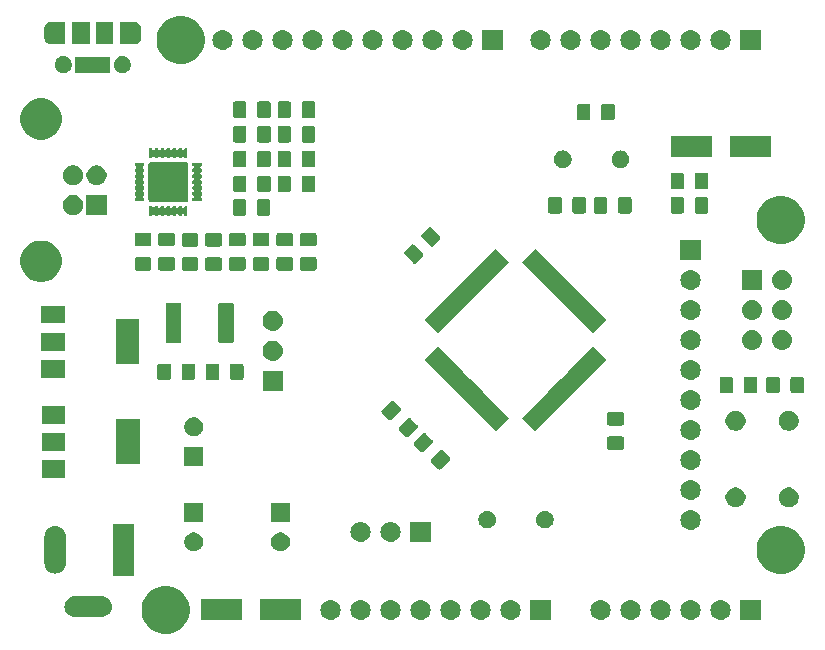
<source format=gbr>
G04 #@! TF.GenerationSoftware,KiCad,Pcbnew,(5.0.1)-3*
G04 #@! TF.CreationDate,2019-02-24T05:11:56+08:00*
G04 #@! TF.ProjectId,InuinoV3,496E75696E6F56332E6B696361645F70,rev?*
G04 #@! TF.SameCoordinates,Original*
G04 #@! TF.FileFunction,Soldermask,Top*
G04 #@! TF.FilePolarity,Negative*
%FSLAX46Y46*%
G04 Gerber Fmt 4.6, Leading zero omitted, Abs format (unit mm)*
G04 Created by KiCad (PCBNEW (5.0.1)-3) date 2019/2/24 上午 05:11:56*
%MOMM*%
%LPD*%
G01*
G04 APERTURE LIST*
%ADD10C,0.100000*%
G04 APERTURE END LIST*
D10*
G36*
X125560712Y-121871088D02*
X125930510Y-122024263D01*
X125930513Y-122024265D01*
X126263325Y-122246643D01*
X126546357Y-122529675D01*
X126722343Y-122793057D01*
X126768737Y-122862490D01*
X126921912Y-123232288D01*
X127000000Y-123624864D01*
X127000000Y-124025136D01*
X126921912Y-124417712D01*
X126768737Y-124787510D01*
X126768735Y-124787513D01*
X126546357Y-125120325D01*
X126263325Y-125403357D01*
X125930513Y-125625735D01*
X125930510Y-125625737D01*
X125560712Y-125778912D01*
X125168136Y-125857000D01*
X124767864Y-125857000D01*
X124375288Y-125778912D01*
X124005490Y-125625737D01*
X124005487Y-125625735D01*
X123672675Y-125403357D01*
X123389643Y-125120325D01*
X123167265Y-124787513D01*
X123167263Y-124787510D01*
X123014088Y-124417712D01*
X122936000Y-124025136D01*
X122936000Y-123624864D01*
X123014088Y-123232288D01*
X123167263Y-122862490D01*
X123213657Y-122793057D01*
X123389643Y-122529675D01*
X123672675Y-122246643D01*
X124005487Y-122024265D01*
X124005490Y-122024263D01*
X124375288Y-121871088D01*
X124767864Y-121793000D01*
X125168136Y-121793000D01*
X125560712Y-121871088D01*
X125560712Y-121871088D01*
G37*
G36*
X161964630Y-122987299D02*
X162124855Y-123035903D01*
X162272520Y-123114831D01*
X162401949Y-123221051D01*
X162508169Y-123350480D01*
X162587097Y-123498145D01*
X162635701Y-123658370D01*
X162652112Y-123825000D01*
X162635701Y-123991630D01*
X162587097Y-124151855D01*
X162508169Y-124299520D01*
X162401949Y-124428949D01*
X162272520Y-124535169D01*
X162124855Y-124614097D01*
X161964630Y-124662701D01*
X161839752Y-124675000D01*
X161756248Y-124675000D01*
X161631370Y-124662701D01*
X161471145Y-124614097D01*
X161323480Y-124535169D01*
X161194051Y-124428949D01*
X161087831Y-124299520D01*
X161008903Y-124151855D01*
X160960299Y-123991630D01*
X160943888Y-123825000D01*
X160960299Y-123658370D01*
X161008903Y-123498145D01*
X161087831Y-123350480D01*
X161194051Y-123221051D01*
X161323480Y-123114831D01*
X161471145Y-123035903D01*
X161631370Y-122987299D01*
X161756248Y-122975000D01*
X161839752Y-122975000D01*
X161964630Y-122987299D01*
X161964630Y-122987299D01*
G37*
G36*
X157568000Y-124675000D02*
X155868000Y-124675000D01*
X155868000Y-122975000D01*
X157568000Y-122975000D01*
X157568000Y-124675000D01*
X157568000Y-124675000D01*
G37*
G36*
X154344630Y-122987299D02*
X154504855Y-123035903D01*
X154652520Y-123114831D01*
X154781949Y-123221051D01*
X154888169Y-123350480D01*
X154967097Y-123498145D01*
X155015701Y-123658370D01*
X155032112Y-123825000D01*
X155015701Y-123991630D01*
X154967097Y-124151855D01*
X154888169Y-124299520D01*
X154781949Y-124428949D01*
X154652520Y-124535169D01*
X154504855Y-124614097D01*
X154344630Y-124662701D01*
X154219752Y-124675000D01*
X154136248Y-124675000D01*
X154011370Y-124662701D01*
X153851145Y-124614097D01*
X153703480Y-124535169D01*
X153574051Y-124428949D01*
X153467831Y-124299520D01*
X153388903Y-124151855D01*
X153340299Y-123991630D01*
X153323888Y-123825000D01*
X153340299Y-123658370D01*
X153388903Y-123498145D01*
X153467831Y-123350480D01*
X153574051Y-123221051D01*
X153703480Y-123114831D01*
X153851145Y-123035903D01*
X154011370Y-122987299D01*
X154136248Y-122975000D01*
X154219752Y-122975000D01*
X154344630Y-122987299D01*
X154344630Y-122987299D01*
G37*
G36*
X151804630Y-122987299D02*
X151964855Y-123035903D01*
X152112520Y-123114831D01*
X152241949Y-123221051D01*
X152348169Y-123350480D01*
X152427097Y-123498145D01*
X152475701Y-123658370D01*
X152492112Y-123825000D01*
X152475701Y-123991630D01*
X152427097Y-124151855D01*
X152348169Y-124299520D01*
X152241949Y-124428949D01*
X152112520Y-124535169D01*
X151964855Y-124614097D01*
X151804630Y-124662701D01*
X151679752Y-124675000D01*
X151596248Y-124675000D01*
X151471370Y-124662701D01*
X151311145Y-124614097D01*
X151163480Y-124535169D01*
X151034051Y-124428949D01*
X150927831Y-124299520D01*
X150848903Y-124151855D01*
X150800299Y-123991630D01*
X150783888Y-123825000D01*
X150800299Y-123658370D01*
X150848903Y-123498145D01*
X150927831Y-123350480D01*
X151034051Y-123221051D01*
X151163480Y-123114831D01*
X151311145Y-123035903D01*
X151471370Y-122987299D01*
X151596248Y-122975000D01*
X151679752Y-122975000D01*
X151804630Y-122987299D01*
X151804630Y-122987299D01*
G37*
G36*
X149264630Y-122987299D02*
X149424855Y-123035903D01*
X149572520Y-123114831D01*
X149701949Y-123221051D01*
X149808169Y-123350480D01*
X149887097Y-123498145D01*
X149935701Y-123658370D01*
X149952112Y-123825000D01*
X149935701Y-123991630D01*
X149887097Y-124151855D01*
X149808169Y-124299520D01*
X149701949Y-124428949D01*
X149572520Y-124535169D01*
X149424855Y-124614097D01*
X149264630Y-124662701D01*
X149139752Y-124675000D01*
X149056248Y-124675000D01*
X148931370Y-124662701D01*
X148771145Y-124614097D01*
X148623480Y-124535169D01*
X148494051Y-124428949D01*
X148387831Y-124299520D01*
X148308903Y-124151855D01*
X148260299Y-123991630D01*
X148243888Y-123825000D01*
X148260299Y-123658370D01*
X148308903Y-123498145D01*
X148387831Y-123350480D01*
X148494051Y-123221051D01*
X148623480Y-123114831D01*
X148771145Y-123035903D01*
X148931370Y-122987299D01*
X149056248Y-122975000D01*
X149139752Y-122975000D01*
X149264630Y-122987299D01*
X149264630Y-122987299D01*
G37*
G36*
X146724630Y-122987299D02*
X146884855Y-123035903D01*
X147032520Y-123114831D01*
X147161949Y-123221051D01*
X147268169Y-123350480D01*
X147347097Y-123498145D01*
X147395701Y-123658370D01*
X147412112Y-123825000D01*
X147395701Y-123991630D01*
X147347097Y-124151855D01*
X147268169Y-124299520D01*
X147161949Y-124428949D01*
X147032520Y-124535169D01*
X146884855Y-124614097D01*
X146724630Y-124662701D01*
X146599752Y-124675000D01*
X146516248Y-124675000D01*
X146391370Y-124662701D01*
X146231145Y-124614097D01*
X146083480Y-124535169D01*
X145954051Y-124428949D01*
X145847831Y-124299520D01*
X145768903Y-124151855D01*
X145720299Y-123991630D01*
X145703888Y-123825000D01*
X145720299Y-123658370D01*
X145768903Y-123498145D01*
X145847831Y-123350480D01*
X145954051Y-123221051D01*
X146083480Y-123114831D01*
X146231145Y-123035903D01*
X146391370Y-122987299D01*
X146516248Y-122975000D01*
X146599752Y-122975000D01*
X146724630Y-122987299D01*
X146724630Y-122987299D01*
G37*
G36*
X144184630Y-122987299D02*
X144344855Y-123035903D01*
X144492520Y-123114831D01*
X144621949Y-123221051D01*
X144728169Y-123350480D01*
X144807097Y-123498145D01*
X144855701Y-123658370D01*
X144872112Y-123825000D01*
X144855701Y-123991630D01*
X144807097Y-124151855D01*
X144728169Y-124299520D01*
X144621949Y-124428949D01*
X144492520Y-124535169D01*
X144344855Y-124614097D01*
X144184630Y-124662701D01*
X144059752Y-124675000D01*
X143976248Y-124675000D01*
X143851370Y-124662701D01*
X143691145Y-124614097D01*
X143543480Y-124535169D01*
X143414051Y-124428949D01*
X143307831Y-124299520D01*
X143228903Y-124151855D01*
X143180299Y-123991630D01*
X143163888Y-123825000D01*
X143180299Y-123658370D01*
X143228903Y-123498145D01*
X143307831Y-123350480D01*
X143414051Y-123221051D01*
X143543480Y-123114831D01*
X143691145Y-123035903D01*
X143851370Y-122987299D01*
X143976248Y-122975000D01*
X144059752Y-122975000D01*
X144184630Y-122987299D01*
X144184630Y-122987299D01*
G37*
G36*
X139104630Y-122987299D02*
X139264855Y-123035903D01*
X139412520Y-123114831D01*
X139541949Y-123221051D01*
X139648169Y-123350480D01*
X139727097Y-123498145D01*
X139775701Y-123658370D01*
X139792112Y-123825000D01*
X139775701Y-123991630D01*
X139727097Y-124151855D01*
X139648169Y-124299520D01*
X139541949Y-124428949D01*
X139412520Y-124535169D01*
X139264855Y-124614097D01*
X139104630Y-124662701D01*
X138979752Y-124675000D01*
X138896248Y-124675000D01*
X138771370Y-124662701D01*
X138611145Y-124614097D01*
X138463480Y-124535169D01*
X138334051Y-124428949D01*
X138227831Y-124299520D01*
X138148903Y-124151855D01*
X138100299Y-123991630D01*
X138083888Y-123825000D01*
X138100299Y-123658370D01*
X138148903Y-123498145D01*
X138227831Y-123350480D01*
X138334051Y-123221051D01*
X138463480Y-123114831D01*
X138611145Y-123035903D01*
X138771370Y-122987299D01*
X138896248Y-122975000D01*
X138979752Y-122975000D01*
X139104630Y-122987299D01*
X139104630Y-122987299D01*
G37*
G36*
X141644630Y-122987299D02*
X141804855Y-123035903D01*
X141952520Y-123114831D01*
X142081949Y-123221051D01*
X142188169Y-123350480D01*
X142267097Y-123498145D01*
X142315701Y-123658370D01*
X142332112Y-123825000D01*
X142315701Y-123991630D01*
X142267097Y-124151855D01*
X142188169Y-124299520D01*
X142081949Y-124428949D01*
X141952520Y-124535169D01*
X141804855Y-124614097D01*
X141644630Y-124662701D01*
X141519752Y-124675000D01*
X141436248Y-124675000D01*
X141311370Y-124662701D01*
X141151145Y-124614097D01*
X141003480Y-124535169D01*
X140874051Y-124428949D01*
X140767831Y-124299520D01*
X140688903Y-124151855D01*
X140640299Y-123991630D01*
X140623888Y-123825000D01*
X140640299Y-123658370D01*
X140688903Y-123498145D01*
X140767831Y-123350480D01*
X140874051Y-123221051D01*
X141003480Y-123114831D01*
X141151145Y-123035903D01*
X141311370Y-122987299D01*
X141436248Y-122975000D01*
X141519752Y-122975000D01*
X141644630Y-122987299D01*
X141644630Y-122987299D01*
G37*
G36*
X175348000Y-124675000D02*
X173648000Y-124675000D01*
X173648000Y-122975000D01*
X175348000Y-122975000D01*
X175348000Y-124675000D01*
X175348000Y-124675000D01*
G37*
G36*
X164504630Y-122987299D02*
X164664855Y-123035903D01*
X164812520Y-123114831D01*
X164941949Y-123221051D01*
X165048169Y-123350480D01*
X165127097Y-123498145D01*
X165175701Y-123658370D01*
X165192112Y-123825000D01*
X165175701Y-123991630D01*
X165127097Y-124151855D01*
X165048169Y-124299520D01*
X164941949Y-124428949D01*
X164812520Y-124535169D01*
X164664855Y-124614097D01*
X164504630Y-124662701D01*
X164379752Y-124675000D01*
X164296248Y-124675000D01*
X164171370Y-124662701D01*
X164011145Y-124614097D01*
X163863480Y-124535169D01*
X163734051Y-124428949D01*
X163627831Y-124299520D01*
X163548903Y-124151855D01*
X163500299Y-123991630D01*
X163483888Y-123825000D01*
X163500299Y-123658370D01*
X163548903Y-123498145D01*
X163627831Y-123350480D01*
X163734051Y-123221051D01*
X163863480Y-123114831D01*
X164011145Y-123035903D01*
X164171370Y-122987299D01*
X164296248Y-122975000D01*
X164379752Y-122975000D01*
X164504630Y-122987299D01*
X164504630Y-122987299D01*
G37*
G36*
X169584630Y-122987299D02*
X169744855Y-123035903D01*
X169892520Y-123114831D01*
X170021949Y-123221051D01*
X170128169Y-123350480D01*
X170207097Y-123498145D01*
X170255701Y-123658370D01*
X170272112Y-123825000D01*
X170255701Y-123991630D01*
X170207097Y-124151855D01*
X170128169Y-124299520D01*
X170021949Y-124428949D01*
X169892520Y-124535169D01*
X169744855Y-124614097D01*
X169584630Y-124662701D01*
X169459752Y-124675000D01*
X169376248Y-124675000D01*
X169251370Y-124662701D01*
X169091145Y-124614097D01*
X168943480Y-124535169D01*
X168814051Y-124428949D01*
X168707831Y-124299520D01*
X168628903Y-124151855D01*
X168580299Y-123991630D01*
X168563888Y-123825000D01*
X168580299Y-123658370D01*
X168628903Y-123498145D01*
X168707831Y-123350480D01*
X168814051Y-123221051D01*
X168943480Y-123114831D01*
X169091145Y-123035903D01*
X169251370Y-122987299D01*
X169376248Y-122975000D01*
X169459752Y-122975000D01*
X169584630Y-122987299D01*
X169584630Y-122987299D01*
G37*
G36*
X172124630Y-122987299D02*
X172284855Y-123035903D01*
X172432520Y-123114831D01*
X172561949Y-123221051D01*
X172668169Y-123350480D01*
X172747097Y-123498145D01*
X172795701Y-123658370D01*
X172812112Y-123825000D01*
X172795701Y-123991630D01*
X172747097Y-124151855D01*
X172668169Y-124299520D01*
X172561949Y-124428949D01*
X172432520Y-124535169D01*
X172284855Y-124614097D01*
X172124630Y-124662701D01*
X171999752Y-124675000D01*
X171916248Y-124675000D01*
X171791370Y-124662701D01*
X171631145Y-124614097D01*
X171483480Y-124535169D01*
X171354051Y-124428949D01*
X171247831Y-124299520D01*
X171168903Y-124151855D01*
X171120299Y-123991630D01*
X171103888Y-123825000D01*
X171120299Y-123658370D01*
X171168903Y-123498145D01*
X171247831Y-123350480D01*
X171354051Y-123221051D01*
X171483480Y-123114831D01*
X171631145Y-123035903D01*
X171791370Y-122987299D01*
X171916248Y-122975000D01*
X171999752Y-122975000D01*
X172124630Y-122987299D01*
X172124630Y-122987299D01*
G37*
G36*
X167044630Y-122987299D02*
X167204855Y-123035903D01*
X167352520Y-123114831D01*
X167481949Y-123221051D01*
X167588169Y-123350480D01*
X167667097Y-123498145D01*
X167715701Y-123658370D01*
X167732112Y-123825000D01*
X167715701Y-123991630D01*
X167667097Y-124151855D01*
X167588169Y-124299520D01*
X167481949Y-124428949D01*
X167352520Y-124535169D01*
X167204855Y-124614097D01*
X167044630Y-124662701D01*
X166919752Y-124675000D01*
X166836248Y-124675000D01*
X166711370Y-124662701D01*
X166551145Y-124614097D01*
X166403480Y-124535169D01*
X166274051Y-124428949D01*
X166167831Y-124299520D01*
X166088903Y-124151855D01*
X166040299Y-123991630D01*
X166023888Y-123825000D01*
X166040299Y-123658370D01*
X166088903Y-123498145D01*
X166167831Y-123350480D01*
X166274051Y-123221051D01*
X166403480Y-123114831D01*
X166551145Y-123035903D01*
X166711370Y-122987299D01*
X166836248Y-122975000D01*
X166919752Y-122975000D01*
X167044630Y-122987299D01*
X167044630Y-122987299D01*
G37*
G36*
X131448000Y-124665000D02*
X127948000Y-124665000D01*
X127948000Y-122865000D01*
X131448000Y-122865000D01*
X131448000Y-124665000D01*
X131448000Y-124665000D01*
G37*
G36*
X136448000Y-124665000D02*
X132948000Y-124665000D01*
X132948000Y-122865000D01*
X136448000Y-122865000D01*
X136448000Y-124665000D01*
X136448000Y-124665000D01*
G37*
G36*
X119688432Y-122658022D02*
X119858081Y-122709485D01*
X120014433Y-122793056D01*
X120151475Y-122905525D01*
X120263944Y-123042567D01*
X120347515Y-123198919D01*
X120398978Y-123368568D01*
X120416354Y-123545000D01*
X120398978Y-123721432D01*
X120347515Y-123891081D01*
X120263944Y-124047433D01*
X120151475Y-124184475D01*
X120014433Y-124296944D01*
X119858081Y-124380515D01*
X119688432Y-124431978D01*
X119556211Y-124445000D01*
X117267789Y-124445000D01*
X117135568Y-124431978D01*
X116965919Y-124380515D01*
X116809567Y-124296944D01*
X116672525Y-124184475D01*
X116560056Y-124047433D01*
X116476485Y-123891081D01*
X116425022Y-123721432D01*
X116407646Y-123545000D01*
X116425022Y-123368568D01*
X116476485Y-123198919D01*
X116560056Y-123042567D01*
X116672525Y-122905525D01*
X116809567Y-122793056D01*
X116965919Y-122709485D01*
X117135568Y-122658022D01*
X117267789Y-122645000D01*
X119556211Y-122645000D01*
X119688432Y-122658022D01*
X119688432Y-122658022D01*
G37*
G36*
X122312000Y-120945000D02*
X120512000Y-120945000D01*
X120512000Y-116545000D01*
X122312000Y-116545000D01*
X122312000Y-120945000D01*
X122312000Y-120945000D01*
G37*
G36*
X177630712Y-116791088D02*
X178000510Y-116944263D01*
X178000513Y-116944265D01*
X178333325Y-117166643D01*
X178616357Y-117449675D01*
X178776616Y-117689520D01*
X178838737Y-117782490D01*
X178991912Y-118152288D01*
X179070000Y-118544864D01*
X179070000Y-118945136D01*
X178991912Y-119337712D01*
X178838737Y-119707510D01*
X178838735Y-119707513D01*
X178616357Y-120040325D01*
X178333325Y-120323357D01*
X178092195Y-120484475D01*
X178000510Y-120545737D01*
X177630712Y-120698912D01*
X177238136Y-120777000D01*
X176837864Y-120777000D01*
X176445288Y-120698912D01*
X176075490Y-120545737D01*
X175983805Y-120484475D01*
X175742675Y-120323357D01*
X175459643Y-120040325D01*
X175237265Y-119707513D01*
X175237263Y-119707510D01*
X175084088Y-119337712D01*
X175006000Y-118945136D01*
X175006000Y-118544864D01*
X175084088Y-118152288D01*
X175237263Y-117782490D01*
X175299384Y-117689520D01*
X175459643Y-117449675D01*
X175742675Y-117166643D01*
X176075487Y-116944265D01*
X176075490Y-116944263D01*
X176445288Y-116791088D01*
X176837864Y-116713000D01*
X177238136Y-116713000D01*
X177630712Y-116791088D01*
X177630712Y-116791088D01*
G37*
G36*
X115788432Y-116758022D02*
X115958081Y-116809485D01*
X116114433Y-116893056D01*
X116251475Y-117005525D01*
X116363944Y-117142567D01*
X116447515Y-117298919D01*
X116498978Y-117468568D01*
X116512000Y-117600789D01*
X116512000Y-119889211D01*
X116498978Y-120021432D01*
X116447515Y-120191081D01*
X116363944Y-120347433D01*
X116251475Y-120484475D01*
X116114436Y-120596941D01*
X115958076Y-120680516D01*
X115788431Y-120731978D01*
X115612000Y-120749354D01*
X115435568Y-120731978D01*
X115265919Y-120680515D01*
X115109567Y-120596944D01*
X114972525Y-120484475D01*
X114860059Y-120347436D01*
X114776484Y-120191076D01*
X114725022Y-120021431D01*
X114712000Y-119889210D01*
X114712001Y-117600789D01*
X114725023Y-117468568D01*
X114776486Y-117298919D01*
X114860057Y-117142567D01*
X114972526Y-117005525D01*
X115109568Y-116893056D01*
X115265920Y-116809485D01*
X115435569Y-116758022D01*
X115612000Y-116740646D01*
X115788432Y-116758022D01*
X115788432Y-116758022D01*
G37*
G36*
X134931352Y-117295743D02*
X135076941Y-117356048D01*
X135207973Y-117443601D01*
X135319399Y-117555027D01*
X135406952Y-117686059D01*
X135467257Y-117831648D01*
X135498000Y-117986205D01*
X135498000Y-118143795D01*
X135467257Y-118298352D01*
X135406952Y-118443941D01*
X135319399Y-118574973D01*
X135207973Y-118686399D01*
X135076941Y-118773952D01*
X134931352Y-118834257D01*
X134776795Y-118865000D01*
X134619205Y-118865000D01*
X134464648Y-118834257D01*
X134319059Y-118773952D01*
X134188027Y-118686399D01*
X134076601Y-118574973D01*
X133989048Y-118443941D01*
X133928743Y-118298352D01*
X133898000Y-118143795D01*
X133898000Y-117986205D01*
X133928743Y-117831648D01*
X133989048Y-117686059D01*
X134076601Y-117555027D01*
X134188027Y-117443601D01*
X134319059Y-117356048D01*
X134464648Y-117295743D01*
X134619205Y-117265000D01*
X134776795Y-117265000D01*
X134931352Y-117295743D01*
X134931352Y-117295743D01*
G37*
G36*
X127581352Y-117295743D02*
X127726941Y-117356048D01*
X127857973Y-117443601D01*
X127969399Y-117555027D01*
X128056952Y-117686059D01*
X128117257Y-117831648D01*
X128148000Y-117986205D01*
X128148000Y-118143795D01*
X128117257Y-118298352D01*
X128056952Y-118443941D01*
X127969399Y-118574973D01*
X127857973Y-118686399D01*
X127726941Y-118773952D01*
X127581352Y-118834257D01*
X127426795Y-118865000D01*
X127269205Y-118865000D01*
X127114648Y-118834257D01*
X126969059Y-118773952D01*
X126838027Y-118686399D01*
X126726601Y-118574973D01*
X126639048Y-118443941D01*
X126578743Y-118298352D01*
X126548000Y-118143795D01*
X126548000Y-117986205D01*
X126578743Y-117831648D01*
X126639048Y-117686059D01*
X126726601Y-117555027D01*
X126838027Y-117443601D01*
X126969059Y-117356048D01*
X127114648Y-117295743D01*
X127269205Y-117265000D01*
X127426795Y-117265000D01*
X127581352Y-117295743D01*
X127581352Y-117295743D01*
G37*
G36*
X141644630Y-116377299D02*
X141804855Y-116425903D01*
X141952520Y-116504831D01*
X142081949Y-116611051D01*
X142188169Y-116740480D01*
X142267097Y-116888145D01*
X142315701Y-117048370D01*
X142332112Y-117215000D01*
X142315701Y-117381630D01*
X142267097Y-117541855D01*
X142188169Y-117689520D01*
X142081949Y-117818949D01*
X141952520Y-117925169D01*
X141804855Y-118004097D01*
X141644630Y-118052701D01*
X141519752Y-118065000D01*
X141436248Y-118065000D01*
X141311370Y-118052701D01*
X141151145Y-118004097D01*
X141003480Y-117925169D01*
X140874051Y-117818949D01*
X140767831Y-117689520D01*
X140688903Y-117541855D01*
X140640299Y-117381630D01*
X140623888Y-117215000D01*
X140640299Y-117048370D01*
X140688903Y-116888145D01*
X140767831Y-116740480D01*
X140874051Y-116611051D01*
X141003480Y-116504831D01*
X141151145Y-116425903D01*
X141311370Y-116377299D01*
X141436248Y-116365000D01*
X141519752Y-116365000D01*
X141644630Y-116377299D01*
X141644630Y-116377299D01*
G37*
G36*
X144184630Y-116377299D02*
X144344855Y-116425903D01*
X144492520Y-116504831D01*
X144621949Y-116611051D01*
X144728169Y-116740480D01*
X144807097Y-116888145D01*
X144855701Y-117048370D01*
X144872112Y-117215000D01*
X144855701Y-117381630D01*
X144807097Y-117541855D01*
X144728169Y-117689520D01*
X144621949Y-117818949D01*
X144492520Y-117925169D01*
X144344855Y-118004097D01*
X144184630Y-118052701D01*
X144059752Y-118065000D01*
X143976248Y-118065000D01*
X143851370Y-118052701D01*
X143691145Y-118004097D01*
X143543480Y-117925169D01*
X143414051Y-117818949D01*
X143307831Y-117689520D01*
X143228903Y-117541855D01*
X143180299Y-117381630D01*
X143163888Y-117215000D01*
X143180299Y-117048370D01*
X143228903Y-116888145D01*
X143307831Y-116740480D01*
X143414051Y-116611051D01*
X143543480Y-116504831D01*
X143691145Y-116425903D01*
X143851370Y-116377299D01*
X143976248Y-116365000D01*
X144059752Y-116365000D01*
X144184630Y-116377299D01*
X144184630Y-116377299D01*
G37*
G36*
X147408000Y-118065000D02*
X145708000Y-118065000D01*
X145708000Y-116365000D01*
X147408000Y-116365000D01*
X147408000Y-118065000D01*
X147408000Y-118065000D01*
G37*
G36*
X169584630Y-115367299D02*
X169744855Y-115415903D01*
X169892520Y-115494831D01*
X170021949Y-115601051D01*
X170128169Y-115730480D01*
X170207097Y-115878145D01*
X170255701Y-116038370D01*
X170272112Y-116205000D01*
X170255701Y-116371630D01*
X170207097Y-116531855D01*
X170128169Y-116679520D01*
X170021949Y-116808949D01*
X169892520Y-116915169D01*
X169744855Y-116994097D01*
X169584630Y-117042701D01*
X169459752Y-117055000D01*
X169376248Y-117055000D01*
X169251370Y-117042701D01*
X169091145Y-116994097D01*
X168943480Y-116915169D01*
X168814051Y-116808949D01*
X168707831Y-116679520D01*
X168628903Y-116531855D01*
X168580299Y-116371630D01*
X168563888Y-116205000D01*
X168580299Y-116038370D01*
X168628903Y-115878145D01*
X168707831Y-115730480D01*
X168814051Y-115601051D01*
X168943480Y-115494831D01*
X169091145Y-115415903D01*
X169251370Y-115367299D01*
X169376248Y-115355000D01*
X169459752Y-115355000D01*
X169584630Y-115367299D01*
X169584630Y-115367299D01*
G37*
G36*
X157224318Y-115429411D02*
X157296767Y-115443822D01*
X157353303Y-115467240D01*
X157433257Y-115500358D01*
X157556100Y-115582439D01*
X157660561Y-115686900D01*
X157742642Y-115809743D01*
X157770975Y-115878145D01*
X157799178Y-115946233D01*
X157828000Y-116091131D01*
X157828000Y-116238869D01*
X157799178Y-116383767D01*
X157775760Y-116440303D01*
X157742642Y-116520257D01*
X157660561Y-116643100D01*
X157556100Y-116747561D01*
X157433257Y-116829642D01*
X157353303Y-116862760D01*
X157296767Y-116886178D01*
X157224318Y-116900589D01*
X157151870Y-116915000D01*
X157004130Y-116915000D01*
X156931682Y-116900589D01*
X156859233Y-116886178D01*
X156802697Y-116862760D01*
X156722743Y-116829642D01*
X156599900Y-116747561D01*
X156495439Y-116643100D01*
X156413358Y-116520257D01*
X156380240Y-116440303D01*
X156356822Y-116383767D01*
X156328000Y-116238869D01*
X156328000Y-116091131D01*
X156356822Y-115946233D01*
X156385025Y-115878145D01*
X156413358Y-115809743D01*
X156495439Y-115686900D01*
X156599900Y-115582439D01*
X156722743Y-115500358D01*
X156802697Y-115467240D01*
X156859233Y-115443822D01*
X156931682Y-115429411D01*
X157004130Y-115415000D01*
X157151870Y-115415000D01*
X157224318Y-115429411D01*
X157224318Y-115429411D01*
G37*
G36*
X152344318Y-115429411D02*
X152416767Y-115443822D01*
X152473303Y-115467240D01*
X152553257Y-115500358D01*
X152676100Y-115582439D01*
X152780561Y-115686900D01*
X152862642Y-115809743D01*
X152890975Y-115878145D01*
X152919178Y-115946233D01*
X152948000Y-116091131D01*
X152948000Y-116238869D01*
X152919178Y-116383767D01*
X152895760Y-116440303D01*
X152862642Y-116520257D01*
X152780561Y-116643100D01*
X152676100Y-116747561D01*
X152553257Y-116829642D01*
X152473303Y-116862760D01*
X152416767Y-116886178D01*
X152344318Y-116900589D01*
X152271870Y-116915000D01*
X152124130Y-116915000D01*
X152051682Y-116900589D01*
X151979233Y-116886178D01*
X151922697Y-116862760D01*
X151842743Y-116829642D01*
X151719900Y-116747561D01*
X151615439Y-116643100D01*
X151533358Y-116520257D01*
X151500240Y-116440303D01*
X151476822Y-116383767D01*
X151448000Y-116238869D01*
X151448000Y-116091131D01*
X151476822Y-115946233D01*
X151505025Y-115878145D01*
X151533358Y-115809743D01*
X151615439Y-115686900D01*
X151719900Y-115582439D01*
X151842743Y-115500358D01*
X151922697Y-115467240D01*
X151979233Y-115443822D01*
X152051682Y-115429411D01*
X152124130Y-115415000D01*
X152271870Y-115415000D01*
X152344318Y-115429411D01*
X152344318Y-115429411D01*
G37*
G36*
X128148000Y-116365000D02*
X126548000Y-116365000D01*
X126548000Y-114765000D01*
X128148000Y-114765000D01*
X128148000Y-116365000D01*
X128148000Y-116365000D01*
G37*
G36*
X135498000Y-116365000D02*
X133898000Y-116365000D01*
X133898000Y-114765000D01*
X135498000Y-114765000D01*
X135498000Y-116365000D01*
X135498000Y-116365000D01*
G37*
G36*
X173475934Y-113482664D02*
X173630627Y-113546740D01*
X173769847Y-113639764D01*
X173888236Y-113758153D01*
X173981260Y-113897373D01*
X174045336Y-114052066D01*
X174078000Y-114216281D01*
X174078000Y-114383719D01*
X174045336Y-114547934D01*
X173981260Y-114702627D01*
X173888236Y-114841847D01*
X173769847Y-114960236D01*
X173630627Y-115053260D01*
X173475934Y-115117336D01*
X173311719Y-115150000D01*
X173144281Y-115150000D01*
X172980066Y-115117336D01*
X172825373Y-115053260D01*
X172686153Y-114960236D01*
X172567764Y-114841847D01*
X172474740Y-114702627D01*
X172410664Y-114547934D01*
X172378000Y-114383719D01*
X172378000Y-114216281D01*
X172410664Y-114052066D01*
X172474740Y-113897373D01*
X172567764Y-113758153D01*
X172686153Y-113639764D01*
X172825373Y-113546740D01*
X172980066Y-113482664D01*
X173144281Y-113450000D01*
X173311719Y-113450000D01*
X173475934Y-113482664D01*
X173475934Y-113482664D01*
G37*
G36*
X177975934Y-113482664D02*
X178130627Y-113546740D01*
X178269847Y-113639764D01*
X178388236Y-113758153D01*
X178481260Y-113897373D01*
X178545336Y-114052066D01*
X178578000Y-114216281D01*
X178578000Y-114383719D01*
X178545336Y-114547934D01*
X178481260Y-114702627D01*
X178388236Y-114841847D01*
X178269847Y-114960236D01*
X178130627Y-115053260D01*
X177975934Y-115117336D01*
X177811719Y-115150000D01*
X177644281Y-115150000D01*
X177480066Y-115117336D01*
X177325373Y-115053260D01*
X177186153Y-114960236D01*
X177067764Y-114841847D01*
X176974740Y-114702627D01*
X176910664Y-114547934D01*
X176878000Y-114383719D01*
X176878000Y-114216281D01*
X176910664Y-114052066D01*
X176974740Y-113897373D01*
X177067764Y-113758153D01*
X177186153Y-113639764D01*
X177325373Y-113546740D01*
X177480066Y-113482664D01*
X177644281Y-113450000D01*
X177811719Y-113450000D01*
X177975934Y-113482664D01*
X177975934Y-113482664D01*
G37*
G36*
X169584630Y-112827299D02*
X169744855Y-112875903D01*
X169892520Y-112954831D01*
X170021949Y-113061051D01*
X170128169Y-113190480D01*
X170207097Y-113338145D01*
X170255701Y-113498370D01*
X170272112Y-113665000D01*
X170255701Y-113831630D01*
X170207097Y-113991855D01*
X170128169Y-114139520D01*
X170021949Y-114268949D01*
X169892520Y-114375169D01*
X169744855Y-114454097D01*
X169584630Y-114502701D01*
X169459752Y-114515000D01*
X169376248Y-114515000D01*
X169251370Y-114502701D01*
X169091145Y-114454097D01*
X168943480Y-114375169D01*
X168814051Y-114268949D01*
X168707831Y-114139520D01*
X168628903Y-113991855D01*
X168580299Y-113831630D01*
X168563888Y-113665000D01*
X168580299Y-113498370D01*
X168628903Y-113338145D01*
X168707831Y-113190480D01*
X168814051Y-113061051D01*
X168943480Y-112954831D01*
X169091145Y-112875903D01*
X169251370Y-112827299D01*
X169376248Y-112815000D01*
X169459752Y-112815000D01*
X169584630Y-112827299D01*
X169584630Y-112827299D01*
G37*
G36*
X116468000Y-112651000D02*
X114468000Y-112651000D01*
X114468000Y-111151000D01*
X116468000Y-111151000D01*
X116468000Y-112651000D01*
X116468000Y-112651000D01*
G37*
G36*
X169584630Y-110287299D02*
X169744855Y-110335903D01*
X169892520Y-110414831D01*
X170021949Y-110521051D01*
X170128169Y-110650480D01*
X170207097Y-110798145D01*
X170255701Y-110958370D01*
X170272112Y-111125000D01*
X170255701Y-111291630D01*
X170207097Y-111451855D01*
X170128169Y-111599520D01*
X170021949Y-111728949D01*
X169892520Y-111835169D01*
X169744855Y-111914097D01*
X169584630Y-111962701D01*
X169459752Y-111975000D01*
X169376248Y-111975000D01*
X169251370Y-111962701D01*
X169091145Y-111914097D01*
X168943480Y-111835169D01*
X168814051Y-111728949D01*
X168707831Y-111599520D01*
X168628903Y-111451855D01*
X168580299Y-111291630D01*
X168563888Y-111125000D01*
X168580299Y-110958370D01*
X168628903Y-110798145D01*
X168707831Y-110650480D01*
X168814051Y-110521051D01*
X168943480Y-110414831D01*
X169091145Y-110335903D01*
X169251370Y-110287299D01*
X169376248Y-110275000D01*
X169459752Y-110275000D01*
X169584630Y-110287299D01*
X169584630Y-110287299D01*
G37*
G36*
X148370825Y-110291334D02*
X148404356Y-110301506D01*
X148435263Y-110318026D01*
X148467119Y-110344169D01*
X149017967Y-110895017D01*
X149044110Y-110926873D01*
X149060630Y-110957780D01*
X149070802Y-110991311D01*
X149074236Y-111026180D01*
X149070802Y-111061049D01*
X149060630Y-111094580D01*
X149044110Y-111125487D01*
X149017967Y-111157343D01*
X148290343Y-111884967D01*
X148258487Y-111911110D01*
X148227580Y-111927630D01*
X148194049Y-111937802D01*
X148159180Y-111941236D01*
X148124311Y-111937802D01*
X148090780Y-111927630D01*
X148059873Y-111911110D01*
X148028017Y-111884967D01*
X147477169Y-111334119D01*
X147451026Y-111302263D01*
X147434506Y-111271356D01*
X147424334Y-111237825D01*
X147420900Y-111202956D01*
X147424334Y-111168087D01*
X147434506Y-111134556D01*
X147451026Y-111103649D01*
X147477169Y-111071793D01*
X148204793Y-110344169D01*
X148236649Y-110318026D01*
X148267556Y-110301506D01*
X148301087Y-110291334D01*
X148335956Y-110287900D01*
X148370825Y-110291334D01*
X148370825Y-110291334D01*
G37*
G36*
X128158000Y-111625000D02*
X126558000Y-111625000D01*
X126558000Y-110025000D01*
X128158000Y-110025000D01*
X128158000Y-111625000D01*
X128158000Y-111625000D01*
G37*
G36*
X122768000Y-111501000D02*
X120768000Y-111501000D01*
X120768000Y-107701000D01*
X122768000Y-107701000D01*
X122768000Y-111501000D01*
X122768000Y-111501000D01*
G37*
G36*
X146921257Y-108841766D02*
X146954788Y-108851938D01*
X146985695Y-108868458D01*
X147017551Y-108894601D01*
X147568399Y-109445449D01*
X147594542Y-109477305D01*
X147611062Y-109508212D01*
X147621234Y-109541743D01*
X147624668Y-109576612D01*
X147621234Y-109611481D01*
X147611062Y-109645012D01*
X147594542Y-109675919D01*
X147568399Y-109707775D01*
X146840775Y-110435399D01*
X146808919Y-110461542D01*
X146778012Y-110478062D01*
X146744481Y-110488234D01*
X146709612Y-110491668D01*
X146674743Y-110488234D01*
X146641212Y-110478062D01*
X146610305Y-110461542D01*
X146578449Y-110435399D01*
X146027601Y-109884551D01*
X146001458Y-109852695D01*
X145984938Y-109821788D01*
X145974766Y-109788257D01*
X145971332Y-109753388D01*
X145974766Y-109718519D01*
X145984938Y-109684988D01*
X146001458Y-109654081D01*
X146027601Y-109622225D01*
X146755225Y-108894601D01*
X146787081Y-108868458D01*
X146817988Y-108851938D01*
X146851519Y-108841766D01*
X146886388Y-108838332D01*
X146921257Y-108841766D01*
X146921257Y-108841766D01*
G37*
G36*
X116468000Y-110351000D02*
X114468000Y-110351000D01*
X114468000Y-108851000D01*
X116468000Y-108851000D01*
X116468000Y-110351000D01*
X116468000Y-110351000D01*
G37*
G36*
X163623522Y-109119038D02*
X163657053Y-109129210D01*
X163687960Y-109145730D01*
X163715043Y-109167956D01*
X163737269Y-109195039D01*
X163753789Y-109225946D01*
X163763961Y-109259477D01*
X163768000Y-109300486D01*
X163768000Y-110079512D01*
X163763961Y-110120521D01*
X163753789Y-110154052D01*
X163737269Y-110184959D01*
X163715043Y-110212042D01*
X163687960Y-110234268D01*
X163657053Y-110250788D01*
X163623522Y-110260960D01*
X163582513Y-110264999D01*
X162553487Y-110264999D01*
X162512478Y-110260960D01*
X162478947Y-110250788D01*
X162448040Y-110234268D01*
X162420957Y-110212042D01*
X162398731Y-110184959D01*
X162382211Y-110154052D01*
X162372039Y-110120521D01*
X162368000Y-110079512D01*
X162368000Y-109300486D01*
X162372039Y-109259477D01*
X162382211Y-109225946D01*
X162398731Y-109195039D01*
X162420957Y-109167956D01*
X162448040Y-109145730D01*
X162478947Y-109129210D01*
X162512478Y-109119038D01*
X162553487Y-109114999D01*
X163582513Y-109114999D01*
X163623522Y-109119038D01*
X163623522Y-109119038D01*
G37*
G36*
X169584630Y-107747299D02*
X169744855Y-107795903D01*
X169892520Y-107874831D01*
X170021949Y-107981051D01*
X170128169Y-108110480D01*
X170207097Y-108258145D01*
X170255701Y-108418370D01*
X170272112Y-108585000D01*
X170255701Y-108751630D01*
X170207097Y-108911855D01*
X170128169Y-109059520D01*
X170021949Y-109188949D01*
X169892520Y-109295169D01*
X169744855Y-109374097D01*
X169584630Y-109422701D01*
X169459752Y-109435000D01*
X169376248Y-109435000D01*
X169251370Y-109422701D01*
X169091145Y-109374097D01*
X168943480Y-109295169D01*
X168814051Y-109188949D01*
X168707831Y-109059520D01*
X168628903Y-108911855D01*
X168580299Y-108751630D01*
X168563888Y-108585000D01*
X168580299Y-108418370D01*
X168628903Y-108258145D01*
X168707831Y-108110480D01*
X168814051Y-107981051D01*
X168943480Y-107874831D01*
X169091145Y-107795903D01*
X169251370Y-107747299D01*
X169376248Y-107735000D01*
X169459752Y-107735000D01*
X169584630Y-107747299D01*
X169584630Y-107747299D01*
G37*
G36*
X145646041Y-107566550D02*
X145679572Y-107576722D01*
X145710479Y-107593242D01*
X145742335Y-107619385D01*
X146293183Y-108170233D01*
X146319326Y-108202089D01*
X146335846Y-108232996D01*
X146346018Y-108266527D01*
X146349452Y-108301396D01*
X146346018Y-108336265D01*
X146335846Y-108369796D01*
X146319326Y-108400703D01*
X146293183Y-108432559D01*
X145565559Y-109160183D01*
X145533703Y-109186326D01*
X145502796Y-109202846D01*
X145469265Y-109213018D01*
X145434396Y-109216452D01*
X145399527Y-109213018D01*
X145365996Y-109202846D01*
X145335089Y-109186326D01*
X145303233Y-109160183D01*
X144752385Y-108609335D01*
X144726242Y-108577479D01*
X144709722Y-108546572D01*
X144699550Y-108513041D01*
X144696116Y-108478172D01*
X144699550Y-108443303D01*
X144709722Y-108409772D01*
X144726242Y-108378865D01*
X144752385Y-108347009D01*
X145480009Y-107619385D01*
X145511865Y-107593242D01*
X145542772Y-107576722D01*
X145576303Y-107566550D01*
X145611172Y-107563116D01*
X145646041Y-107566550D01*
X145646041Y-107566550D01*
G37*
G36*
X127591352Y-107555743D02*
X127736941Y-107616048D01*
X127867973Y-107703601D01*
X127979399Y-107815027D01*
X128066952Y-107946059D01*
X128127257Y-108091648D01*
X128158000Y-108246205D01*
X128158000Y-108403795D01*
X128127257Y-108558352D01*
X128066952Y-108703941D01*
X127979399Y-108834973D01*
X127867973Y-108946399D01*
X127736941Y-109033952D01*
X127591352Y-109094257D01*
X127436795Y-109125000D01*
X127279205Y-109125000D01*
X127124648Y-109094257D01*
X126979059Y-109033952D01*
X126848027Y-108946399D01*
X126736601Y-108834973D01*
X126649048Y-108703941D01*
X126588743Y-108558352D01*
X126558000Y-108403795D01*
X126558000Y-108246205D01*
X126588743Y-108091648D01*
X126649048Y-107946059D01*
X126736601Y-107815027D01*
X126848027Y-107703601D01*
X126979059Y-107616048D01*
X127124648Y-107555743D01*
X127279205Y-107525000D01*
X127436795Y-107525000D01*
X127591352Y-107555743D01*
X127591352Y-107555743D01*
G37*
G36*
X162326678Y-102640844D02*
X161842310Y-103125212D01*
X161276624Y-103690897D01*
X160718010Y-104249512D01*
X157882512Y-107085010D01*
X157316826Y-107650695D01*
X156758212Y-108209310D01*
X156273844Y-108693678D01*
X155142472Y-107562306D01*
X155619770Y-107085009D01*
X155619779Y-107084998D01*
X156758200Y-105946577D01*
X156758211Y-105946568D01*
X157316826Y-105387953D01*
X157316835Y-105387942D01*
X157889571Y-104815206D01*
X157889582Y-104815197D01*
X158448197Y-104256582D01*
X158448206Y-104256571D01*
X159020942Y-103683835D01*
X159020953Y-103683826D01*
X159579568Y-103125211D01*
X159579577Y-103125200D01*
X160717998Y-101986779D01*
X160718009Y-101986770D01*
X161195306Y-101509472D01*
X162326678Y-102640844D01*
X162326678Y-102640844D01*
G37*
G36*
X148477992Y-101986770D02*
X148477998Y-101986775D01*
X149616428Y-103125205D01*
X149616433Y-103125211D01*
X150175048Y-103683826D01*
X150175054Y-103683831D01*
X150747799Y-104256576D01*
X150747804Y-104256582D01*
X151306419Y-104815197D01*
X151306425Y-104815202D01*
X151879170Y-105387947D01*
X151879175Y-105387953D01*
X152437790Y-105946568D01*
X152437796Y-105946573D01*
X153576226Y-107085003D01*
X153576231Y-107085009D01*
X154053528Y-107562306D01*
X152922156Y-108693678D01*
X152437794Y-108209316D01*
X152437789Y-108209310D01*
X151313489Y-107085010D01*
X151313483Y-107085005D01*
X150740738Y-106512260D01*
X150740733Y-106512254D01*
X150182118Y-105953639D01*
X150182112Y-105953634D01*
X149609367Y-105380889D01*
X149609362Y-105380883D01*
X149050747Y-104822268D01*
X149050741Y-104822263D01*
X148477996Y-104249518D01*
X148477991Y-104249512D01*
X147353691Y-103125212D01*
X147353685Y-103125207D01*
X146869322Y-102640844D01*
X148000694Y-101509472D01*
X148477992Y-101986770D01*
X148477992Y-101986770D01*
G37*
G36*
X177975934Y-106982664D02*
X178130627Y-107046740D01*
X178269847Y-107139764D01*
X178388236Y-107258153D01*
X178481260Y-107397373D01*
X178545336Y-107552066D01*
X178578000Y-107716281D01*
X178578000Y-107883719D01*
X178545336Y-108047934D01*
X178481260Y-108202627D01*
X178388236Y-108341847D01*
X178269847Y-108460236D01*
X178130627Y-108553260D01*
X177975934Y-108617336D01*
X177811719Y-108650000D01*
X177644281Y-108650000D01*
X177480066Y-108617336D01*
X177325373Y-108553260D01*
X177186153Y-108460236D01*
X177067764Y-108341847D01*
X176974740Y-108202627D01*
X176910664Y-108047934D01*
X176878000Y-107883719D01*
X176878000Y-107716281D01*
X176910664Y-107552066D01*
X176974740Y-107397373D01*
X177067764Y-107258153D01*
X177186153Y-107139764D01*
X177325373Y-107046740D01*
X177480066Y-106982664D01*
X177644281Y-106950000D01*
X177811719Y-106950000D01*
X177975934Y-106982664D01*
X177975934Y-106982664D01*
G37*
G36*
X173475934Y-106982664D02*
X173630627Y-107046740D01*
X173769847Y-107139764D01*
X173888236Y-107258153D01*
X173981260Y-107397373D01*
X174045336Y-107552066D01*
X174078000Y-107716281D01*
X174078000Y-107883719D01*
X174045336Y-108047934D01*
X173981260Y-108202627D01*
X173888236Y-108341847D01*
X173769847Y-108460236D01*
X173630627Y-108553260D01*
X173475934Y-108617336D01*
X173311719Y-108650000D01*
X173144281Y-108650000D01*
X172980066Y-108617336D01*
X172825373Y-108553260D01*
X172686153Y-108460236D01*
X172567764Y-108341847D01*
X172474740Y-108202627D01*
X172410664Y-108047934D01*
X172378000Y-107883719D01*
X172378000Y-107716281D01*
X172410664Y-107552066D01*
X172474740Y-107397373D01*
X172567764Y-107258153D01*
X172686153Y-107139764D01*
X172825373Y-107046740D01*
X172980066Y-106982664D01*
X173144281Y-106950000D01*
X173311719Y-106950000D01*
X173475934Y-106982664D01*
X173475934Y-106982664D01*
G37*
G36*
X163623522Y-107069040D02*
X163657053Y-107079212D01*
X163687960Y-107095732D01*
X163715043Y-107117958D01*
X163737269Y-107145041D01*
X163753789Y-107175948D01*
X163763961Y-107209479D01*
X163768000Y-107250488D01*
X163768000Y-108029514D01*
X163763961Y-108070523D01*
X163753789Y-108104054D01*
X163737269Y-108134961D01*
X163715043Y-108162044D01*
X163687960Y-108184270D01*
X163657053Y-108200790D01*
X163623522Y-108210962D01*
X163582513Y-108215001D01*
X162553487Y-108215001D01*
X162512478Y-108210962D01*
X162478947Y-108200790D01*
X162448040Y-108184270D01*
X162420957Y-108162044D01*
X162398731Y-108134961D01*
X162382211Y-108104054D01*
X162372039Y-108070523D01*
X162368000Y-108029514D01*
X162368000Y-107250488D01*
X162372039Y-107209479D01*
X162382211Y-107175948D01*
X162398731Y-107145041D01*
X162420957Y-107117958D01*
X162448040Y-107095732D01*
X162478947Y-107079212D01*
X162512478Y-107069040D01*
X162553487Y-107065001D01*
X163582513Y-107065001D01*
X163623522Y-107069040D01*
X163623522Y-107069040D01*
G37*
G36*
X116468000Y-108051000D02*
X114468000Y-108051000D01*
X114468000Y-106551000D01*
X116468000Y-106551000D01*
X116468000Y-108051000D01*
X116468000Y-108051000D01*
G37*
G36*
X144196473Y-106116982D02*
X144230004Y-106127154D01*
X144260911Y-106143674D01*
X144292767Y-106169817D01*
X144843615Y-106720665D01*
X144869758Y-106752521D01*
X144886278Y-106783428D01*
X144896450Y-106816959D01*
X144899884Y-106851828D01*
X144896450Y-106886697D01*
X144886278Y-106920228D01*
X144869758Y-106951135D01*
X144843615Y-106982991D01*
X144115991Y-107710615D01*
X144084135Y-107736758D01*
X144053228Y-107753278D01*
X144019697Y-107763450D01*
X143984828Y-107766884D01*
X143949959Y-107763450D01*
X143916428Y-107753278D01*
X143885521Y-107736758D01*
X143853665Y-107710615D01*
X143302817Y-107159767D01*
X143276674Y-107127911D01*
X143260154Y-107097004D01*
X143249982Y-107063473D01*
X143246548Y-107028604D01*
X143249982Y-106993735D01*
X143260154Y-106960204D01*
X143276674Y-106929297D01*
X143302817Y-106897441D01*
X144030441Y-106169817D01*
X144062297Y-106143674D01*
X144093204Y-106127154D01*
X144126735Y-106116982D01*
X144161604Y-106113548D01*
X144196473Y-106116982D01*
X144196473Y-106116982D01*
G37*
G36*
X169584630Y-105207299D02*
X169744855Y-105255903D01*
X169892520Y-105334831D01*
X170021949Y-105441051D01*
X170128169Y-105570480D01*
X170207097Y-105718145D01*
X170255701Y-105878370D01*
X170272112Y-106045000D01*
X170255701Y-106211630D01*
X170207097Y-106371855D01*
X170128169Y-106519520D01*
X170021949Y-106648949D01*
X169892520Y-106755169D01*
X169744855Y-106834097D01*
X169584630Y-106882701D01*
X169459752Y-106895000D01*
X169376248Y-106895000D01*
X169251370Y-106882701D01*
X169091145Y-106834097D01*
X168943480Y-106755169D01*
X168814051Y-106648949D01*
X168707831Y-106519520D01*
X168628903Y-106371855D01*
X168580299Y-106211630D01*
X168563888Y-106045000D01*
X168580299Y-105878370D01*
X168628903Y-105718145D01*
X168707831Y-105570480D01*
X168814051Y-105441051D01*
X168943480Y-105334831D01*
X169091145Y-105255903D01*
X169251370Y-105207299D01*
X169376248Y-105195000D01*
X169459752Y-105195000D01*
X169584630Y-105207299D01*
X169584630Y-105207299D01*
G37*
G36*
X174928522Y-104079039D02*
X174962053Y-104089211D01*
X174992960Y-104105731D01*
X175020043Y-104127957D01*
X175042269Y-104155040D01*
X175058789Y-104185947D01*
X175068961Y-104219478D01*
X175073000Y-104260487D01*
X175073000Y-105289513D01*
X175068961Y-105330522D01*
X175058789Y-105364053D01*
X175042269Y-105394960D01*
X175020043Y-105422043D01*
X174992960Y-105444269D01*
X174962053Y-105460789D01*
X174928522Y-105470961D01*
X174887513Y-105475000D01*
X174108487Y-105475000D01*
X174067478Y-105470961D01*
X174033947Y-105460789D01*
X174003040Y-105444269D01*
X173975957Y-105422043D01*
X173953731Y-105394960D01*
X173937211Y-105364053D01*
X173927039Y-105330522D01*
X173923000Y-105289513D01*
X173923000Y-104260487D01*
X173927039Y-104219478D01*
X173937211Y-104185947D01*
X173953731Y-104155040D01*
X173975957Y-104127957D01*
X174003040Y-104105731D01*
X174033947Y-104089211D01*
X174067478Y-104079039D01*
X174108487Y-104075000D01*
X174887513Y-104075000D01*
X174928522Y-104079039D01*
X174928522Y-104079039D01*
G37*
G36*
X176833522Y-104079039D02*
X176867053Y-104089211D01*
X176897960Y-104105731D01*
X176925043Y-104127957D01*
X176947269Y-104155040D01*
X176963789Y-104185947D01*
X176973961Y-104219478D01*
X176978000Y-104260487D01*
X176978000Y-105289513D01*
X176973961Y-105330522D01*
X176963789Y-105364053D01*
X176947269Y-105394960D01*
X176925043Y-105422043D01*
X176897960Y-105444269D01*
X176867053Y-105460789D01*
X176833522Y-105470961D01*
X176792513Y-105475000D01*
X176013487Y-105475000D01*
X175972478Y-105470961D01*
X175938947Y-105460789D01*
X175908040Y-105444269D01*
X175880957Y-105422043D01*
X175858731Y-105394960D01*
X175842211Y-105364053D01*
X175832039Y-105330522D01*
X175828000Y-105289513D01*
X175828000Y-104260487D01*
X175832039Y-104219478D01*
X175842211Y-104185947D01*
X175858731Y-104155040D01*
X175880957Y-104127957D01*
X175908040Y-104105731D01*
X175938947Y-104089211D01*
X175972478Y-104079039D01*
X176013487Y-104075000D01*
X176792513Y-104075000D01*
X176833522Y-104079039D01*
X176833522Y-104079039D01*
G37*
G36*
X172878522Y-104079039D02*
X172912053Y-104089211D01*
X172942960Y-104105731D01*
X172970043Y-104127957D01*
X172992269Y-104155040D01*
X173008789Y-104185947D01*
X173018961Y-104219478D01*
X173023000Y-104260487D01*
X173023000Y-105289513D01*
X173018961Y-105330522D01*
X173008789Y-105364053D01*
X172992269Y-105394960D01*
X172970043Y-105422043D01*
X172942960Y-105444269D01*
X172912053Y-105460789D01*
X172878522Y-105470961D01*
X172837513Y-105475000D01*
X172058487Y-105475000D01*
X172017478Y-105470961D01*
X171983947Y-105460789D01*
X171953040Y-105444269D01*
X171925957Y-105422043D01*
X171903731Y-105394960D01*
X171887211Y-105364053D01*
X171877039Y-105330522D01*
X171873000Y-105289513D01*
X171873000Y-104260487D01*
X171877039Y-104219478D01*
X171887211Y-104185947D01*
X171903731Y-104155040D01*
X171925957Y-104127957D01*
X171953040Y-104105731D01*
X171983947Y-104089211D01*
X172017478Y-104079039D01*
X172058487Y-104075000D01*
X172837513Y-104075000D01*
X172878522Y-104079039D01*
X172878522Y-104079039D01*
G37*
G36*
X178883522Y-104079039D02*
X178917053Y-104089211D01*
X178947960Y-104105731D01*
X178975043Y-104127957D01*
X178997269Y-104155040D01*
X179013789Y-104185947D01*
X179023961Y-104219478D01*
X179028000Y-104260487D01*
X179028000Y-105289513D01*
X179023961Y-105330522D01*
X179013789Y-105364053D01*
X178997269Y-105394960D01*
X178975043Y-105422043D01*
X178947960Y-105444269D01*
X178917053Y-105460789D01*
X178883522Y-105470961D01*
X178842513Y-105475000D01*
X178063487Y-105475000D01*
X178022478Y-105470961D01*
X177988947Y-105460789D01*
X177958040Y-105444269D01*
X177930957Y-105422043D01*
X177908731Y-105394960D01*
X177892211Y-105364053D01*
X177882039Y-105330522D01*
X177878000Y-105289513D01*
X177878000Y-104260487D01*
X177882039Y-104219478D01*
X177892211Y-104185947D01*
X177908731Y-104155040D01*
X177930957Y-104127957D01*
X177958040Y-104105731D01*
X177988947Y-104089211D01*
X178022478Y-104079039D01*
X178063487Y-104075000D01*
X178842513Y-104075000D01*
X178883522Y-104079039D01*
X178883522Y-104079039D01*
G37*
G36*
X134898000Y-105265000D02*
X133198000Y-105265000D01*
X133198000Y-103565000D01*
X134898000Y-103565000D01*
X134898000Y-105265000D01*
X134898000Y-105265000D01*
G37*
G36*
X125278522Y-102969039D02*
X125312053Y-102979211D01*
X125342960Y-102995731D01*
X125370043Y-103017957D01*
X125392269Y-103045040D01*
X125408789Y-103075947D01*
X125418961Y-103109478D01*
X125423000Y-103150487D01*
X125423000Y-104179513D01*
X125418961Y-104220522D01*
X125408789Y-104254053D01*
X125392269Y-104284960D01*
X125370043Y-104312043D01*
X125342960Y-104334269D01*
X125312053Y-104350789D01*
X125278522Y-104360961D01*
X125237513Y-104365000D01*
X124458487Y-104365000D01*
X124417478Y-104360961D01*
X124383947Y-104350789D01*
X124353040Y-104334269D01*
X124325957Y-104312043D01*
X124303731Y-104284960D01*
X124287211Y-104254053D01*
X124277039Y-104220522D01*
X124273000Y-104179513D01*
X124273000Y-103150487D01*
X124277039Y-103109478D01*
X124287211Y-103075947D01*
X124303731Y-103045040D01*
X124325957Y-103017957D01*
X124353040Y-102995731D01*
X124383947Y-102979211D01*
X124417478Y-102969039D01*
X124458487Y-102965000D01*
X125237513Y-102965000D01*
X125278522Y-102969039D01*
X125278522Y-102969039D01*
G37*
G36*
X127328522Y-102969039D02*
X127362053Y-102979211D01*
X127392960Y-102995731D01*
X127420043Y-103017957D01*
X127442269Y-103045040D01*
X127458789Y-103075947D01*
X127468961Y-103109478D01*
X127473000Y-103150487D01*
X127473000Y-104179513D01*
X127468961Y-104220522D01*
X127458789Y-104254053D01*
X127442269Y-104284960D01*
X127420043Y-104312043D01*
X127392960Y-104334269D01*
X127362053Y-104350789D01*
X127328522Y-104360961D01*
X127287513Y-104365000D01*
X126508487Y-104365000D01*
X126467478Y-104360961D01*
X126433947Y-104350789D01*
X126403040Y-104334269D01*
X126375957Y-104312043D01*
X126353731Y-104284960D01*
X126337211Y-104254053D01*
X126327039Y-104220522D01*
X126323000Y-104179513D01*
X126323000Y-103150487D01*
X126327039Y-103109478D01*
X126337211Y-103075947D01*
X126353731Y-103045040D01*
X126375957Y-103017957D01*
X126403040Y-102995731D01*
X126433947Y-102979211D01*
X126467478Y-102969039D01*
X126508487Y-102965000D01*
X127287513Y-102965000D01*
X127328522Y-102969039D01*
X127328522Y-102969039D01*
G37*
G36*
X131428522Y-102969039D02*
X131462053Y-102979211D01*
X131492960Y-102995731D01*
X131520043Y-103017957D01*
X131542269Y-103045040D01*
X131558789Y-103075947D01*
X131568961Y-103109478D01*
X131573000Y-103150487D01*
X131573000Y-104179513D01*
X131568961Y-104220522D01*
X131558789Y-104254053D01*
X131542269Y-104284960D01*
X131520043Y-104312043D01*
X131492960Y-104334269D01*
X131462053Y-104350789D01*
X131428522Y-104360961D01*
X131387513Y-104365000D01*
X130608487Y-104365000D01*
X130567478Y-104360961D01*
X130533947Y-104350789D01*
X130503040Y-104334269D01*
X130475957Y-104312043D01*
X130453731Y-104284960D01*
X130437211Y-104254053D01*
X130427039Y-104220522D01*
X130423000Y-104179513D01*
X130423000Y-103150487D01*
X130427039Y-103109478D01*
X130437211Y-103075947D01*
X130453731Y-103045040D01*
X130475957Y-103017957D01*
X130503040Y-102995731D01*
X130533947Y-102979211D01*
X130567478Y-102969039D01*
X130608487Y-102965000D01*
X131387513Y-102965000D01*
X131428522Y-102969039D01*
X131428522Y-102969039D01*
G37*
G36*
X129378522Y-102969039D02*
X129412053Y-102979211D01*
X129442960Y-102995731D01*
X129470043Y-103017957D01*
X129492269Y-103045040D01*
X129508789Y-103075947D01*
X129518961Y-103109478D01*
X129523000Y-103150487D01*
X129523000Y-104179513D01*
X129518961Y-104220522D01*
X129508789Y-104254053D01*
X129492269Y-104284960D01*
X129470043Y-104312043D01*
X129442960Y-104334269D01*
X129412053Y-104350789D01*
X129378522Y-104360961D01*
X129337513Y-104365000D01*
X128558487Y-104365000D01*
X128517478Y-104360961D01*
X128483947Y-104350789D01*
X128453040Y-104334269D01*
X128425957Y-104312043D01*
X128403731Y-104284960D01*
X128387211Y-104254053D01*
X128377039Y-104220522D01*
X128373000Y-104179513D01*
X128373000Y-103150487D01*
X128377039Y-103109478D01*
X128387211Y-103075947D01*
X128403731Y-103045040D01*
X128425957Y-103017957D01*
X128453040Y-102995731D01*
X128483947Y-102979211D01*
X128517478Y-102969039D01*
X128558487Y-102965000D01*
X129337513Y-102965000D01*
X129378522Y-102969039D01*
X129378522Y-102969039D01*
G37*
G36*
X169584630Y-102667299D02*
X169744855Y-102715903D01*
X169892520Y-102794831D01*
X170021949Y-102901051D01*
X170128169Y-103030480D01*
X170207097Y-103178145D01*
X170255701Y-103338370D01*
X170272112Y-103505000D01*
X170255701Y-103671630D01*
X170207097Y-103831855D01*
X170128169Y-103979520D01*
X170021949Y-104108949D01*
X169892520Y-104215169D01*
X169744855Y-104294097D01*
X169584630Y-104342701D01*
X169459752Y-104355000D01*
X169376248Y-104355000D01*
X169251370Y-104342701D01*
X169091145Y-104294097D01*
X168943480Y-104215169D01*
X168814051Y-104108949D01*
X168707831Y-103979520D01*
X168628903Y-103831855D01*
X168580299Y-103671630D01*
X168563888Y-103505000D01*
X168580299Y-103338370D01*
X168628903Y-103178145D01*
X168707831Y-103030480D01*
X168814051Y-102901051D01*
X168943480Y-102794831D01*
X169091145Y-102715903D01*
X169251370Y-102667299D01*
X169376248Y-102655000D01*
X169459752Y-102655000D01*
X169584630Y-102667299D01*
X169584630Y-102667299D01*
G37*
G36*
X116448000Y-104165000D02*
X114448000Y-104165000D01*
X114448000Y-102665000D01*
X116448000Y-102665000D01*
X116448000Y-104165000D01*
X116448000Y-104165000D01*
G37*
G36*
X122748000Y-103015000D02*
X120748000Y-103015000D01*
X120748000Y-99215000D01*
X122748000Y-99215000D01*
X122748000Y-103015000D01*
X122748000Y-103015000D01*
G37*
G36*
X134214630Y-101037299D02*
X134374855Y-101085903D01*
X134522520Y-101164831D01*
X134651949Y-101271051D01*
X134758169Y-101400480D01*
X134837097Y-101548145D01*
X134885701Y-101708370D01*
X134902112Y-101875000D01*
X134885701Y-102041630D01*
X134837097Y-102201855D01*
X134758169Y-102349520D01*
X134651949Y-102478949D01*
X134522520Y-102585169D01*
X134374855Y-102664097D01*
X134214630Y-102712701D01*
X134089752Y-102725000D01*
X134006248Y-102725000D01*
X133881370Y-102712701D01*
X133721145Y-102664097D01*
X133573480Y-102585169D01*
X133444051Y-102478949D01*
X133337831Y-102349520D01*
X133258903Y-102201855D01*
X133210299Y-102041630D01*
X133193888Y-101875000D01*
X133210299Y-101708370D01*
X133258903Y-101548145D01*
X133337831Y-101400480D01*
X133444051Y-101271051D01*
X133573480Y-101164831D01*
X133721145Y-101085903D01*
X133881370Y-101037299D01*
X134006248Y-101025000D01*
X134089752Y-101025000D01*
X134214630Y-101037299D01*
X134214630Y-101037299D01*
G37*
G36*
X116448000Y-101865000D02*
X114448000Y-101865000D01*
X114448000Y-100365000D01*
X116448000Y-100365000D01*
X116448000Y-101865000D01*
X116448000Y-101865000D01*
G37*
G36*
X169584630Y-100127299D02*
X169744855Y-100175903D01*
X169892520Y-100254831D01*
X170021949Y-100361051D01*
X170128169Y-100490480D01*
X170207097Y-100638145D01*
X170255701Y-100798370D01*
X170272112Y-100965000D01*
X170255701Y-101131630D01*
X170207097Y-101291855D01*
X170128169Y-101439520D01*
X170021949Y-101568949D01*
X169892520Y-101675169D01*
X169744855Y-101754097D01*
X169584630Y-101802701D01*
X169459752Y-101815000D01*
X169376248Y-101815000D01*
X169251370Y-101802701D01*
X169091145Y-101754097D01*
X168943480Y-101675169D01*
X168814051Y-101568949D01*
X168707831Y-101439520D01*
X168628903Y-101291855D01*
X168580299Y-101131630D01*
X168563888Y-100965000D01*
X168580299Y-100798370D01*
X168628903Y-100638145D01*
X168707831Y-100490480D01*
X168814051Y-100361051D01*
X168943480Y-100254831D01*
X169091145Y-100175903D01*
X169251370Y-100127299D01*
X169376248Y-100115000D01*
X169459752Y-100115000D01*
X169584630Y-100127299D01*
X169584630Y-100127299D01*
G37*
G36*
X177331630Y-100127299D02*
X177491855Y-100175903D01*
X177639520Y-100254831D01*
X177768949Y-100361051D01*
X177875169Y-100490480D01*
X177954097Y-100638145D01*
X178002701Y-100798370D01*
X178019112Y-100965000D01*
X178002701Y-101131630D01*
X177954097Y-101291855D01*
X177875169Y-101439520D01*
X177768949Y-101568949D01*
X177639520Y-101675169D01*
X177491855Y-101754097D01*
X177331630Y-101802701D01*
X177206752Y-101815000D01*
X177123248Y-101815000D01*
X176998370Y-101802701D01*
X176838145Y-101754097D01*
X176690480Y-101675169D01*
X176561051Y-101568949D01*
X176454831Y-101439520D01*
X176375903Y-101291855D01*
X176327299Y-101131630D01*
X176310888Y-100965000D01*
X176327299Y-100798370D01*
X176375903Y-100638145D01*
X176454831Y-100490480D01*
X176561051Y-100361051D01*
X176690480Y-100254831D01*
X176838145Y-100175903D01*
X176998370Y-100127299D01*
X177123248Y-100115000D01*
X177206752Y-100115000D01*
X177331630Y-100127299D01*
X177331630Y-100127299D01*
G37*
G36*
X174791630Y-100127299D02*
X174951855Y-100175903D01*
X175099520Y-100254831D01*
X175228949Y-100361051D01*
X175335169Y-100490480D01*
X175414097Y-100638145D01*
X175462701Y-100798370D01*
X175479112Y-100965000D01*
X175462701Y-101131630D01*
X175414097Y-101291855D01*
X175335169Y-101439520D01*
X175228949Y-101568949D01*
X175099520Y-101675169D01*
X174951855Y-101754097D01*
X174791630Y-101802701D01*
X174666752Y-101815000D01*
X174583248Y-101815000D01*
X174458370Y-101802701D01*
X174298145Y-101754097D01*
X174150480Y-101675169D01*
X174021051Y-101568949D01*
X173914831Y-101439520D01*
X173835903Y-101291855D01*
X173787299Y-101131630D01*
X173770888Y-100965000D01*
X173787299Y-100798370D01*
X173835903Y-100638145D01*
X173914831Y-100490480D01*
X174021051Y-100361051D01*
X174150480Y-100254831D01*
X174298145Y-100175903D01*
X174458370Y-100127299D01*
X174583248Y-100115000D01*
X174666752Y-100115000D01*
X174791630Y-100127299D01*
X174791630Y-100127299D01*
G37*
G36*
X130608570Y-97818918D02*
X130640922Y-97828733D01*
X130670744Y-97844672D01*
X130696879Y-97866121D01*
X130718328Y-97892256D01*
X130734267Y-97922078D01*
X130744082Y-97954430D01*
X130748000Y-97994215D01*
X130748000Y-101035785D01*
X130744082Y-101075570D01*
X130734267Y-101107922D01*
X130718328Y-101137744D01*
X130696879Y-101163879D01*
X130670744Y-101185328D01*
X130640922Y-101201267D01*
X130608570Y-101211082D01*
X130568785Y-101215000D01*
X129627215Y-101215000D01*
X129587430Y-101211082D01*
X129555078Y-101201267D01*
X129525256Y-101185328D01*
X129499121Y-101163879D01*
X129477672Y-101137744D01*
X129461733Y-101107922D01*
X129451918Y-101075570D01*
X129448000Y-101035785D01*
X129448000Y-97994215D01*
X129451918Y-97954430D01*
X129461733Y-97922078D01*
X129477672Y-97892256D01*
X129499121Y-97866121D01*
X129525256Y-97844672D01*
X129555078Y-97828733D01*
X129587430Y-97818918D01*
X129627215Y-97815000D01*
X130568785Y-97815000D01*
X130608570Y-97818918D01*
X130608570Y-97818918D01*
G37*
G36*
X126158570Y-97818918D02*
X126190922Y-97828733D01*
X126220744Y-97844672D01*
X126246879Y-97866121D01*
X126268328Y-97892256D01*
X126284267Y-97922078D01*
X126294082Y-97954430D01*
X126298000Y-97994215D01*
X126298000Y-101035785D01*
X126294082Y-101075570D01*
X126284267Y-101107922D01*
X126268328Y-101137744D01*
X126246879Y-101163879D01*
X126220744Y-101185328D01*
X126190922Y-101201267D01*
X126158570Y-101211082D01*
X126118785Y-101215000D01*
X125177215Y-101215000D01*
X125137430Y-101211082D01*
X125105078Y-101201267D01*
X125075256Y-101185328D01*
X125049121Y-101163879D01*
X125027672Y-101137744D01*
X125011733Y-101107922D01*
X125001918Y-101075570D01*
X124998000Y-101035785D01*
X124998000Y-97994215D01*
X125001918Y-97954430D01*
X125011733Y-97922078D01*
X125027672Y-97892256D01*
X125049121Y-97866121D01*
X125075256Y-97844672D01*
X125105078Y-97828733D01*
X125137430Y-97818918D01*
X125177215Y-97815000D01*
X126118785Y-97815000D01*
X126158570Y-97818918D01*
X126158570Y-97818918D01*
G37*
G36*
X154053528Y-94367694D02*
X153576231Y-94844992D01*
X148477992Y-99943231D01*
X148000694Y-100420528D01*
X146869322Y-99289156D01*
X147353680Y-98804798D01*
X147353691Y-98804789D01*
X147919376Y-98239103D01*
X148477991Y-97680489D01*
X148478000Y-97680478D01*
X149050736Y-97107742D01*
X149050747Y-97107733D01*
X149609362Y-96549118D01*
X149609371Y-96549107D01*
X150182107Y-95976371D01*
X150182118Y-95976362D01*
X150740733Y-95417747D01*
X150740742Y-95417736D01*
X151313478Y-94845000D01*
X151313489Y-94844991D01*
X151879174Y-94279305D01*
X152437789Y-93720691D01*
X152437798Y-93720680D01*
X152922156Y-93236322D01*
X154053528Y-94367694D01*
X154053528Y-94367694D01*
G37*
G36*
X156758207Y-93720685D02*
X156758212Y-93720691D01*
X157882512Y-94844991D01*
X157882518Y-94844996D01*
X158455263Y-95417741D01*
X158455268Y-95417747D01*
X159013883Y-95976362D01*
X159013889Y-95976367D01*
X159586634Y-96549112D01*
X159586639Y-96549118D01*
X160145254Y-97107733D01*
X160145260Y-97107738D01*
X160718005Y-97680483D01*
X160718010Y-97680489D01*
X161842310Y-98804789D01*
X161842316Y-98804794D01*
X162326678Y-99289156D01*
X161195306Y-100420528D01*
X160718009Y-99943231D01*
X160718003Y-99943226D01*
X159579573Y-98804796D01*
X159579568Y-98804790D01*
X159020953Y-98246175D01*
X159020947Y-98246170D01*
X158448202Y-97673425D01*
X158448197Y-97673419D01*
X157889582Y-97114804D01*
X157889576Y-97114799D01*
X157316831Y-96542054D01*
X157316826Y-96542048D01*
X156758211Y-95983433D01*
X156758205Y-95983428D01*
X155619775Y-94844998D01*
X155619770Y-94844992D01*
X155142472Y-94367694D01*
X156273844Y-93236322D01*
X156758207Y-93720685D01*
X156758207Y-93720685D01*
G37*
G36*
X134214630Y-98497299D02*
X134374855Y-98545903D01*
X134522520Y-98624831D01*
X134651949Y-98731051D01*
X134758169Y-98860480D01*
X134837097Y-99008145D01*
X134885701Y-99168370D01*
X134902112Y-99335000D01*
X134885701Y-99501630D01*
X134837097Y-99661855D01*
X134758169Y-99809520D01*
X134651949Y-99938949D01*
X134522520Y-100045169D01*
X134374855Y-100124097D01*
X134214630Y-100172701D01*
X134089752Y-100185000D01*
X134006248Y-100185000D01*
X133881370Y-100172701D01*
X133721145Y-100124097D01*
X133573480Y-100045169D01*
X133444051Y-99938949D01*
X133337831Y-99809520D01*
X133258903Y-99661855D01*
X133210299Y-99501630D01*
X133193888Y-99335000D01*
X133210299Y-99168370D01*
X133258903Y-99008145D01*
X133337831Y-98860480D01*
X133444051Y-98731051D01*
X133573480Y-98624831D01*
X133721145Y-98545903D01*
X133881370Y-98497299D01*
X134006248Y-98485000D01*
X134089752Y-98485000D01*
X134214630Y-98497299D01*
X134214630Y-98497299D01*
G37*
G36*
X116448000Y-99565000D02*
X114448000Y-99565000D01*
X114448000Y-98065000D01*
X116448000Y-98065000D01*
X116448000Y-99565000D01*
X116448000Y-99565000D01*
G37*
G36*
X174791630Y-97587299D02*
X174951855Y-97635903D01*
X175099520Y-97714831D01*
X175228949Y-97821051D01*
X175335169Y-97950480D01*
X175414097Y-98098145D01*
X175462701Y-98258370D01*
X175479112Y-98425000D01*
X175462701Y-98591630D01*
X175414097Y-98751855D01*
X175335169Y-98899520D01*
X175228949Y-99028949D01*
X175099520Y-99135169D01*
X174951855Y-99214097D01*
X174791630Y-99262701D01*
X174666752Y-99275000D01*
X174583248Y-99275000D01*
X174458370Y-99262701D01*
X174298145Y-99214097D01*
X174150480Y-99135169D01*
X174021051Y-99028949D01*
X173914831Y-98899520D01*
X173835903Y-98751855D01*
X173787299Y-98591630D01*
X173770888Y-98425000D01*
X173787299Y-98258370D01*
X173835903Y-98098145D01*
X173914831Y-97950480D01*
X174021051Y-97821051D01*
X174150480Y-97714831D01*
X174298145Y-97635903D01*
X174458370Y-97587299D01*
X174583248Y-97575000D01*
X174666752Y-97575000D01*
X174791630Y-97587299D01*
X174791630Y-97587299D01*
G37*
G36*
X169584630Y-97587299D02*
X169744855Y-97635903D01*
X169892520Y-97714831D01*
X170021949Y-97821051D01*
X170128169Y-97950480D01*
X170207097Y-98098145D01*
X170255701Y-98258370D01*
X170272112Y-98425000D01*
X170255701Y-98591630D01*
X170207097Y-98751855D01*
X170128169Y-98899520D01*
X170021949Y-99028949D01*
X169892520Y-99135169D01*
X169744855Y-99214097D01*
X169584630Y-99262701D01*
X169459752Y-99275000D01*
X169376248Y-99275000D01*
X169251370Y-99262701D01*
X169091145Y-99214097D01*
X168943480Y-99135169D01*
X168814051Y-99028949D01*
X168707831Y-98899520D01*
X168628903Y-98751855D01*
X168580299Y-98591630D01*
X168563888Y-98425000D01*
X168580299Y-98258370D01*
X168628903Y-98098145D01*
X168707831Y-97950480D01*
X168814051Y-97821051D01*
X168943480Y-97714831D01*
X169091145Y-97635903D01*
X169251370Y-97587299D01*
X169376248Y-97575000D01*
X169459752Y-97575000D01*
X169584630Y-97587299D01*
X169584630Y-97587299D01*
G37*
G36*
X177331630Y-97587299D02*
X177491855Y-97635903D01*
X177639520Y-97714831D01*
X177768949Y-97821051D01*
X177875169Y-97950480D01*
X177954097Y-98098145D01*
X178002701Y-98258370D01*
X178019112Y-98425000D01*
X178002701Y-98591630D01*
X177954097Y-98751855D01*
X177875169Y-98899520D01*
X177768949Y-99028949D01*
X177639520Y-99135169D01*
X177491855Y-99214097D01*
X177331630Y-99262701D01*
X177206752Y-99275000D01*
X177123248Y-99275000D01*
X176998370Y-99262701D01*
X176838145Y-99214097D01*
X176690480Y-99135169D01*
X176561051Y-99028949D01*
X176454831Y-98899520D01*
X176375903Y-98751855D01*
X176327299Y-98591630D01*
X176310888Y-98425000D01*
X176327299Y-98258370D01*
X176375903Y-98098145D01*
X176454831Y-97950480D01*
X176561051Y-97821051D01*
X176690480Y-97714831D01*
X176838145Y-97635903D01*
X176998370Y-97587299D01*
X177123248Y-97575000D01*
X177206752Y-97575000D01*
X177331630Y-97587299D01*
X177331630Y-97587299D01*
G37*
G36*
X177331630Y-95047299D02*
X177491855Y-95095903D01*
X177639520Y-95174831D01*
X177768949Y-95281051D01*
X177875169Y-95410480D01*
X177954097Y-95558145D01*
X178002701Y-95718370D01*
X178019112Y-95885000D01*
X178002701Y-96051630D01*
X177954097Y-96211855D01*
X177875169Y-96359520D01*
X177768949Y-96488949D01*
X177639520Y-96595169D01*
X177491855Y-96674097D01*
X177331630Y-96722701D01*
X177206752Y-96735000D01*
X177123248Y-96735000D01*
X176998370Y-96722701D01*
X176838145Y-96674097D01*
X176690480Y-96595169D01*
X176561051Y-96488949D01*
X176454831Y-96359520D01*
X176375903Y-96211855D01*
X176327299Y-96051630D01*
X176310888Y-95885000D01*
X176327299Y-95718370D01*
X176375903Y-95558145D01*
X176454831Y-95410480D01*
X176561051Y-95281051D01*
X176690480Y-95174831D01*
X176838145Y-95095903D01*
X176998370Y-95047299D01*
X177123248Y-95035000D01*
X177206752Y-95035000D01*
X177331630Y-95047299D01*
X177331630Y-95047299D01*
G37*
G36*
X175475000Y-96735000D02*
X173775000Y-96735000D01*
X173775000Y-95035000D01*
X175475000Y-95035000D01*
X175475000Y-96735000D01*
X175475000Y-96735000D01*
G37*
G36*
X169584630Y-95047299D02*
X169744855Y-95095903D01*
X169892520Y-95174831D01*
X170021949Y-95281051D01*
X170128169Y-95410480D01*
X170207097Y-95558145D01*
X170255701Y-95718370D01*
X170272112Y-95885000D01*
X170255701Y-96051630D01*
X170207097Y-96211855D01*
X170128169Y-96359520D01*
X170021949Y-96488949D01*
X169892520Y-96595169D01*
X169744855Y-96674097D01*
X169584630Y-96722701D01*
X169459752Y-96735000D01*
X169376248Y-96735000D01*
X169251370Y-96722701D01*
X169091145Y-96674097D01*
X168943480Y-96595169D01*
X168814051Y-96488949D01*
X168707831Y-96359520D01*
X168628903Y-96211855D01*
X168580299Y-96051630D01*
X168563888Y-95885000D01*
X168580299Y-95718370D01*
X168628903Y-95558145D01*
X168707831Y-95410480D01*
X168814051Y-95281051D01*
X168943480Y-95174831D01*
X169091145Y-95095903D01*
X169251370Y-95047299D01*
X169376248Y-95035000D01*
X169459752Y-95035000D01*
X169584630Y-95047299D01*
X169584630Y-95047299D01*
G37*
G36*
X114926456Y-92622251D02*
X115244936Y-92754170D01*
X115531560Y-92945686D01*
X115775314Y-93189440D01*
X115966830Y-93476064D01*
X116098749Y-93794544D01*
X116166000Y-94132640D01*
X116166000Y-94477360D01*
X116098749Y-94815456D01*
X115966830Y-95133936D01*
X115775314Y-95420560D01*
X115531560Y-95664314D01*
X115244936Y-95855830D01*
X114926456Y-95987749D01*
X114588360Y-96055000D01*
X114243640Y-96055000D01*
X113905544Y-95987749D01*
X113587064Y-95855830D01*
X113300440Y-95664314D01*
X113056686Y-95420560D01*
X112865170Y-95133936D01*
X112733251Y-94815456D01*
X112666000Y-94477360D01*
X112666000Y-94132640D01*
X112733251Y-93794544D01*
X112865170Y-93476064D01*
X113056686Y-93189440D01*
X113300440Y-92945686D01*
X113587064Y-92754170D01*
X113905544Y-92622251D01*
X114243640Y-92555000D01*
X114588360Y-92555000D01*
X114926456Y-92622251D01*
X114926456Y-92622251D01*
G37*
G36*
X127592382Y-93964103D02*
X127625913Y-93974275D01*
X127656820Y-93990795D01*
X127683903Y-94013021D01*
X127706129Y-94040104D01*
X127722649Y-94071011D01*
X127732821Y-94104542D01*
X127736860Y-94145551D01*
X127736860Y-94924577D01*
X127732821Y-94965586D01*
X127722649Y-94999117D01*
X127706129Y-95030024D01*
X127683903Y-95057107D01*
X127656820Y-95079333D01*
X127625913Y-95095853D01*
X127592382Y-95106025D01*
X127551373Y-95110064D01*
X126522347Y-95110064D01*
X126481338Y-95106025D01*
X126447807Y-95095853D01*
X126416900Y-95079333D01*
X126389817Y-95057107D01*
X126367591Y-95030024D01*
X126351071Y-94999117D01*
X126340899Y-94965586D01*
X126336860Y-94924577D01*
X126336860Y-94145551D01*
X126340899Y-94104542D01*
X126351071Y-94071011D01*
X126367591Y-94040104D01*
X126389817Y-94013021D01*
X126416900Y-93990795D01*
X126447807Y-93974275D01*
X126481338Y-93964103D01*
X126522347Y-93960064D01*
X127551373Y-93960064D01*
X127592382Y-93964103D01*
X127592382Y-93964103D01*
G37*
G36*
X129584352Y-93963709D02*
X129617883Y-93973881D01*
X129648790Y-93990401D01*
X129675873Y-94012627D01*
X129698099Y-94039710D01*
X129714619Y-94070617D01*
X129724791Y-94104148D01*
X129728830Y-94145157D01*
X129728830Y-94924183D01*
X129724791Y-94965192D01*
X129714619Y-94998723D01*
X129698099Y-95029630D01*
X129675873Y-95056713D01*
X129648790Y-95078939D01*
X129617883Y-95095459D01*
X129584352Y-95105631D01*
X129543343Y-95109670D01*
X128514317Y-95109670D01*
X128473308Y-95105631D01*
X128439777Y-95095459D01*
X128408870Y-95078939D01*
X128381787Y-95056713D01*
X128359561Y-95029630D01*
X128343041Y-94998723D01*
X128332869Y-94965192D01*
X128328830Y-94924183D01*
X128328830Y-94145157D01*
X128332869Y-94104148D01*
X128343041Y-94070617D01*
X128359561Y-94039710D01*
X128381787Y-94012627D01*
X128408870Y-93990401D01*
X128439777Y-93973881D01*
X128473308Y-93963709D01*
X128514317Y-93959670D01*
X129543343Y-93959670D01*
X129584352Y-93963709D01*
X129584352Y-93963709D01*
G37*
G36*
X137613552Y-93954433D02*
X137647083Y-93964605D01*
X137677990Y-93981125D01*
X137705073Y-94003351D01*
X137727299Y-94030434D01*
X137743819Y-94061341D01*
X137753991Y-94094872D01*
X137758030Y-94135881D01*
X137758030Y-94914907D01*
X137753991Y-94955916D01*
X137743819Y-94989447D01*
X137727299Y-95020354D01*
X137705073Y-95047437D01*
X137677990Y-95069663D01*
X137647083Y-95086183D01*
X137613552Y-95096355D01*
X137572543Y-95100394D01*
X136543517Y-95100394D01*
X136502508Y-95096355D01*
X136468977Y-95086183D01*
X136438070Y-95069663D01*
X136410987Y-95047437D01*
X136388761Y-95020354D01*
X136372241Y-94989447D01*
X136362069Y-94955916D01*
X136358030Y-94914907D01*
X136358030Y-94135881D01*
X136362069Y-94094872D01*
X136372241Y-94061341D01*
X136388761Y-94030434D01*
X136410987Y-94003351D01*
X136438070Y-93981125D01*
X136468977Y-93964605D01*
X136502508Y-93954433D01*
X136543517Y-93950394D01*
X137572543Y-93950394D01*
X137613552Y-93954433D01*
X137613552Y-93954433D01*
G37*
G36*
X133613552Y-93954433D02*
X133647083Y-93964605D01*
X133677990Y-93981125D01*
X133705073Y-94003351D01*
X133727299Y-94030434D01*
X133743819Y-94061341D01*
X133753991Y-94094872D01*
X133758030Y-94135881D01*
X133758030Y-94914907D01*
X133753991Y-94955916D01*
X133743819Y-94989447D01*
X133727299Y-95020354D01*
X133705073Y-95047437D01*
X133677990Y-95069663D01*
X133647083Y-95086183D01*
X133613552Y-95096355D01*
X133572543Y-95100394D01*
X132543517Y-95100394D01*
X132502508Y-95096355D01*
X132468977Y-95086183D01*
X132438070Y-95069663D01*
X132410987Y-95047437D01*
X132388761Y-95020354D01*
X132372241Y-94989447D01*
X132362069Y-94955916D01*
X132358030Y-94914907D01*
X132358030Y-94135881D01*
X132362069Y-94094872D01*
X132372241Y-94061341D01*
X132388761Y-94030434D01*
X132410987Y-94003351D01*
X132438070Y-93981125D01*
X132468977Y-93964605D01*
X132502508Y-93954433D01*
X132543517Y-93950394D01*
X133572543Y-93950394D01*
X133613552Y-93954433D01*
X133613552Y-93954433D01*
G37*
G36*
X135613552Y-93954433D02*
X135647083Y-93964605D01*
X135677990Y-93981125D01*
X135705073Y-94003351D01*
X135727299Y-94030434D01*
X135743819Y-94061341D01*
X135753991Y-94094872D01*
X135758030Y-94135881D01*
X135758030Y-94914907D01*
X135753991Y-94955916D01*
X135743819Y-94989447D01*
X135727299Y-95020354D01*
X135705073Y-95047437D01*
X135677990Y-95069663D01*
X135647083Y-95086183D01*
X135613552Y-95096355D01*
X135572543Y-95100394D01*
X134543517Y-95100394D01*
X134502508Y-95096355D01*
X134468977Y-95086183D01*
X134438070Y-95069663D01*
X134410987Y-95047437D01*
X134388761Y-95020354D01*
X134372241Y-94989447D01*
X134362069Y-94955916D01*
X134358030Y-94914907D01*
X134358030Y-94135881D01*
X134362069Y-94094872D01*
X134372241Y-94061341D01*
X134388761Y-94030434D01*
X134410987Y-94003351D01*
X134438070Y-93981125D01*
X134468977Y-93964605D01*
X134502508Y-93954433D01*
X134543517Y-93950394D01*
X135572543Y-93950394D01*
X135613552Y-93954433D01*
X135613552Y-93954433D01*
G37*
G36*
X131605522Y-93954433D02*
X131639053Y-93964605D01*
X131669960Y-93981125D01*
X131697043Y-94003351D01*
X131719269Y-94030434D01*
X131735789Y-94061341D01*
X131745961Y-94094872D01*
X131750000Y-94135881D01*
X131750000Y-94914907D01*
X131745961Y-94955916D01*
X131735789Y-94989447D01*
X131719269Y-95020354D01*
X131697043Y-95047437D01*
X131669960Y-95069663D01*
X131639053Y-95086183D01*
X131605522Y-95096355D01*
X131564513Y-95100394D01*
X130535487Y-95100394D01*
X130494478Y-95096355D01*
X130460947Y-95086183D01*
X130430040Y-95069663D01*
X130402957Y-95047437D01*
X130380731Y-95020354D01*
X130364211Y-94989447D01*
X130354039Y-94955916D01*
X130350000Y-94914907D01*
X130350000Y-94135881D01*
X130354039Y-94094872D01*
X130364211Y-94061341D01*
X130380731Y-94030434D01*
X130402957Y-94003351D01*
X130430040Y-93981125D01*
X130460947Y-93964605D01*
X130494478Y-93954433D01*
X130535487Y-93950394D01*
X131564513Y-93950394D01*
X131605522Y-93954433D01*
X131605522Y-93954433D01*
G37*
G36*
X125605522Y-93954039D02*
X125639053Y-93964211D01*
X125669960Y-93980731D01*
X125697043Y-94002957D01*
X125719269Y-94030040D01*
X125735789Y-94060947D01*
X125745961Y-94094478D01*
X125750000Y-94135487D01*
X125750000Y-94914513D01*
X125745961Y-94955522D01*
X125735789Y-94989053D01*
X125719269Y-95019960D01*
X125697043Y-95047043D01*
X125669960Y-95069269D01*
X125639053Y-95085789D01*
X125605522Y-95095961D01*
X125564513Y-95100000D01*
X124535487Y-95100000D01*
X124494478Y-95095961D01*
X124460947Y-95085789D01*
X124430040Y-95069269D01*
X124402957Y-95047043D01*
X124380731Y-95019960D01*
X124364211Y-94989053D01*
X124354039Y-94955522D01*
X124350000Y-94914513D01*
X124350000Y-94135487D01*
X124354039Y-94094478D01*
X124364211Y-94060947D01*
X124380731Y-94030040D01*
X124402957Y-94002957D01*
X124430040Y-93980731D01*
X124460947Y-93964211D01*
X124494478Y-93954039D01*
X124535487Y-93950000D01*
X125564513Y-93950000D01*
X125605522Y-93954039D01*
X125605522Y-93954039D01*
G37*
G36*
X123605522Y-93954039D02*
X123639053Y-93964211D01*
X123669960Y-93980731D01*
X123697043Y-94002957D01*
X123719269Y-94030040D01*
X123735789Y-94060947D01*
X123745961Y-94094478D01*
X123750000Y-94135487D01*
X123750000Y-94914513D01*
X123745961Y-94955522D01*
X123735789Y-94989053D01*
X123719269Y-95019960D01*
X123697043Y-95047043D01*
X123669960Y-95069269D01*
X123639053Y-95085789D01*
X123605522Y-95095961D01*
X123564513Y-95100000D01*
X122535487Y-95100000D01*
X122494478Y-95095961D01*
X122460947Y-95085789D01*
X122430040Y-95069269D01*
X122402957Y-95047043D01*
X122380731Y-95019960D01*
X122364211Y-94989053D01*
X122354039Y-94955522D01*
X122350000Y-94914513D01*
X122350000Y-94135487D01*
X122354039Y-94094478D01*
X122364211Y-94060947D01*
X122380731Y-94030040D01*
X122402957Y-94002957D01*
X122430040Y-93980731D01*
X122460947Y-93964211D01*
X122494478Y-93954039D01*
X122535487Y-93950000D01*
X123564513Y-93950000D01*
X123605522Y-93954039D01*
X123605522Y-93954039D01*
G37*
G36*
X145919697Y-92866550D02*
X145953228Y-92876722D01*
X145984135Y-92893242D01*
X146015991Y-92919385D01*
X146743615Y-93647009D01*
X146769758Y-93678865D01*
X146786278Y-93709772D01*
X146796450Y-93743303D01*
X146799884Y-93778172D01*
X146796450Y-93813041D01*
X146786278Y-93846572D01*
X146769758Y-93877479D01*
X146743615Y-93909335D01*
X146192767Y-94460183D01*
X146160911Y-94486326D01*
X146130004Y-94502846D01*
X146096473Y-94513018D01*
X146061604Y-94516452D01*
X146026735Y-94513018D01*
X145993204Y-94502846D01*
X145962297Y-94486326D01*
X145930441Y-94460183D01*
X145202817Y-93732559D01*
X145176674Y-93700703D01*
X145160154Y-93669796D01*
X145149982Y-93636265D01*
X145146548Y-93601396D01*
X145149982Y-93566527D01*
X145160154Y-93532996D01*
X145176674Y-93502089D01*
X145202817Y-93470233D01*
X145753665Y-92919385D01*
X145785521Y-92893242D01*
X145816428Y-92876722D01*
X145849959Y-92866550D01*
X145884828Y-92863116D01*
X145919697Y-92866550D01*
X145919697Y-92866550D01*
G37*
G36*
X170268000Y-94195000D02*
X168568000Y-94195000D01*
X168568000Y-92495000D01*
X170268000Y-92495000D01*
X170268000Y-94195000D01*
X170268000Y-94195000D01*
G37*
G36*
X147369265Y-91416982D02*
X147402796Y-91427154D01*
X147433703Y-91443674D01*
X147465559Y-91469817D01*
X148193183Y-92197441D01*
X148219326Y-92229297D01*
X148235846Y-92260204D01*
X148246018Y-92293735D01*
X148249452Y-92328604D01*
X148246018Y-92363473D01*
X148235846Y-92397004D01*
X148219326Y-92427911D01*
X148193183Y-92459767D01*
X147642335Y-93010615D01*
X147610479Y-93036758D01*
X147579572Y-93053278D01*
X147546041Y-93063450D01*
X147511172Y-93066884D01*
X147476303Y-93063450D01*
X147442772Y-93053278D01*
X147411865Y-93036758D01*
X147380009Y-93010615D01*
X146652385Y-92282991D01*
X146626242Y-92251135D01*
X146609722Y-92220228D01*
X146599550Y-92186697D01*
X146596116Y-92151828D01*
X146599550Y-92116959D01*
X146609722Y-92083428D01*
X146626242Y-92052521D01*
X146652385Y-92020665D01*
X147203233Y-91469817D01*
X147235089Y-91443674D01*
X147265996Y-91427154D01*
X147299527Y-91416982D01*
X147334396Y-91413548D01*
X147369265Y-91416982D01*
X147369265Y-91416982D01*
G37*
G36*
X127592382Y-91914103D02*
X127625913Y-91924275D01*
X127656820Y-91940795D01*
X127683903Y-91963021D01*
X127706129Y-91990104D01*
X127722649Y-92021011D01*
X127732821Y-92054542D01*
X127736860Y-92095551D01*
X127736860Y-92874577D01*
X127732821Y-92915586D01*
X127722649Y-92949117D01*
X127706129Y-92980024D01*
X127683903Y-93007107D01*
X127656820Y-93029333D01*
X127625913Y-93045853D01*
X127592382Y-93056025D01*
X127551373Y-93060064D01*
X126522347Y-93060064D01*
X126481338Y-93056025D01*
X126447807Y-93045853D01*
X126416900Y-93029333D01*
X126389817Y-93007107D01*
X126367591Y-92980024D01*
X126351071Y-92949117D01*
X126340899Y-92915586D01*
X126336860Y-92874577D01*
X126336860Y-92095551D01*
X126340899Y-92054542D01*
X126351071Y-92021011D01*
X126367591Y-91990104D01*
X126389817Y-91963021D01*
X126416900Y-91940795D01*
X126447807Y-91924275D01*
X126481338Y-91914103D01*
X126522347Y-91910064D01*
X127551373Y-91910064D01*
X127592382Y-91914103D01*
X127592382Y-91914103D01*
G37*
G36*
X129584352Y-91913709D02*
X129617883Y-91923881D01*
X129648790Y-91940401D01*
X129675873Y-91962627D01*
X129698099Y-91989710D01*
X129714619Y-92020617D01*
X129724791Y-92054148D01*
X129728830Y-92095157D01*
X129728830Y-92874183D01*
X129724791Y-92915192D01*
X129714619Y-92948723D01*
X129698099Y-92979630D01*
X129675873Y-93006713D01*
X129648790Y-93028939D01*
X129617883Y-93045459D01*
X129584352Y-93055631D01*
X129543343Y-93059670D01*
X128514317Y-93059670D01*
X128473308Y-93055631D01*
X128439777Y-93045459D01*
X128408870Y-93028939D01*
X128381787Y-93006713D01*
X128359561Y-92979630D01*
X128343041Y-92948723D01*
X128332869Y-92915192D01*
X128328830Y-92874183D01*
X128328830Y-92095157D01*
X128332869Y-92054148D01*
X128343041Y-92020617D01*
X128359561Y-91989710D01*
X128381787Y-91962627D01*
X128408870Y-91940401D01*
X128439777Y-91923881D01*
X128473308Y-91913709D01*
X128514317Y-91909670D01*
X129543343Y-91909670D01*
X129584352Y-91913709D01*
X129584352Y-91913709D01*
G37*
G36*
X135613552Y-91904433D02*
X135647083Y-91914605D01*
X135677990Y-91931125D01*
X135705073Y-91953351D01*
X135727299Y-91980434D01*
X135743819Y-92011341D01*
X135753991Y-92044872D01*
X135758030Y-92085881D01*
X135758030Y-92864907D01*
X135753991Y-92905916D01*
X135743819Y-92939447D01*
X135727299Y-92970354D01*
X135705073Y-92997437D01*
X135677990Y-93019663D01*
X135647083Y-93036183D01*
X135613552Y-93046355D01*
X135572543Y-93050394D01*
X134543517Y-93050394D01*
X134502508Y-93046355D01*
X134468977Y-93036183D01*
X134438070Y-93019663D01*
X134410987Y-92997437D01*
X134388761Y-92970354D01*
X134372241Y-92939447D01*
X134362069Y-92905916D01*
X134358030Y-92864907D01*
X134358030Y-92085881D01*
X134362069Y-92044872D01*
X134372241Y-92011341D01*
X134388761Y-91980434D01*
X134410987Y-91953351D01*
X134438070Y-91931125D01*
X134468977Y-91914605D01*
X134502508Y-91904433D01*
X134543517Y-91900394D01*
X135572543Y-91900394D01*
X135613552Y-91904433D01*
X135613552Y-91904433D01*
G37*
G36*
X137613552Y-91904433D02*
X137647083Y-91914605D01*
X137677990Y-91931125D01*
X137705073Y-91953351D01*
X137727299Y-91980434D01*
X137743819Y-92011341D01*
X137753991Y-92044872D01*
X137758030Y-92085881D01*
X137758030Y-92864907D01*
X137753991Y-92905916D01*
X137743819Y-92939447D01*
X137727299Y-92970354D01*
X137705073Y-92997437D01*
X137677990Y-93019663D01*
X137647083Y-93036183D01*
X137613552Y-93046355D01*
X137572543Y-93050394D01*
X136543517Y-93050394D01*
X136502508Y-93046355D01*
X136468977Y-93036183D01*
X136438070Y-93019663D01*
X136410987Y-92997437D01*
X136388761Y-92970354D01*
X136372241Y-92939447D01*
X136362069Y-92905916D01*
X136358030Y-92864907D01*
X136358030Y-92085881D01*
X136362069Y-92044872D01*
X136372241Y-92011341D01*
X136388761Y-91980434D01*
X136410987Y-91953351D01*
X136438070Y-91931125D01*
X136468977Y-91914605D01*
X136502508Y-91904433D01*
X136543517Y-91900394D01*
X137572543Y-91900394D01*
X137613552Y-91904433D01*
X137613552Y-91904433D01*
G37*
G36*
X131605522Y-91904433D02*
X131639053Y-91914605D01*
X131669960Y-91931125D01*
X131697043Y-91953351D01*
X131719269Y-91980434D01*
X131735789Y-92011341D01*
X131745961Y-92044872D01*
X131750000Y-92085881D01*
X131750000Y-92864907D01*
X131745961Y-92905916D01*
X131735789Y-92939447D01*
X131719269Y-92970354D01*
X131697043Y-92997437D01*
X131669960Y-93019663D01*
X131639053Y-93036183D01*
X131605522Y-93046355D01*
X131564513Y-93050394D01*
X130535487Y-93050394D01*
X130494478Y-93046355D01*
X130460947Y-93036183D01*
X130430040Y-93019663D01*
X130402957Y-92997437D01*
X130380731Y-92970354D01*
X130364211Y-92939447D01*
X130354039Y-92905916D01*
X130350000Y-92864907D01*
X130350000Y-92085881D01*
X130354039Y-92044872D01*
X130364211Y-92011341D01*
X130380731Y-91980434D01*
X130402957Y-91953351D01*
X130430040Y-91931125D01*
X130460947Y-91914605D01*
X130494478Y-91904433D01*
X130535487Y-91900394D01*
X131564513Y-91900394D01*
X131605522Y-91904433D01*
X131605522Y-91904433D01*
G37*
G36*
X133613552Y-91904433D02*
X133647083Y-91914605D01*
X133677990Y-91931125D01*
X133705073Y-91953351D01*
X133727299Y-91980434D01*
X133743819Y-92011341D01*
X133753991Y-92044872D01*
X133758030Y-92085881D01*
X133758030Y-92864907D01*
X133753991Y-92905916D01*
X133743819Y-92939447D01*
X133727299Y-92970354D01*
X133705073Y-92997437D01*
X133677990Y-93019663D01*
X133647083Y-93036183D01*
X133613552Y-93046355D01*
X133572543Y-93050394D01*
X132543517Y-93050394D01*
X132502508Y-93046355D01*
X132468977Y-93036183D01*
X132438070Y-93019663D01*
X132410987Y-92997437D01*
X132388761Y-92970354D01*
X132372241Y-92939447D01*
X132362069Y-92905916D01*
X132358030Y-92864907D01*
X132358030Y-92085881D01*
X132362069Y-92044872D01*
X132372241Y-92011341D01*
X132388761Y-91980434D01*
X132410987Y-91953351D01*
X132438070Y-91931125D01*
X132468977Y-91914605D01*
X132502508Y-91904433D01*
X132543517Y-91900394D01*
X133572543Y-91900394D01*
X133613552Y-91904433D01*
X133613552Y-91904433D01*
G37*
G36*
X123605522Y-91904039D02*
X123639053Y-91914211D01*
X123669960Y-91930731D01*
X123697043Y-91952957D01*
X123719269Y-91980040D01*
X123735789Y-92010947D01*
X123745961Y-92044478D01*
X123750000Y-92085487D01*
X123750000Y-92864513D01*
X123745961Y-92905522D01*
X123735789Y-92939053D01*
X123719269Y-92969960D01*
X123697043Y-92997043D01*
X123669960Y-93019269D01*
X123639053Y-93035789D01*
X123605522Y-93045961D01*
X123564513Y-93050000D01*
X122535487Y-93050000D01*
X122494478Y-93045961D01*
X122460947Y-93035789D01*
X122430040Y-93019269D01*
X122402957Y-92997043D01*
X122380731Y-92969960D01*
X122364211Y-92939053D01*
X122354039Y-92905522D01*
X122350000Y-92864513D01*
X122350000Y-92085487D01*
X122354039Y-92044478D01*
X122364211Y-92010947D01*
X122380731Y-91980040D01*
X122402957Y-91952957D01*
X122430040Y-91930731D01*
X122460947Y-91914211D01*
X122494478Y-91904039D01*
X122535487Y-91900000D01*
X123564513Y-91900000D01*
X123605522Y-91904039D01*
X123605522Y-91904039D01*
G37*
G36*
X125605522Y-91904039D02*
X125639053Y-91914211D01*
X125669960Y-91930731D01*
X125697043Y-91952957D01*
X125719269Y-91980040D01*
X125735789Y-92010947D01*
X125745961Y-92044478D01*
X125750000Y-92085487D01*
X125750000Y-92864513D01*
X125745961Y-92905522D01*
X125735789Y-92939053D01*
X125719269Y-92969960D01*
X125697043Y-92997043D01*
X125669960Y-93019269D01*
X125639053Y-93035789D01*
X125605522Y-93045961D01*
X125564513Y-93050000D01*
X124535487Y-93050000D01*
X124494478Y-93045961D01*
X124460947Y-93035789D01*
X124430040Y-93019269D01*
X124402957Y-92997043D01*
X124380731Y-92969960D01*
X124364211Y-92939053D01*
X124354039Y-92905522D01*
X124350000Y-92864513D01*
X124350000Y-92085487D01*
X124354039Y-92044478D01*
X124364211Y-92010947D01*
X124380731Y-91980040D01*
X124402957Y-91952957D01*
X124430040Y-91930731D01*
X124460947Y-91914211D01*
X124494478Y-91904039D01*
X124535487Y-91900000D01*
X125564513Y-91900000D01*
X125605522Y-91904039D01*
X125605522Y-91904039D01*
G37*
G36*
X177630712Y-88851088D02*
X178000510Y-89004263D01*
X178000513Y-89004265D01*
X178333325Y-89226643D01*
X178616357Y-89509675D01*
X178774683Y-89746627D01*
X178838737Y-89842490D01*
X178991912Y-90212288D01*
X179070000Y-90604864D01*
X179070000Y-91005136D01*
X178991912Y-91397712D01*
X178838737Y-91767510D01*
X178838735Y-91767513D01*
X178616357Y-92100325D01*
X178333325Y-92383357D01*
X178076443Y-92555000D01*
X178000510Y-92605737D01*
X177630712Y-92758912D01*
X177238136Y-92837000D01*
X176837864Y-92837000D01*
X176445288Y-92758912D01*
X176075490Y-92605737D01*
X175999557Y-92555000D01*
X175742675Y-92383357D01*
X175459643Y-92100325D01*
X175237265Y-91767513D01*
X175237263Y-91767510D01*
X175084088Y-91397712D01*
X175006000Y-91005136D01*
X175006000Y-90604864D01*
X175084088Y-90212288D01*
X175237263Y-89842490D01*
X175301317Y-89746627D01*
X175459643Y-89509675D01*
X175742675Y-89226643D01*
X176075487Y-89004265D01*
X176075490Y-89004263D01*
X176445288Y-88851088D01*
X176837864Y-88773000D01*
X177238136Y-88773000D01*
X177630712Y-88851088D01*
X177630712Y-88851088D01*
G37*
G36*
X123824449Y-89650551D02*
X123825602Y-89662253D01*
X123830383Y-89686287D01*
X123839760Y-89708925D01*
X123853374Y-89729300D01*
X123870702Y-89746627D01*
X123891076Y-89760241D01*
X123913715Y-89769618D01*
X123937749Y-89774398D01*
X123962253Y-89774398D01*
X123986287Y-89769617D01*
X124008925Y-89760240D01*
X124029300Y-89746626D01*
X124046627Y-89729298D01*
X124060241Y-89708924D01*
X124069618Y-89686285D01*
X124074398Y-89662253D01*
X124075551Y-89650551D01*
X124081141Y-89650000D01*
X124318859Y-89650000D01*
X124324449Y-89650551D01*
X124325602Y-89662253D01*
X124330383Y-89686287D01*
X124339760Y-89708925D01*
X124353374Y-89729300D01*
X124370702Y-89746627D01*
X124391076Y-89760241D01*
X124413715Y-89769618D01*
X124437749Y-89774398D01*
X124462253Y-89774398D01*
X124486287Y-89769617D01*
X124508925Y-89760240D01*
X124529300Y-89746626D01*
X124546627Y-89729298D01*
X124560241Y-89708924D01*
X124569618Y-89686285D01*
X124574398Y-89662253D01*
X124575551Y-89650551D01*
X124581141Y-89650000D01*
X124818859Y-89650000D01*
X124824449Y-89650551D01*
X124825602Y-89662253D01*
X124830383Y-89686287D01*
X124839760Y-89708925D01*
X124853374Y-89729300D01*
X124870702Y-89746627D01*
X124891076Y-89760241D01*
X124913715Y-89769618D01*
X124937749Y-89774398D01*
X124962253Y-89774398D01*
X124986287Y-89769617D01*
X125008925Y-89760240D01*
X125029300Y-89746626D01*
X125046627Y-89729298D01*
X125060241Y-89708924D01*
X125069618Y-89686285D01*
X125074398Y-89662253D01*
X125075551Y-89650551D01*
X125081141Y-89650000D01*
X125318859Y-89650000D01*
X125324449Y-89650551D01*
X125325602Y-89662253D01*
X125330383Y-89686287D01*
X125339760Y-89708925D01*
X125353374Y-89729300D01*
X125370702Y-89746627D01*
X125391076Y-89760241D01*
X125413715Y-89769618D01*
X125437749Y-89774398D01*
X125462253Y-89774398D01*
X125486287Y-89769617D01*
X125508925Y-89760240D01*
X125529300Y-89746626D01*
X125546627Y-89729298D01*
X125560241Y-89708924D01*
X125569618Y-89686285D01*
X125574398Y-89662253D01*
X125575551Y-89650551D01*
X125581141Y-89650000D01*
X125818859Y-89650000D01*
X125824449Y-89650551D01*
X125825602Y-89662253D01*
X125830383Y-89686287D01*
X125839760Y-89708925D01*
X125853374Y-89729300D01*
X125870702Y-89746627D01*
X125891076Y-89760241D01*
X125913715Y-89769618D01*
X125937749Y-89774398D01*
X125962253Y-89774398D01*
X125986287Y-89769617D01*
X126008925Y-89760240D01*
X126029300Y-89746626D01*
X126046627Y-89729298D01*
X126060241Y-89708924D01*
X126069618Y-89686285D01*
X126074398Y-89662253D01*
X126075551Y-89650551D01*
X126081141Y-89650000D01*
X126318859Y-89650000D01*
X126324449Y-89650551D01*
X126325602Y-89662253D01*
X126330383Y-89686287D01*
X126339760Y-89708925D01*
X126353374Y-89729300D01*
X126370702Y-89746627D01*
X126391076Y-89760241D01*
X126413715Y-89769618D01*
X126437749Y-89774398D01*
X126462253Y-89774398D01*
X126486287Y-89769617D01*
X126508925Y-89760240D01*
X126529300Y-89746626D01*
X126546627Y-89729298D01*
X126560241Y-89708924D01*
X126569618Y-89686285D01*
X126574398Y-89662253D01*
X126575551Y-89650551D01*
X126581141Y-89650000D01*
X126818859Y-89650000D01*
X126824449Y-89650551D01*
X126825000Y-89656141D01*
X126825000Y-90443859D01*
X126824449Y-90449449D01*
X126818859Y-90450000D01*
X126581141Y-90450000D01*
X126575551Y-90449449D01*
X126574398Y-90437747D01*
X126569617Y-90413713D01*
X126560240Y-90391075D01*
X126546626Y-90370700D01*
X126529298Y-90353373D01*
X126508924Y-90339759D01*
X126486285Y-90330382D01*
X126462251Y-90325602D01*
X126437747Y-90325602D01*
X126413713Y-90330383D01*
X126391075Y-90339760D01*
X126370700Y-90353374D01*
X126353373Y-90370702D01*
X126339759Y-90391076D01*
X126330382Y-90413715D01*
X126325602Y-90437747D01*
X126324449Y-90449449D01*
X126318859Y-90450000D01*
X126081141Y-90450000D01*
X126075551Y-90449449D01*
X126074398Y-90437747D01*
X126069617Y-90413713D01*
X126060240Y-90391075D01*
X126046626Y-90370700D01*
X126029298Y-90353373D01*
X126008924Y-90339759D01*
X125986285Y-90330382D01*
X125962251Y-90325602D01*
X125937747Y-90325602D01*
X125913713Y-90330383D01*
X125891075Y-90339760D01*
X125870700Y-90353374D01*
X125853373Y-90370702D01*
X125839759Y-90391076D01*
X125830382Y-90413715D01*
X125825602Y-90437747D01*
X125824449Y-90449449D01*
X125818859Y-90450000D01*
X125581141Y-90450000D01*
X125575551Y-90449449D01*
X125574398Y-90437747D01*
X125569617Y-90413713D01*
X125560240Y-90391075D01*
X125546626Y-90370700D01*
X125529298Y-90353373D01*
X125508924Y-90339759D01*
X125486285Y-90330382D01*
X125462251Y-90325602D01*
X125437747Y-90325602D01*
X125413713Y-90330383D01*
X125391075Y-90339760D01*
X125370700Y-90353374D01*
X125353373Y-90370702D01*
X125339759Y-90391076D01*
X125330382Y-90413715D01*
X125325602Y-90437747D01*
X125324449Y-90449449D01*
X125318859Y-90450000D01*
X125081141Y-90450000D01*
X125075551Y-90449449D01*
X125074398Y-90437747D01*
X125069617Y-90413713D01*
X125060240Y-90391075D01*
X125046626Y-90370700D01*
X125029298Y-90353373D01*
X125008924Y-90339759D01*
X124986285Y-90330382D01*
X124962251Y-90325602D01*
X124937747Y-90325602D01*
X124913713Y-90330383D01*
X124891075Y-90339760D01*
X124870700Y-90353374D01*
X124853373Y-90370702D01*
X124839759Y-90391076D01*
X124830382Y-90413715D01*
X124825602Y-90437747D01*
X124824449Y-90449449D01*
X124818859Y-90450000D01*
X124581141Y-90450000D01*
X124575551Y-90449449D01*
X124574398Y-90437747D01*
X124569617Y-90413713D01*
X124560240Y-90391075D01*
X124546626Y-90370700D01*
X124529298Y-90353373D01*
X124508924Y-90339759D01*
X124486285Y-90330382D01*
X124462251Y-90325602D01*
X124437747Y-90325602D01*
X124413713Y-90330383D01*
X124391075Y-90339760D01*
X124370700Y-90353374D01*
X124353373Y-90370702D01*
X124339759Y-90391076D01*
X124330382Y-90413715D01*
X124325602Y-90437747D01*
X124324449Y-90449449D01*
X124318859Y-90450000D01*
X124081141Y-90450000D01*
X124075551Y-90449449D01*
X124074398Y-90437747D01*
X124069617Y-90413713D01*
X124060240Y-90391075D01*
X124046626Y-90370700D01*
X124029298Y-90353373D01*
X124008924Y-90339759D01*
X123986285Y-90330382D01*
X123962251Y-90325602D01*
X123937747Y-90325602D01*
X123913713Y-90330383D01*
X123891075Y-90339760D01*
X123870700Y-90353374D01*
X123853373Y-90370702D01*
X123839759Y-90391076D01*
X123830382Y-90413715D01*
X123825602Y-90437747D01*
X123824449Y-90449449D01*
X123818859Y-90450000D01*
X123581141Y-90450000D01*
X123575551Y-90449449D01*
X123575000Y-90443859D01*
X123575000Y-89656141D01*
X123575551Y-89650551D01*
X123581141Y-89650000D01*
X123818859Y-89650000D01*
X123824449Y-89650551D01*
X123824449Y-89650551D01*
G37*
G36*
X131655522Y-89054039D02*
X131689053Y-89064211D01*
X131719960Y-89080731D01*
X131747043Y-89102957D01*
X131769269Y-89130040D01*
X131785789Y-89160947D01*
X131795961Y-89194478D01*
X131800000Y-89235487D01*
X131800000Y-90264513D01*
X131795961Y-90305522D01*
X131785789Y-90339053D01*
X131769269Y-90369960D01*
X131747043Y-90397043D01*
X131719960Y-90419269D01*
X131689053Y-90435789D01*
X131655522Y-90445961D01*
X131614513Y-90450000D01*
X130835487Y-90450000D01*
X130794478Y-90445961D01*
X130760947Y-90435789D01*
X130730040Y-90419269D01*
X130702957Y-90397043D01*
X130680731Y-90369960D01*
X130664211Y-90339053D01*
X130654039Y-90305522D01*
X130650000Y-90264513D01*
X130650000Y-89235487D01*
X130654039Y-89194478D01*
X130664211Y-89160947D01*
X130680731Y-89130040D01*
X130702957Y-89102957D01*
X130730040Y-89080731D01*
X130760947Y-89064211D01*
X130794478Y-89054039D01*
X130835487Y-89050000D01*
X131614513Y-89050000D01*
X131655522Y-89054039D01*
X131655522Y-89054039D01*
G37*
G36*
X133705522Y-89054039D02*
X133739053Y-89064211D01*
X133769960Y-89080731D01*
X133797043Y-89102957D01*
X133819269Y-89130040D01*
X133835789Y-89160947D01*
X133845961Y-89194478D01*
X133850000Y-89235487D01*
X133850000Y-90264513D01*
X133845961Y-90305522D01*
X133835789Y-90339053D01*
X133819269Y-90369960D01*
X133797043Y-90397043D01*
X133769960Y-90419269D01*
X133739053Y-90435789D01*
X133705522Y-90445961D01*
X133664513Y-90450000D01*
X132885487Y-90450000D01*
X132844478Y-90445961D01*
X132810947Y-90435789D01*
X132780040Y-90419269D01*
X132752957Y-90397043D01*
X132730731Y-90369960D01*
X132714211Y-90339053D01*
X132704039Y-90305522D01*
X132700000Y-90264513D01*
X132700000Y-89235487D01*
X132704039Y-89194478D01*
X132714211Y-89160947D01*
X132730731Y-89130040D01*
X132752957Y-89102957D01*
X132780040Y-89080731D01*
X132810947Y-89064211D01*
X132844478Y-89054039D01*
X132885487Y-89050000D01*
X133664513Y-89050000D01*
X133705522Y-89054039D01*
X133705522Y-89054039D01*
G37*
G36*
X117373934Y-88717664D02*
X117528627Y-88781740D01*
X117667847Y-88874764D01*
X117786236Y-88993153D01*
X117879260Y-89132373D01*
X117943336Y-89287066D01*
X117976000Y-89451281D01*
X117976000Y-89618719D01*
X117943336Y-89782934D01*
X117879260Y-89937627D01*
X117786236Y-90076847D01*
X117667847Y-90195236D01*
X117528627Y-90288260D01*
X117373934Y-90352336D01*
X117209719Y-90385000D01*
X117042281Y-90385000D01*
X116878066Y-90352336D01*
X116723373Y-90288260D01*
X116584153Y-90195236D01*
X116465764Y-90076847D01*
X116372740Y-89937627D01*
X116308664Y-89782934D01*
X116276000Y-89618719D01*
X116276000Y-89451281D01*
X116308664Y-89287066D01*
X116372740Y-89132373D01*
X116465764Y-88993153D01*
X116584153Y-88874764D01*
X116723373Y-88781740D01*
X116878066Y-88717664D01*
X117042281Y-88685000D01*
X117209719Y-88685000D01*
X117373934Y-88717664D01*
X117373934Y-88717664D01*
G37*
G36*
X119976000Y-90385000D02*
X118276000Y-90385000D01*
X118276000Y-88685000D01*
X119976000Y-88685000D01*
X119976000Y-90385000D01*
X119976000Y-90385000D01*
G37*
G36*
X158378524Y-88869039D02*
X158412055Y-88879211D01*
X158442962Y-88895731D01*
X158470045Y-88917957D01*
X158492271Y-88945040D01*
X158508791Y-88975947D01*
X158518963Y-89009478D01*
X158523002Y-89050487D01*
X158523002Y-90079513D01*
X158518963Y-90120522D01*
X158508791Y-90154053D01*
X158492271Y-90184960D01*
X158470045Y-90212043D01*
X158442962Y-90234269D01*
X158412055Y-90250789D01*
X158378524Y-90260961D01*
X158337515Y-90265000D01*
X157558489Y-90265000D01*
X157517480Y-90260961D01*
X157483949Y-90250789D01*
X157453042Y-90234269D01*
X157425959Y-90212043D01*
X157403733Y-90184960D01*
X157387213Y-90154053D01*
X157377041Y-90120522D01*
X157373002Y-90079513D01*
X157373002Y-89050487D01*
X157377041Y-89009478D01*
X157387213Y-88975947D01*
X157403733Y-88945040D01*
X157425959Y-88917957D01*
X157453042Y-88895731D01*
X157483949Y-88879211D01*
X157517480Y-88869039D01*
X157558489Y-88865000D01*
X158337515Y-88865000D01*
X158378524Y-88869039D01*
X158378524Y-88869039D01*
G37*
G36*
X168730523Y-88869039D02*
X168764054Y-88879211D01*
X168794961Y-88895731D01*
X168822044Y-88917957D01*
X168844270Y-88945040D01*
X168860790Y-88975947D01*
X168870962Y-89009478D01*
X168875001Y-89050487D01*
X168875001Y-90079513D01*
X168870962Y-90120522D01*
X168860790Y-90154053D01*
X168844270Y-90184960D01*
X168822044Y-90212043D01*
X168794961Y-90234269D01*
X168764054Y-90250789D01*
X168730523Y-90260961D01*
X168689514Y-90265000D01*
X167910488Y-90265000D01*
X167869479Y-90260961D01*
X167835948Y-90250789D01*
X167805041Y-90234269D01*
X167777958Y-90212043D01*
X167755732Y-90184960D01*
X167739212Y-90154053D01*
X167729040Y-90120522D01*
X167725001Y-90079513D01*
X167725001Y-89050487D01*
X167729040Y-89009478D01*
X167739212Y-88975947D01*
X167755732Y-88945040D01*
X167777958Y-88917957D01*
X167805041Y-88895731D01*
X167835948Y-88879211D01*
X167869479Y-88869039D01*
X167910488Y-88865000D01*
X168689514Y-88865000D01*
X168730523Y-88869039D01*
X168730523Y-88869039D01*
G37*
G36*
X170780521Y-88869039D02*
X170814052Y-88879211D01*
X170844959Y-88895731D01*
X170872042Y-88917957D01*
X170894268Y-88945040D01*
X170910788Y-88975947D01*
X170920960Y-89009478D01*
X170924999Y-89050487D01*
X170924999Y-90079513D01*
X170920960Y-90120522D01*
X170910788Y-90154053D01*
X170894268Y-90184960D01*
X170872042Y-90212043D01*
X170844959Y-90234269D01*
X170814052Y-90250789D01*
X170780521Y-90260961D01*
X170739512Y-90265000D01*
X169960486Y-90265000D01*
X169919477Y-90260961D01*
X169885946Y-90250789D01*
X169855039Y-90234269D01*
X169827956Y-90212043D01*
X169805730Y-90184960D01*
X169789210Y-90154053D01*
X169779038Y-90120522D01*
X169774999Y-90079513D01*
X169774999Y-89050487D01*
X169779038Y-89009478D01*
X169789210Y-88975947D01*
X169805730Y-88945040D01*
X169827956Y-88917957D01*
X169855039Y-88895731D01*
X169885946Y-88879211D01*
X169919477Y-88869039D01*
X169960486Y-88865000D01*
X170739512Y-88865000D01*
X170780521Y-88869039D01*
X170780521Y-88869039D01*
G37*
G36*
X162228522Y-88869039D02*
X162262053Y-88879211D01*
X162292960Y-88895731D01*
X162320043Y-88917957D01*
X162342269Y-88945040D01*
X162358789Y-88975947D01*
X162368961Y-89009478D01*
X162373000Y-89050487D01*
X162373000Y-90079513D01*
X162368961Y-90120522D01*
X162358789Y-90154053D01*
X162342269Y-90184960D01*
X162320043Y-90212043D01*
X162292960Y-90234269D01*
X162262053Y-90250789D01*
X162228522Y-90260961D01*
X162187513Y-90265000D01*
X161408487Y-90265000D01*
X161367478Y-90260961D01*
X161333947Y-90250789D01*
X161303040Y-90234269D01*
X161275957Y-90212043D01*
X161253731Y-90184960D01*
X161237211Y-90154053D01*
X161227039Y-90120522D01*
X161223000Y-90079513D01*
X161223000Y-89050487D01*
X161227039Y-89009478D01*
X161237211Y-88975947D01*
X161253731Y-88945040D01*
X161275957Y-88917957D01*
X161303040Y-88895731D01*
X161333947Y-88879211D01*
X161367478Y-88869039D01*
X161408487Y-88865000D01*
X162187513Y-88865000D01*
X162228522Y-88869039D01*
X162228522Y-88869039D01*
G37*
G36*
X164278520Y-88869039D02*
X164312051Y-88879211D01*
X164342958Y-88895731D01*
X164370041Y-88917957D01*
X164392267Y-88945040D01*
X164408787Y-88975947D01*
X164418959Y-89009478D01*
X164422998Y-89050487D01*
X164422998Y-90079513D01*
X164418959Y-90120522D01*
X164408787Y-90154053D01*
X164392267Y-90184960D01*
X164370041Y-90212043D01*
X164342958Y-90234269D01*
X164312051Y-90250789D01*
X164278520Y-90260961D01*
X164237511Y-90265000D01*
X163458485Y-90265000D01*
X163417476Y-90260961D01*
X163383945Y-90250789D01*
X163353038Y-90234269D01*
X163325955Y-90212043D01*
X163303729Y-90184960D01*
X163287209Y-90154053D01*
X163277037Y-90120522D01*
X163272998Y-90079513D01*
X163272998Y-89050487D01*
X163277037Y-89009478D01*
X163287209Y-88975947D01*
X163303729Y-88945040D01*
X163325955Y-88917957D01*
X163353038Y-88895731D01*
X163383945Y-88879211D01*
X163417476Y-88869039D01*
X163458485Y-88865000D01*
X164237511Y-88865000D01*
X164278520Y-88869039D01*
X164278520Y-88869039D01*
G37*
G36*
X160428522Y-88869039D02*
X160462053Y-88879211D01*
X160492960Y-88895731D01*
X160520043Y-88917957D01*
X160542269Y-88945040D01*
X160558789Y-88975947D01*
X160568961Y-89009478D01*
X160573000Y-89050487D01*
X160573000Y-90079513D01*
X160568961Y-90120522D01*
X160558789Y-90154053D01*
X160542269Y-90184960D01*
X160520043Y-90212043D01*
X160492960Y-90234269D01*
X160462053Y-90250789D01*
X160428522Y-90260961D01*
X160387513Y-90265000D01*
X159608487Y-90265000D01*
X159567478Y-90260961D01*
X159533947Y-90250789D01*
X159503040Y-90234269D01*
X159475957Y-90212043D01*
X159453731Y-90184960D01*
X159437211Y-90154053D01*
X159427039Y-90120522D01*
X159423000Y-90079513D01*
X159423000Y-89050487D01*
X159427039Y-89009478D01*
X159437211Y-88975947D01*
X159453731Y-88945040D01*
X159475957Y-88917957D01*
X159503040Y-88895731D01*
X159533947Y-88879211D01*
X159567478Y-88869039D01*
X159608487Y-88865000D01*
X160387513Y-88865000D01*
X160428522Y-88869039D01*
X160428522Y-88869039D01*
G37*
G36*
X126759249Y-85928353D02*
X126786086Y-85936494D01*
X126810819Y-85949714D01*
X126832496Y-85967504D01*
X126850286Y-85989181D01*
X126863506Y-86013914D01*
X126871647Y-86040751D01*
X126875000Y-86074797D01*
X126875000Y-89125203D01*
X126871647Y-89159249D01*
X126863506Y-89186086D01*
X126850286Y-89210819D01*
X126832496Y-89232496D01*
X126810819Y-89250286D01*
X126786086Y-89263506D01*
X126759249Y-89271647D01*
X126725203Y-89275000D01*
X123674797Y-89275000D01*
X123640751Y-89271647D01*
X123613914Y-89263506D01*
X123589181Y-89250286D01*
X123567504Y-89232496D01*
X123549714Y-89210819D01*
X123536494Y-89186086D01*
X123528353Y-89159249D01*
X123525000Y-89125203D01*
X123525000Y-86074797D01*
X123528353Y-86040751D01*
X123536494Y-86013914D01*
X123549714Y-85989181D01*
X123567504Y-85967504D01*
X123589181Y-85949714D01*
X123613914Y-85936494D01*
X123640751Y-85928353D01*
X123674797Y-85925000D01*
X126725203Y-85925000D01*
X126759249Y-85928353D01*
X126759249Y-85928353D01*
G37*
G36*
X123149449Y-85975551D02*
X123150000Y-85981141D01*
X123150000Y-86218859D01*
X123149449Y-86224449D01*
X123137747Y-86225602D01*
X123113713Y-86230383D01*
X123091075Y-86239760D01*
X123070700Y-86253374D01*
X123053373Y-86270702D01*
X123039759Y-86291076D01*
X123030382Y-86313715D01*
X123025602Y-86337749D01*
X123025602Y-86362253D01*
X123030383Y-86386287D01*
X123039760Y-86408925D01*
X123053374Y-86429300D01*
X123070702Y-86446627D01*
X123091076Y-86460241D01*
X123113715Y-86469618D01*
X123137747Y-86474398D01*
X123149449Y-86475551D01*
X123150000Y-86481141D01*
X123150000Y-86718859D01*
X123149449Y-86724449D01*
X123137747Y-86725602D01*
X123113713Y-86730383D01*
X123091075Y-86739760D01*
X123070700Y-86753374D01*
X123053373Y-86770702D01*
X123039759Y-86791076D01*
X123030382Y-86813715D01*
X123025602Y-86837749D01*
X123025602Y-86862253D01*
X123030383Y-86886287D01*
X123039760Y-86908925D01*
X123053374Y-86929300D01*
X123070702Y-86946627D01*
X123091076Y-86960241D01*
X123113715Y-86969618D01*
X123137747Y-86974398D01*
X123149449Y-86975551D01*
X123150000Y-86981141D01*
X123150000Y-87218859D01*
X123149449Y-87224449D01*
X123137747Y-87225602D01*
X123113713Y-87230383D01*
X123091075Y-87239760D01*
X123070700Y-87253374D01*
X123053373Y-87270702D01*
X123039759Y-87291076D01*
X123030382Y-87313715D01*
X123025602Y-87337749D01*
X123025602Y-87362253D01*
X123030383Y-87386287D01*
X123039760Y-87408925D01*
X123053374Y-87429300D01*
X123070702Y-87446627D01*
X123091076Y-87460241D01*
X123113715Y-87469618D01*
X123137747Y-87474398D01*
X123149449Y-87475551D01*
X123150000Y-87481141D01*
X123150000Y-87718859D01*
X123149449Y-87724449D01*
X123137747Y-87725602D01*
X123113713Y-87730383D01*
X123091075Y-87739760D01*
X123070700Y-87753374D01*
X123053373Y-87770702D01*
X123039759Y-87791076D01*
X123030382Y-87813715D01*
X123025602Y-87837749D01*
X123025602Y-87862253D01*
X123030383Y-87886287D01*
X123039760Y-87908925D01*
X123053374Y-87929300D01*
X123070702Y-87946627D01*
X123091076Y-87960241D01*
X123113715Y-87969618D01*
X123137747Y-87974398D01*
X123149449Y-87975551D01*
X123150000Y-87981141D01*
X123150000Y-88218859D01*
X123149449Y-88224449D01*
X123137747Y-88225602D01*
X123113713Y-88230383D01*
X123091075Y-88239760D01*
X123070700Y-88253374D01*
X123053373Y-88270702D01*
X123039759Y-88291076D01*
X123030382Y-88313715D01*
X123025602Y-88337749D01*
X123025602Y-88362253D01*
X123030383Y-88386287D01*
X123039760Y-88408925D01*
X123053374Y-88429300D01*
X123070702Y-88446627D01*
X123091076Y-88460241D01*
X123113715Y-88469618D01*
X123137747Y-88474398D01*
X123149449Y-88475551D01*
X123150000Y-88481141D01*
X123150000Y-88718859D01*
X123149449Y-88724449D01*
X123137747Y-88725602D01*
X123113713Y-88730383D01*
X123091075Y-88739760D01*
X123070700Y-88753374D01*
X123053373Y-88770702D01*
X123039759Y-88791076D01*
X123030382Y-88813715D01*
X123025602Y-88837749D01*
X123025602Y-88862253D01*
X123030383Y-88886287D01*
X123039760Y-88908925D01*
X123053374Y-88929300D01*
X123070702Y-88946627D01*
X123091076Y-88960241D01*
X123113715Y-88969618D01*
X123137747Y-88974398D01*
X123149449Y-88975551D01*
X123150000Y-88981141D01*
X123150000Y-89218859D01*
X123149449Y-89224449D01*
X123143859Y-89225000D01*
X122356141Y-89225000D01*
X122350551Y-89224449D01*
X122350000Y-89218859D01*
X122350000Y-88981141D01*
X122350551Y-88975551D01*
X122362253Y-88974398D01*
X122386287Y-88969617D01*
X122408925Y-88960240D01*
X122429300Y-88946626D01*
X122446627Y-88929298D01*
X122460241Y-88908924D01*
X122469618Y-88886285D01*
X122474398Y-88862251D01*
X122474398Y-88837747D01*
X122469617Y-88813713D01*
X122460240Y-88791075D01*
X122446626Y-88770700D01*
X122429298Y-88753373D01*
X122408924Y-88739759D01*
X122386285Y-88730382D01*
X122362253Y-88725602D01*
X122350551Y-88724449D01*
X122350000Y-88718859D01*
X122350000Y-88481141D01*
X122350551Y-88475551D01*
X122362253Y-88474398D01*
X122386287Y-88469617D01*
X122408925Y-88460240D01*
X122429300Y-88446626D01*
X122446627Y-88429298D01*
X122460241Y-88408924D01*
X122469618Y-88386285D01*
X122474398Y-88362251D01*
X122474398Y-88337747D01*
X122469617Y-88313713D01*
X122460240Y-88291075D01*
X122446626Y-88270700D01*
X122429298Y-88253373D01*
X122408924Y-88239759D01*
X122386285Y-88230382D01*
X122362253Y-88225602D01*
X122350551Y-88224449D01*
X122350000Y-88218859D01*
X122350000Y-87981141D01*
X122350551Y-87975551D01*
X122362253Y-87974398D01*
X122386287Y-87969617D01*
X122408925Y-87960240D01*
X122429300Y-87946626D01*
X122446627Y-87929298D01*
X122460241Y-87908924D01*
X122469618Y-87886285D01*
X122474398Y-87862251D01*
X122474398Y-87837747D01*
X122469617Y-87813713D01*
X122460240Y-87791075D01*
X122446626Y-87770700D01*
X122429298Y-87753373D01*
X122408924Y-87739759D01*
X122386285Y-87730382D01*
X122362253Y-87725602D01*
X122350551Y-87724449D01*
X122350000Y-87718859D01*
X122350000Y-87481141D01*
X122350551Y-87475551D01*
X122362253Y-87474398D01*
X122386287Y-87469617D01*
X122408925Y-87460240D01*
X122429300Y-87446626D01*
X122446627Y-87429298D01*
X122460241Y-87408924D01*
X122469618Y-87386285D01*
X122474398Y-87362251D01*
X122474398Y-87337747D01*
X122469617Y-87313713D01*
X122460240Y-87291075D01*
X122446626Y-87270700D01*
X122429298Y-87253373D01*
X122408924Y-87239759D01*
X122386285Y-87230382D01*
X122362253Y-87225602D01*
X122350551Y-87224449D01*
X122350000Y-87218859D01*
X122350000Y-86981141D01*
X122350551Y-86975551D01*
X122362253Y-86974398D01*
X122386287Y-86969617D01*
X122408925Y-86960240D01*
X122429300Y-86946626D01*
X122446627Y-86929298D01*
X122460241Y-86908924D01*
X122469618Y-86886285D01*
X122474398Y-86862251D01*
X122474398Y-86837747D01*
X122469617Y-86813713D01*
X122460240Y-86791075D01*
X122446626Y-86770700D01*
X122429298Y-86753373D01*
X122408924Y-86739759D01*
X122386285Y-86730382D01*
X122362253Y-86725602D01*
X122350551Y-86724449D01*
X122350000Y-86718859D01*
X122350000Y-86481141D01*
X122350551Y-86475551D01*
X122362253Y-86474398D01*
X122386287Y-86469617D01*
X122408925Y-86460240D01*
X122429300Y-86446626D01*
X122446627Y-86429298D01*
X122460241Y-86408924D01*
X122469618Y-86386285D01*
X122474398Y-86362251D01*
X122474398Y-86337747D01*
X122469617Y-86313713D01*
X122460240Y-86291075D01*
X122446626Y-86270700D01*
X122429298Y-86253373D01*
X122408924Y-86239759D01*
X122386285Y-86230382D01*
X122362253Y-86225602D01*
X122350551Y-86224449D01*
X122350000Y-86218859D01*
X122350000Y-85981141D01*
X122350551Y-85975551D01*
X122356141Y-85975000D01*
X123143859Y-85975000D01*
X123149449Y-85975551D01*
X123149449Y-85975551D01*
G37*
G36*
X128049449Y-85975551D02*
X128050000Y-85981141D01*
X128050000Y-86218859D01*
X128049449Y-86224449D01*
X128037747Y-86225602D01*
X128013713Y-86230383D01*
X127991075Y-86239760D01*
X127970700Y-86253374D01*
X127953373Y-86270702D01*
X127939759Y-86291076D01*
X127930382Y-86313715D01*
X127925602Y-86337749D01*
X127925602Y-86362253D01*
X127930383Y-86386287D01*
X127939760Y-86408925D01*
X127953374Y-86429300D01*
X127970702Y-86446627D01*
X127991076Y-86460241D01*
X128013715Y-86469618D01*
X128037747Y-86474398D01*
X128049449Y-86475551D01*
X128050000Y-86481141D01*
X128050000Y-86718859D01*
X128049449Y-86724449D01*
X128037747Y-86725602D01*
X128013713Y-86730383D01*
X127991075Y-86739760D01*
X127970700Y-86753374D01*
X127953373Y-86770702D01*
X127939759Y-86791076D01*
X127930382Y-86813715D01*
X127925602Y-86837749D01*
X127925602Y-86862253D01*
X127930383Y-86886287D01*
X127939760Y-86908925D01*
X127953374Y-86929300D01*
X127970702Y-86946627D01*
X127991076Y-86960241D01*
X128013715Y-86969618D01*
X128037747Y-86974398D01*
X128049449Y-86975551D01*
X128050000Y-86981141D01*
X128050000Y-87218859D01*
X128049449Y-87224449D01*
X128037747Y-87225602D01*
X128013713Y-87230383D01*
X127991075Y-87239760D01*
X127970700Y-87253374D01*
X127953373Y-87270702D01*
X127939759Y-87291076D01*
X127930382Y-87313715D01*
X127925602Y-87337749D01*
X127925602Y-87362253D01*
X127930383Y-87386287D01*
X127939760Y-87408925D01*
X127953374Y-87429300D01*
X127970702Y-87446627D01*
X127991076Y-87460241D01*
X128013715Y-87469618D01*
X128037747Y-87474398D01*
X128049449Y-87475551D01*
X128050000Y-87481141D01*
X128050000Y-87718859D01*
X128049449Y-87724449D01*
X128037747Y-87725602D01*
X128013713Y-87730383D01*
X127991075Y-87739760D01*
X127970700Y-87753374D01*
X127953373Y-87770702D01*
X127939759Y-87791076D01*
X127930382Y-87813715D01*
X127925602Y-87837749D01*
X127925602Y-87862253D01*
X127930383Y-87886287D01*
X127939760Y-87908925D01*
X127953374Y-87929300D01*
X127970702Y-87946627D01*
X127991076Y-87960241D01*
X128013715Y-87969618D01*
X128037747Y-87974398D01*
X128049449Y-87975551D01*
X128050000Y-87981141D01*
X128050000Y-88218859D01*
X128049449Y-88224449D01*
X128037747Y-88225602D01*
X128013713Y-88230383D01*
X127991075Y-88239760D01*
X127970700Y-88253374D01*
X127953373Y-88270702D01*
X127939759Y-88291076D01*
X127930382Y-88313715D01*
X127925602Y-88337749D01*
X127925602Y-88362253D01*
X127930383Y-88386287D01*
X127939760Y-88408925D01*
X127953374Y-88429300D01*
X127970702Y-88446627D01*
X127991076Y-88460241D01*
X128013715Y-88469618D01*
X128037747Y-88474398D01*
X128049449Y-88475551D01*
X128050000Y-88481141D01*
X128050000Y-88718859D01*
X128049449Y-88724449D01*
X128037747Y-88725602D01*
X128013713Y-88730383D01*
X127991075Y-88739760D01*
X127970700Y-88753374D01*
X127953373Y-88770702D01*
X127939759Y-88791076D01*
X127930382Y-88813715D01*
X127925602Y-88837749D01*
X127925602Y-88862253D01*
X127930383Y-88886287D01*
X127939760Y-88908925D01*
X127953374Y-88929300D01*
X127970702Y-88946627D01*
X127991076Y-88960241D01*
X128013715Y-88969618D01*
X128037747Y-88974398D01*
X128049449Y-88975551D01*
X128050000Y-88981141D01*
X128050000Y-89218859D01*
X128049449Y-89224449D01*
X128043859Y-89225000D01*
X127256141Y-89225000D01*
X127250551Y-89224449D01*
X127250000Y-89218859D01*
X127250000Y-88981141D01*
X127250551Y-88975551D01*
X127262253Y-88974398D01*
X127286287Y-88969617D01*
X127308925Y-88960240D01*
X127329300Y-88946626D01*
X127346627Y-88929298D01*
X127360241Y-88908924D01*
X127369618Y-88886285D01*
X127374398Y-88862251D01*
X127374398Y-88837747D01*
X127369617Y-88813713D01*
X127360240Y-88791075D01*
X127346626Y-88770700D01*
X127329298Y-88753373D01*
X127308924Y-88739759D01*
X127286285Y-88730382D01*
X127262253Y-88725602D01*
X127250551Y-88724449D01*
X127250000Y-88718859D01*
X127250000Y-88481141D01*
X127250551Y-88475551D01*
X127262253Y-88474398D01*
X127286287Y-88469617D01*
X127308925Y-88460240D01*
X127329300Y-88446626D01*
X127346627Y-88429298D01*
X127360241Y-88408924D01*
X127369618Y-88386285D01*
X127374398Y-88362251D01*
X127374398Y-88337747D01*
X127369617Y-88313713D01*
X127360240Y-88291075D01*
X127346626Y-88270700D01*
X127329298Y-88253373D01*
X127308924Y-88239759D01*
X127286285Y-88230382D01*
X127262253Y-88225602D01*
X127250551Y-88224449D01*
X127250000Y-88218859D01*
X127250000Y-87981141D01*
X127250551Y-87975551D01*
X127262253Y-87974398D01*
X127286287Y-87969617D01*
X127308925Y-87960240D01*
X127329300Y-87946626D01*
X127346627Y-87929298D01*
X127360241Y-87908924D01*
X127369618Y-87886285D01*
X127374398Y-87862251D01*
X127374398Y-87837747D01*
X127369617Y-87813713D01*
X127360240Y-87791075D01*
X127346626Y-87770700D01*
X127329298Y-87753373D01*
X127308924Y-87739759D01*
X127286285Y-87730382D01*
X127262253Y-87725602D01*
X127250551Y-87724449D01*
X127250000Y-87718859D01*
X127250000Y-87481141D01*
X127250551Y-87475551D01*
X127262253Y-87474398D01*
X127286287Y-87469617D01*
X127308925Y-87460240D01*
X127329300Y-87446626D01*
X127346627Y-87429298D01*
X127360241Y-87408924D01*
X127369618Y-87386285D01*
X127374398Y-87362251D01*
X127374398Y-87337747D01*
X127369617Y-87313713D01*
X127360240Y-87291075D01*
X127346626Y-87270700D01*
X127329298Y-87253373D01*
X127308924Y-87239759D01*
X127286285Y-87230382D01*
X127262253Y-87225602D01*
X127250551Y-87224449D01*
X127250000Y-87218859D01*
X127250000Y-86981141D01*
X127250551Y-86975551D01*
X127262253Y-86974398D01*
X127286287Y-86969617D01*
X127308925Y-86960240D01*
X127329300Y-86946626D01*
X127346627Y-86929298D01*
X127360241Y-86908924D01*
X127369618Y-86886285D01*
X127374398Y-86862251D01*
X127374398Y-86837747D01*
X127369617Y-86813713D01*
X127360240Y-86791075D01*
X127346626Y-86770700D01*
X127329298Y-86753373D01*
X127308924Y-86739759D01*
X127286285Y-86730382D01*
X127262253Y-86725602D01*
X127250551Y-86724449D01*
X127250000Y-86718859D01*
X127250000Y-86481141D01*
X127250551Y-86475551D01*
X127262253Y-86474398D01*
X127286287Y-86469617D01*
X127308925Y-86460240D01*
X127329300Y-86446626D01*
X127346627Y-86429298D01*
X127360241Y-86408924D01*
X127369618Y-86386285D01*
X127374398Y-86362251D01*
X127374398Y-86337747D01*
X127369617Y-86313713D01*
X127360240Y-86291075D01*
X127346626Y-86270700D01*
X127329298Y-86253373D01*
X127308924Y-86239759D01*
X127286285Y-86230382D01*
X127262253Y-86225602D01*
X127250551Y-86224449D01*
X127250000Y-86218859D01*
X127250000Y-85981141D01*
X127250551Y-85975551D01*
X127256141Y-85975000D01*
X128043859Y-85975000D01*
X128049449Y-85975551D01*
X128049449Y-85975551D01*
G37*
G36*
X135455522Y-87054039D02*
X135489053Y-87064211D01*
X135519960Y-87080731D01*
X135547043Y-87102957D01*
X135569269Y-87130040D01*
X135585789Y-87160947D01*
X135595961Y-87194478D01*
X135600000Y-87235487D01*
X135600000Y-88264513D01*
X135595961Y-88305522D01*
X135585789Y-88339053D01*
X135569269Y-88369960D01*
X135547043Y-88397043D01*
X135519960Y-88419269D01*
X135489053Y-88435789D01*
X135455522Y-88445961D01*
X135414513Y-88450000D01*
X134635487Y-88450000D01*
X134594478Y-88445961D01*
X134560947Y-88435789D01*
X134530040Y-88419269D01*
X134502957Y-88397043D01*
X134480731Y-88369960D01*
X134464211Y-88339053D01*
X134454039Y-88305522D01*
X134450000Y-88264513D01*
X134450000Y-87235487D01*
X134454039Y-87194478D01*
X134464211Y-87160947D01*
X134480731Y-87130040D01*
X134502957Y-87102957D01*
X134530040Y-87080731D01*
X134560947Y-87064211D01*
X134594478Y-87054039D01*
X134635487Y-87050000D01*
X135414513Y-87050000D01*
X135455522Y-87054039D01*
X135455522Y-87054039D01*
G37*
G36*
X137505522Y-87054039D02*
X137539053Y-87064211D01*
X137569960Y-87080731D01*
X137597043Y-87102957D01*
X137619269Y-87130040D01*
X137635789Y-87160947D01*
X137645961Y-87194478D01*
X137650000Y-87235487D01*
X137650000Y-88264513D01*
X137645961Y-88305522D01*
X137635789Y-88339053D01*
X137619269Y-88369960D01*
X137597043Y-88397043D01*
X137569960Y-88419269D01*
X137539053Y-88435789D01*
X137505522Y-88445961D01*
X137464513Y-88450000D01*
X136685487Y-88450000D01*
X136644478Y-88445961D01*
X136610947Y-88435789D01*
X136580040Y-88419269D01*
X136552957Y-88397043D01*
X136530731Y-88369960D01*
X136514211Y-88339053D01*
X136504039Y-88305522D01*
X136500000Y-88264513D01*
X136500000Y-87235487D01*
X136504039Y-87194478D01*
X136514211Y-87160947D01*
X136530731Y-87130040D01*
X136552957Y-87102957D01*
X136580040Y-87080731D01*
X136610947Y-87064211D01*
X136644478Y-87054039D01*
X136685487Y-87050000D01*
X137464513Y-87050000D01*
X137505522Y-87054039D01*
X137505522Y-87054039D01*
G37*
G36*
X131678522Y-87054039D02*
X131712053Y-87064211D01*
X131742960Y-87080731D01*
X131770043Y-87102957D01*
X131792269Y-87130040D01*
X131808789Y-87160947D01*
X131818961Y-87194478D01*
X131823000Y-87235487D01*
X131823000Y-88264513D01*
X131818961Y-88305522D01*
X131808789Y-88339053D01*
X131792269Y-88369960D01*
X131770043Y-88397043D01*
X131742960Y-88419269D01*
X131712053Y-88435789D01*
X131678522Y-88445961D01*
X131637513Y-88450000D01*
X130858487Y-88450000D01*
X130817478Y-88445961D01*
X130783947Y-88435789D01*
X130753040Y-88419269D01*
X130725957Y-88397043D01*
X130703731Y-88369960D01*
X130687211Y-88339053D01*
X130677039Y-88305522D01*
X130673000Y-88264513D01*
X130673000Y-87235487D01*
X130677039Y-87194478D01*
X130687211Y-87160947D01*
X130703731Y-87130040D01*
X130725957Y-87102957D01*
X130753040Y-87080731D01*
X130783947Y-87064211D01*
X130817478Y-87054039D01*
X130858487Y-87050000D01*
X131637513Y-87050000D01*
X131678522Y-87054039D01*
X131678522Y-87054039D01*
G37*
G36*
X133728522Y-87054039D02*
X133762053Y-87064211D01*
X133792960Y-87080731D01*
X133820043Y-87102957D01*
X133842269Y-87130040D01*
X133858789Y-87160947D01*
X133868961Y-87194478D01*
X133873000Y-87235487D01*
X133873000Y-88264513D01*
X133868961Y-88305522D01*
X133858789Y-88339053D01*
X133842269Y-88369960D01*
X133820043Y-88397043D01*
X133792960Y-88419269D01*
X133762053Y-88435789D01*
X133728522Y-88445961D01*
X133687513Y-88450000D01*
X132908487Y-88450000D01*
X132867478Y-88445961D01*
X132833947Y-88435789D01*
X132803040Y-88419269D01*
X132775957Y-88397043D01*
X132753731Y-88369960D01*
X132737211Y-88339053D01*
X132727039Y-88305522D01*
X132723000Y-88264513D01*
X132723000Y-87235487D01*
X132727039Y-87194478D01*
X132737211Y-87160947D01*
X132753731Y-87130040D01*
X132775957Y-87102957D01*
X132803040Y-87080731D01*
X132833947Y-87064211D01*
X132867478Y-87054039D01*
X132908487Y-87050000D01*
X133687513Y-87050000D01*
X133728522Y-87054039D01*
X133728522Y-87054039D01*
G37*
G36*
X170780522Y-86804039D02*
X170814053Y-86814211D01*
X170844960Y-86830731D01*
X170872043Y-86852957D01*
X170894269Y-86880040D01*
X170910789Y-86910947D01*
X170920961Y-86944478D01*
X170925000Y-86985487D01*
X170925000Y-88014513D01*
X170920961Y-88055522D01*
X170910789Y-88089053D01*
X170894269Y-88119960D01*
X170872043Y-88147043D01*
X170844960Y-88169269D01*
X170814053Y-88185789D01*
X170780522Y-88195961D01*
X170739513Y-88200000D01*
X169960487Y-88200000D01*
X169919478Y-88195961D01*
X169885947Y-88185789D01*
X169855040Y-88169269D01*
X169827957Y-88147043D01*
X169805731Y-88119960D01*
X169789211Y-88089053D01*
X169779039Y-88055522D01*
X169775000Y-88014513D01*
X169775000Y-86985487D01*
X169779039Y-86944478D01*
X169789211Y-86910947D01*
X169805731Y-86880040D01*
X169827957Y-86852957D01*
X169855040Y-86830731D01*
X169885947Y-86814211D01*
X169919478Y-86804039D01*
X169960487Y-86800000D01*
X170739513Y-86800000D01*
X170780522Y-86804039D01*
X170780522Y-86804039D01*
G37*
G36*
X168730522Y-86804039D02*
X168764053Y-86814211D01*
X168794960Y-86830731D01*
X168822043Y-86852957D01*
X168844269Y-86880040D01*
X168860789Y-86910947D01*
X168870961Y-86944478D01*
X168875000Y-86985487D01*
X168875000Y-88014513D01*
X168870961Y-88055522D01*
X168860789Y-88089053D01*
X168844269Y-88119960D01*
X168822043Y-88147043D01*
X168794960Y-88169269D01*
X168764053Y-88185789D01*
X168730522Y-88195961D01*
X168689513Y-88200000D01*
X167910487Y-88200000D01*
X167869478Y-88195961D01*
X167835947Y-88185789D01*
X167805040Y-88169269D01*
X167777957Y-88147043D01*
X167755731Y-88119960D01*
X167739211Y-88089053D01*
X167729039Y-88055522D01*
X167725000Y-88014513D01*
X167725000Y-86985487D01*
X167729039Y-86944478D01*
X167739211Y-86910947D01*
X167755731Y-86880040D01*
X167777957Y-86852957D01*
X167805040Y-86830731D01*
X167835947Y-86814211D01*
X167869478Y-86804039D01*
X167910487Y-86800000D01*
X168689513Y-86800000D01*
X168730522Y-86804039D01*
X168730522Y-86804039D01*
G37*
G36*
X117373934Y-86217664D02*
X117528627Y-86281740D01*
X117667847Y-86374764D01*
X117786236Y-86493153D01*
X117879260Y-86632373D01*
X117943336Y-86787066D01*
X117976000Y-86951281D01*
X117976000Y-87118719D01*
X117943336Y-87282934D01*
X117879260Y-87437627D01*
X117786236Y-87576847D01*
X117667847Y-87695236D01*
X117528627Y-87788260D01*
X117373934Y-87852336D01*
X117209719Y-87885000D01*
X117042281Y-87885000D01*
X116878066Y-87852336D01*
X116723373Y-87788260D01*
X116584153Y-87695236D01*
X116465764Y-87576847D01*
X116372740Y-87437627D01*
X116308664Y-87282934D01*
X116276000Y-87118719D01*
X116276000Y-86951281D01*
X116308664Y-86787066D01*
X116372740Y-86632373D01*
X116465764Y-86493153D01*
X116584153Y-86374764D01*
X116723373Y-86281740D01*
X116878066Y-86217664D01*
X117042281Y-86185000D01*
X117209719Y-86185000D01*
X117373934Y-86217664D01*
X117373934Y-86217664D01*
G37*
G36*
X119373934Y-86217664D02*
X119528627Y-86281740D01*
X119667847Y-86374764D01*
X119786236Y-86493153D01*
X119879260Y-86632373D01*
X119943336Y-86787066D01*
X119976000Y-86951281D01*
X119976000Y-87118719D01*
X119943336Y-87282934D01*
X119879260Y-87437627D01*
X119786236Y-87576847D01*
X119667847Y-87695236D01*
X119528627Y-87788260D01*
X119373934Y-87852336D01*
X119209719Y-87885000D01*
X119042281Y-87885000D01*
X118878066Y-87852336D01*
X118723373Y-87788260D01*
X118584153Y-87695236D01*
X118465764Y-87576847D01*
X118372740Y-87437627D01*
X118308664Y-87282934D01*
X118276000Y-87118719D01*
X118276000Y-86951281D01*
X118308664Y-86787066D01*
X118372740Y-86632373D01*
X118465764Y-86493153D01*
X118584153Y-86374764D01*
X118723373Y-86281740D01*
X118878066Y-86217664D01*
X119042281Y-86185000D01*
X119209719Y-86185000D01*
X119373934Y-86217664D01*
X119373934Y-86217664D01*
G37*
G36*
X163624318Y-84929411D02*
X163696767Y-84943822D01*
X163745990Y-84964211D01*
X163833257Y-85000358D01*
X163956100Y-85082439D01*
X164060561Y-85186900D01*
X164142642Y-85309743D01*
X164175760Y-85389697D01*
X164199178Y-85446233D01*
X164228000Y-85591131D01*
X164228000Y-85738869D01*
X164199178Y-85883767D01*
X164180710Y-85928353D01*
X164142642Y-86020257D01*
X164060561Y-86143100D01*
X163956100Y-86247561D01*
X163833257Y-86329642D01*
X163784108Y-86350000D01*
X163696767Y-86386178D01*
X163624318Y-86400589D01*
X163551870Y-86415000D01*
X163404130Y-86415000D01*
X163331682Y-86400589D01*
X163259233Y-86386178D01*
X163171892Y-86350000D01*
X163122743Y-86329642D01*
X162999900Y-86247561D01*
X162895439Y-86143100D01*
X162813358Y-86020257D01*
X162775290Y-85928353D01*
X162756822Y-85883767D01*
X162728000Y-85738869D01*
X162728000Y-85591131D01*
X162756822Y-85446233D01*
X162780240Y-85389697D01*
X162813358Y-85309743D01*
X162895439Y-85186900D01*
X162999900Y-85082439D01*
X163122743Y-85000358D01*
X163210010Y-84964211D01*
X163259233Y-84943822D01*
X163331682Y-84929411D01*
X163404130Y-84915000D01*
X163551870Y-84915000D01*
X163624318Y-84929411D01*
X163624318Y-84929411D01*
G37*
G36*
X158744318Y-84929411D02*
X158816767Y-84943822D01*
X158865990Y-84964211D01*
X158953257Y-85000358D01*
X159076100Y-85082439D01*
X159180561Y-85186900D01*
X159262642Y-85309743D01*
X159295760Y-85389697D01*
X159319178Y-85446233D01*
X159348000Y-85591131D01*
X159348000Y-85738869D01*
X159319178Y-85883767D01*
X159300710Y-85928353D01*
X159262642Y-86020257D01*
X159180561Y-86143100D01*
X159076100Y-86247561D01*
X158953257Y-86329642D01*
X158904108Y-86350000D01*
X158816767Y-86386178D01*
X158744318Y-86400589D01*
X158671870Y-86415000D01*
X158524130Y-86415000D01*
X158451682Y-86400589D01*
X158379233Y-86386178D01*
X158291892Y-86350000D01*
X158242743Y-86329642D01*
X158119900Y-86247561D01*
X158015439Y-86143100D01*
X157933358Y-86020257D01*
X157895290Y-85928353D01*
X157876822Y-85883767D01*
X157848000Y-85738869D01*
X157848000Y-85591131D01*
X157876822Y-85446233D01*
X157900240Y-85389697D01*
X157933358Y-85309743D01*
X158015439Y-85186900D01*
X158119900Y-85082439D01*
X158242743Y-85000358D01*
X158330010Y-84964211D01*
X158379233Y-84943822D01*
X158451682Y-84929411D01*
X158524130Y-84915000D01*
X158671870Y-84915000D01*
X158744318Y-84929411D01*
X158744318Y-84929411D01*
G37*
G36*
X137505522Y-84954039D02*
X137539053Y-84964211D01*
X137569960Y-84980731D01*
X137597043Y-85002957D01*
X137619269Y-85030040D01*
X137635789Y-85060947D01*
X137645961Y-85094478D01*
X137650000Y-85135487D01*
X137650000Y-86164513D01*
X137645961Y-86205522D01*
X137635789Y-86239053D01*
X137619269Y-86269960D01*
X137597043Y-86297043D01*
X137569960Y-86319269D01*
X137539053Y-86335789D01*
X137505522Y-86345961D01*
X137464513Y-86350000D01*
X136685487Y-86350000D01*
X136644478Y-86345961D01*
X136610947Y-86335789D01*
X136580040Y-86319269D01*
X136552957Y-86297043D01*
X136530731Y-86269960D01*
X136514211Y-86239053D01*
X136504039Y-86205522D01*
X136500000Y-86164513D01*
X136500000Y-85135487D01*
X136504039Y-85094478D01*
X136514211Y-85060947D01*
X136530731Y-85030040D01*
X136552957Y-85002957D01*
X136580040Y-84980731D01*
X136610947Y-84964211D01*
X136644478Y-84954039D01*
X136685487Y-84950000D01*
X137464513Y-84950000D01*
X137505522Y-84954039D01*
X137505522Y-84954039D01*
G37*
G36*
X135455522Y-84954039D02*
X135489053Y-84964211D01*
X135519960Y-84980731D01*
X135547043Y-85002957D01*
X135569269Y-85030040D01*
X135585789Y-85060947D01*
X135595961Y-85094478D01*
X135600000Y-85135487D01*
X135600000Y-86164513D01*
X135595961Y-86205522D01*
X135585789Y-86239053D01*
X135569269Y-86269960D01*
X135547043Y-86297043D01*
X135519960Y-86319269D01*
X135489053Y-86335789D01*
X135455522Y-86345961D01*
X135414513Y-86350000D01*
X134635487Y-86350000D01*
X134594478Y-86345961D01*
X134560947Y-86335789D01*
X134530040Y-86319269D01*
X134502957Y-86297043D01*
X134480731Y-86269960D01*
X134464211Y-86239053D01*
X134454039Y-86205522D01*
X134450000Y-86164513D01*
X134450000Y-85135487D01*
X134454039Y-85094478D01*
X134464211Y-85060947D01*
X134480731Y-85030040D01*
X134502957Y-85002957D01*
X134530040Y-84980731D01*
X134560947Y-84964211D01*
X134594478Y-84954039D01*
X134635487Y-84950000D01*
X135414513Y-84950000D01*
X135455522Y-84954039D01*
X135455522Y-84954039D01*
G37*
G36*
X133728522Y-84954039D02*
X133762053Y-84964211D01*
X133792960Y-84980731D01*
X133820043Y-85002957D01*
X133842269Y-85030040D01*
X133858789Y-85060947D01*
X133868961Y-85094478D01*
X133873000Y-85135487D01*
X133873000Y-86164513D01*
X133868961Y-86205522D01*
X133858789Y-86239053D01*
X133842269Y-86269960D01*
X133820043Y-86297043D01*
X133792960Y-86319269D01*
X133762053Y-86335789D01*
X133728522Y-86345961D01*
X133687513Y-86350000D01*
X132908487Y-86350000D01*
X132867478Y-86345961D01*
X132833947Y-86335789D01*
X132803040Y-86319269D01*
X132775957Y-86297043D01*
X132753731Y-86269960D01*
X132737211Y-86239053D01*
X132727039Y-86205522D01*
X132723000Y-86164513D01*
X132723000Y-85135487D01*
X132727039Y-85094478D01*
X132737211Y-85060947D01*
X132753731Y-85030040D01*
X132775957Y-85002957D01*
X132803040Y-84980731D01*
X132833947Y-84964211D01*
X132867478Y-84954039D01*
X132908487Y-84950000D01*
X133687513Y-84950000D01*
X133728522Y-84954039D01*
X133728522Y-84954039D01*
G37*
G36*
X131678522Y-84954039D02*
X131712053Y-84964211D01*
X131742960Y-84980731D01*
X131770043Y-85002957D01*
X131792269Y-85030040D01*
X131808789Y-85060947D01*
X131818961Y-85094478D01*
X131823000Y-85135487D01*
X131823000Y-86164513D01*
X131818961Y-86205522D01*
X131808789Y-86239053D01*
X131792269Y-86269960D01*
X131770043Y-86297043D01*
X131742960Y-86319269D01*
X131712053Y-86335789D01*
X131678522Y-86345961D01*
X131637513Y-86350000D01*
X130858487Y-86350000D01*
X130817478Y-86345961D01*
X130783947Y-86335789D01*
X130753040Y-86319269D01*
X130725957Y-86297043D01*
X130703731Y-86269960D01*
X130687211Y-86239053D01*
X130677039Y-86205522D01*
X130673000Y-86164513D01*
X130673000Y-85135487D01*
X130677039Y-85094478D01*
X130687211Y-85060947D01*
X130703731Y-85030040D01*
X130725957Y-85002957D01*
X130753040Y-84980731D01*
X130783947Y-84964211D01*
X130817478Y-84954039D01*
X130858487Y-84950000D01*
X131637513Y-84950000D01*
X131678522Y-84954039D01*
X131678522Y-84954039D01*
G37*
G36*
X123824449Y-84750551D02*
X123825602Y-84762253D01*
X123830383Y-84786287D01*
X123839760Y-84808925D01*
X123853374Y-84829300D01*
X123870702Y-84846627D01*
X123891076Y-84860241D01*
X123913715Y-84869618D01*
X123937749Y-84874398D01*
X123962253Y-84874398D01*
X123986287Y-84869617D01*
X124008925Y-84860240D01*
X124029300Y-84846626D01*
X124046627Y-84829298D01*
X124060241Y-84808924D01*
X124069618Y-84786285D01*
X124074398Y-84762253D01*
X124075551Y-84750551D01*
X124081141Y-84750000D01*
X124318859Y-84750000D01*
X124324449Y-84750551D01*
X124325602Y-84762253D01*
X124330383Y-84786287D01*
X124339760Y-84808925D01*
X124353374Y-84829300D01*
X124370702Y-84846627D01*
X124391076Y-84860241D01*
X124413715Y-84869618D01*
X124437749Y-84874398D01*
X124462253Y-84874398D01*
X124486287Y-84869617D01*
X124508925Y-84860240D01*
X124529300Y-84846626D01*
X124546627Y-84829298D01*
X124560241Y-84808924D01*
X124569618Y-84786285D01*
X124574398Y-84762253D01*
X124575551Y-84750551D01*
X124581141Y-84750000D01*
X124818859Y-84750000D01*
X124824449Y-84750551D01*
X124825602Y-84762253D01*
X124830383Y-84786287D01*
X124839760Y-84808925D01*
X124853374Y-84829300D01*
X124870702Y-84846627D01*
X124891076Y-84860241D01*
X124913715Y-84869618D01*
X124937749Y-84874398D01*
X124962253Y-84874398D01*
X124986287Y-84869617D01*
X125008925Y-84860240D01*
X125029300Y-84846626D01*
X125046627Y-84829298D01*
X125060241Y-84808924D01*
X125069618Y-84786285D01*
X125074398Y-84762253D01*
X125075551Y-84750551D01*
X125081141Y-84750000D01*
X125318859Y-84750000D01*
X125324449Y-84750551D01*
X125325602Y-84762253D01*
X125330383Y-84786287D01*
X125339760Y-84808925D01*
X125353374Y-84829300D01*
X125370702Y-84846627D01*
X125391076Y-84860241D01*
X125413715Y-84869618D01*
X125437749Y-84874398D01*
X125462253Y-84874398D01*
X125486287Y-84869617D01*
X125508925Y-84860240D01*
X125529300Y-84846626D01*
X125546627Y-84829298D01*
X125560241Y-84808924D01*
X125569618Y-84786285D01*
X125574398Y-84762253D01*
X125575551Y-84750551D01*
X125581141Y-84750000D01*
X125818859Y-84750000D01*
X125824449Y-84750551D01*
X125825602Y-84762253D01*
X125830383Y-84786287D01*
X125839760Y-84808925D01*
X125853374Y-84829300D01*
X125870702Y-84846627D01*
X125891076Y-84860241D01*
X125913715Y-84869618D01*
X125937749Y-84874398D01*
X125962253Y-84874398D01*
X125986287Y-84869617D01*
X126008925Y-84860240D01*
X126029300Y-84846626D01*
X126046627Y-84829298D01*
X126060241Y-84808924D01*
X126069618Y-84786285D01*
X126074398Y-84762253D01*
X126075551Y-84750551D01*
X126081141Y-84750000D01*
X126318859Y-84750000D01*
X126324449Y-84750551D01*
X126325602Y-84762253D01*
X126330383Y-84786287D01*
X126339760Y-84808925D01*
X126353374Y-84829300D01*
X126370702Y-84846627D01*
X126391076Y-84860241D01*
X126413715Y-84869618D01*
X126437749Y-84874398D01*
X126462253Y-84874398D01*
X126486287Y-84869617D01*
X126508925Y-84860240D01*
X126529300Y-84846626D01*
X126546627Y-84829298D01*
X126560241Y-84808924D01*
X126569618Y-84786285D01*
X126574398Y-84762253D01*
X126575551Y-84750551D01*
X126581141Y-84750000D01*
X126818859Y-84750000D01*
X126824449Y-84750551D01*
X126825000Y-84756141D01*
X126825000Y-85543859D01*
X126824449Y-85549449D01*
X126818859Y-85550000D01*
X126581141Y-85550000D01*
X126575551Y-85549449D01*
X126574398Y-85537747D01*
X126569617Y-85513713D01*
X126560240Y-85491075D01*
X126546626Y-85470700D01*
X126529298Y-85453373D01*
X126508924Y-85439759D01*
X126486285Y-85430382D01*
X126462251Y-85425602D01*
X126437747Y-85425602D01*
X126413713Y-85430383D01*
X126391075Y-85439760D01*
X126370700Y-85453374D01*
X126353373Y-85470702D01*
X126339759Y-85491076D01*
X126330382Y-85513715D01*
X126325602Y-85537747D01*
X126324449Y-85549449D01*
X126318859Y-85550000D01*
X126081141Y-85550000D01*
X126075551Y-85549449D01*
X126074398Y-85537747D01*
X126069617Y-85513713D01*
X126060240Y-85491075D01*
X126046626Y-85470700D01*
X126029298Y-85453373D01*
X126008924Y-85439759D01*
X125986285Y-85430382D01*
X125962251Y-85425602D01*
X125937747Y-85425602D01*
X125913713Y-85430383D01*
X125891075Y-85439760D01*
X125870700Y-85453374D01*
X125853373Y-85470702D01*
X125839759Y-85491076D01*
X125830382Y-85513715D01*
X125825602Y-85537747D01*
X125824449Y-85549449D01*
X125818859Y-85550000D01*
X125581141Y-85550000D01*
X125575551Y-85549449D01*
X125574398Y-85537747D01*
X125569617Y-85513713D01*
X125560240Y-85491075D01*
X125546626Y-85470700D01*
X125529298Y-85453373D01*
X125508924Y-85439759D01*
X125486285Y-85430382D01*
X125462251Y-85425602D01*
X125437747Y-85425602D01*
X125413713Y-85430383D01*
X125391075Y-85439760D01*
X125370700Y-85453374D01*
X125353373Y-85470702D01*
X125339759Y-85491076D01*
X125330382Y-85513715D01*
X125325602Y-85537747D01*
X125324449Y-85549449D01*
X125318859Y-85550000D01*
X125081141Y-85550000D01*
X125075551Y-85549449D01*
X125074398Y-85537747D01*
X125069617Y-85513713D01*
X125060240Y-85491075D01*
X125046626Y-85470700D01*
X125029298Y-85453373D01*
X125008924Y-85439759D01*
X124986285Y-85430382D01*
X124962251Y-85425602D01*
X124937747Y-85425602D01*
X124913713Y-85430383D01*
X124891075Y-85439760D01*
X124870700Y-85453374D01*
X124853373Y-85470702D01*
X124839759Y-85491076D01*
X124830382Y-85513715D01*
X124825602Y-85537747D01*
X124824449Y-85549449D01*
X124818859Y-85550000D01*
X124581141Y-85550000D01*
X124575551Y-85549449D01*
X124574398Y-85537747D01*
X124569617Y-85513713D01*
X124560240Y-85491075D01*
X124546626Y-85470700D01*
X124529298Y-85453373D01*
X124508924Y-85439759D01*
X124486285Y-85430382D01*
X124462251Y-85425602D01*
X124437747Y-85425602D01*
X124413713Y-85430383D01*
X124391075Y-85439760D01*
X124370700Y-85453374D01*
X124353373Y-85470702D01*
X124339759Y-85491076D01*
X124330382Y-85513715D01*
X124325602Y-85537747D01*
X124324449Y-85549449D01*
X124318859Y-85550000D01*
X124081141Y-85550000D01*
X124075551Y-85549449D01*
X124074398Y-85537747D01*
X124069617Y-85513713D01*
X124060240Y-85491075D01*
X124046626Y-85470700D01*
X124029298Y-85453373D01*
X124008924Y-85439759D01*
X123986285Y-85430382D01*
X123962251Y-85425602D01*
X123937747Y-85425602D01*
X123913713Y-85430383D01*
X123891075Y-85439760D01*
X123870700Y-85453374D01*
X123853373Y-85470702D01*
X123839759Y-85491076D01*
X123830382Y-85513715D01*
X123825602Y-85537747D01*
X123824449Y-85549449D01*
X123818859Y-85550000D01*
X123581141Y-85550000D01*
X123575551Y-85549449D01*
X123575000Y-85543859D01*
X123575000Y-84756141D01*
X123575551Y-84750551D01*
X123581141Y-84750000D01*
X123818859Y-84750000D01*
X123824449Y-84750551D01*
X123824449Y-84750551D01*
G37*
G36*
X171248000Y-85515000D02*
X167748000Y-85515000D01*
X167748000Y-83715000D01*
X171248000Y-83715000D01*
X171248000Y-85515000D01*
X171248000Y-85515000D01*
G37*
G36*
X176248000Y-85515000D02*
X172748000Y-85515000D01*
X172748000Y-83715000D01*
X176248000Y-83715000D01*
X176248000Y-85515000D01*
X176248000Y-85515000D01*
G37*
G36*
X137505522Y-82854039D02*
X137539053Y-82864211D01*
X137569960Y-82880731D01*
X137597043Y-82902957D01*
X137619269Y-82930040D01*
X137635789Y-82960947D01*
X137645961Y-82994478D01*
X137650000Y-83035487D01*
X137650000Y-84064513D01*
X137645961Y-84105522D01*
X137635789Y-84139053D01*
X137619269Y-84169960D01*
X137597043Y-84197043D01*
X137569960Y-84219269D01*
X137539053Y-84235789D01*
X137505522Y-84245961D01*
X137464513Y-84250000D01*
X136685487Y-84250000D01*
X136644478Y-84245961D01*
X136610947Y-84235789D01*
X136580040Y-84219269D01*
X136552957Y-84197043D01*
X136530731Y-84169960D01*
X136514211Y-84139053D01*
X136504039Y-84105522D01*
X136500000Y-84064513D01*
X136500000Y-83035487D01*
X136504039Y-82994478D01*
X136514211Y-82960947D01*
X136530731Y-82930040D01*
X136552957Y-82902957D01*
X136580040Y-82880731D01*
X136610947Y-82864211D01*
X136644478Y-82854039D01*
X136685487Y-82850000D01*
X137464513Y-82850000D01*
X137505522Y-82854039D01*
X137505522Y-82854039D01*
G37*
G36*
X131678522Y-82854039D02*
X131712053Y-82864211D01*
X131742960Y-82880731D01*
X131770043Y-82902957D01*
X131792269Y-82930040D01*
X131808789Y-82960947D01*
X131818961Y-82994478D01*
X131823000Y-83035487D01*
X131823000Y-84064513D01*
X131818961Y-84105522D01*
X131808789Y-84139053D01*
X131792269Y-84169960D01*
X131770043Y-84197043D01*
X131742960Y-84219269D01*
X131712053Y-84235789D01*
X131678522Y-84245961D01*
X131637513Y-84250000D01*
X130858487Y-84250000D01*
X130817478Y-84245961D01*
X130783947Y-84235789D01*
X130753040Y-84219269D01*
X130725957Y-84197043D01*
X130703731Y-84169960D01*
X130687211Y-84139053D01*
X130677039Y-84105522D01*
X130673000Y-84064513D01*
X130673000Y-83035487D01*
X130677039Y-82994478D01*
X130687211Y-82960947D01*
X130703731Y-82930040D01*
X130725957Y-82902957D01*
X130753040Y-82880731D01*
X130783947Y-82864211D01*
X130817478Y-82854039D01*
X130858487Y-82850000D01*
X131637513Y-82850000D01*
X131678522Y-82854039D01*
X131678522Y-82854039D01*
G37*
G36*
X133728522Y-82854039D02*
X133762053Y-82864211D01*
X133792960Y-82880731D01*
X133820043Y-82902957D01*
X133842269Y-82930040D01*
X133858789Y-82960947D01*
X133868961Y-82994478D01*
X133873000Y-83035487D01*
X133873000Y-84064513D01*
X133868961Y-84105522D01*
X133858789Y-84139053D01*
X133842269Y-84169960D01*
X133820043Y-84197043D01*
X133792960Y-84219269D01*
X133762053Y-84235789D01*
X133728522Y-84245961D01*
X133687513Y-84250000D01*
X132908487Y-84250000D01*
X132867478Y-84245961D01*
X132833947Y-84235789D01*
X132803040Y-84219269D01*
X132775957Y-84197043D01*
X132753731Y-84169960D01*
X132737211Y-84139053D01*
X132727039Y-84105522D01*
X132723000Y-84064513D01*
X132723000Y-83035487D01*
X132727039Y-82994478D01*
X132737211Y-82960947D01*
X132753731Y-82930040D01*
X132775957Y-82902957D01*
X132803040Y-82880731D01*
X132833947Y-82864211D01*
X132867478Y-82854039D01*
X132908487Y-82850000D01*
X133687513Y-82850000D01*
X133728522Y-82854039D01*
X133728522Y-82854039D01*
G37*
G36*
X135455522Y-82854039D02*
X135489053Y-82864211D01*
X135519960Y-82880731D01*
X135547043Y-82902957D01*
X135569269Y-82930040D01*
X135585789Y-82960947D01*
X135595961Y-82994478D01*
X135600000Y-83035487D01*
X135600000Y-84064513D01*
X135595961Y-84105522D01*
X135585789Y-84139053D01*
X135569269Y-84169960D01*
X135547043Y-84197043D01*
X135519960Y-84219269D01*
X135489053Y-84235789D01*
X135455522Y-84245961D01*
X135414513Y-84250000D01*
X134635487Y-84250000D01*
X134594478Y-84245961D01*
X134560947Y-84235789D01*
X134530040Y-84219269D01*
X134502957Y-84197043D01*
X134480731Y-84169960D01*
X134464211Y-84139053D01*
X134454039Y-84105522D01*
X134450000Y-84064513D01*
X134450000Y-83035487D01*
X134454039Y-82994478D01*
X134464211Y-82960947D01*
X134480731Y-82930040D01*
X134502957Y-82902957D01*
X134530040Y-82880731D01*
X134560947Y-82864211D01*
X134594478Y-82854039D01*
X134635487Y-82850000D01*
X135414513Y-82850000D01*
X135455522Y-82854039D01*
X135455522Y-82854039D01*
G37*
G36*
X114926456Y-80582251D02*
X115244936Y-80714170D01*
X115531560Y-80905686D01*
X115775314Y-81149440D01*
X115966830Y-81436064D01*
X116098749Y-81754544D01*
X116166000Y-82092640D01*
X116166000Y-82437360D01*
X116098749Y-82775456D01*
X115966830Y-83093936D01*
X115775314Y-83380560D01*
X115531560Y-83624314D01*
X115244936Y-83815830D01*
X114926456Y-83947749D01*
X114588360Y-84015000D01*
X114243640Y-84015000D01*
X113905544Y-83947749D01*
X113587064Y-83815830D01*
X113300440Y-83624314D01*
X113056686Y-83380560D01*
X112865170Y-83093936D01*
X112733251Y-82775456D01*
X112666000Y-82437360D01*
X112666000Y-82092640D01*
X112733251Y-81754544D01*
X112865170Y-81436064D01*
X113056686Y-81149440D01*
X113300440Y-80905686D01*
X113587064Y-80714170D01*
X113905544Y-80582251D01*
X114243640Y-80515000D01*
X114588360Y-80515000D01*
X114926456Y-80582251D01*
X114926456Y-80582251D01*
G37*
G36*
X162853522Y-80969039D02*
X162887053Y-80979211D01*
X162917960Y-80995731D01*
X162945043Y-81017957D01*
X162967269Y-81045040D01*
X162983789Y-81075947D01*
X162993961Y-81109478D01*
X162998000Y-81150487D01*
X162998000Y-82179513D01*
X162993961Y-82220522D01*
X162983789Y-82254053D01*
X162967269Y-82284960D01*
X162945043Y-82312043D01*
X162917960Y-82334269D01*
X162887053Y-82350789D01*
X162853522Y-82360961D01*
X162812513Y-82365000D01*
X162033487Y-82365000D01*
X161992478Y-82360961D01*
X161958947Y-82350789D01*
X161928040Y-82334269D01*
X161900957Y-82312043D01*
X161878731Y-82284960D01*
X161862211Y-82254053D01*
X161852039Y-82220522D01*
X161848000Y-82179513D01*
X161848000Y-81150487D01*
X161852039Y-81109478D01*
X161862211Y-81075947D01*
X161878731Y-81045040D01*
X161900957Y-81017957D01*
X161928040Y-80995731D01*
X161958947Y-80979211D01*
X161992478Y-80969039D01*
X162033487Y-80965000D01*
X162812513Y-80965000D01*
X162853522Y-80969039D01*
X162853522Y-80969039D01*
G37*
G36*
X160803522Y-80969039D02*
X160837053Y-80979211D01*
X160867960Y-80995731D01*
X160895043Y-81017957D01*
X160917269Y-81045040D01*
X160933789Y-81075947D01*
X160943961Y-81109478D01*
X160948000Y-81150487D01*
X160948000Y-82179513D01*
X160943961Y-82220522D01*
X160933789Y-82254053D01*
X160917269Y-82284960D01*
X160895043Y-82312043D01*
X160867960Y-82334269D01*
X160837053Y-82350789D01*
X160803522Y-82360961D01*
X160762513Y-82365000D01*
X159983487Y-82365000D01*
X159942478Y-82360961D01*
X159908947Y-82350789D01*
X159878040Y-82334269D01*
X159850957Y-82312043D01*
X159828731Y-82284960D01*
X159812211Y-82254053D01*
X159802039Y-82220522D01*
X159798000Y-82179513D01*
X159798000Y-81150487D01*
X159802039Y-81109478D01*
X159812211Y-81075947D01*
X159828731Y-81045040D01*
X159850957Y-81017957D01*
X159878040Y-80995731D01*
X159908947Y-80979211D01*
X159942478Y-80969039D01*
X159983487Y-80965000D01*
X160762513Y-80965000D01*
X160803522Y-80969039D01*
X160803522Y-80969039D01*
G37*
G36*
X137505522Y-80769039D02*
X137539053Y-80779211D01*
X137569960Y-80795731D01*
X137597043Y-80817957D01*
X137619269Y-80845040D01*
X137635789Y-80875947D01*
X137645961Y-80909478D01*
X137650000Y-80950487D01*
X137650000Y-81979513D01*
X137645961Y-82020522D01*
X137635789Y-82054053D01*
X137619269Y-82084960D01*
X137597043Y-82112043D01*
X137569960Y-82134269D01*
X137539053Y-82150789D01*
X137505522Y-82160961D01*
X137464513Y-82165000D01*
X136685487Y-82165000D01*
X136644478Y-82160961D01*
X136610947Y-82150789D01*
X136580040Y-82134269D01*
X136552957Y-82112043D01*
X136530731Y-82084960D01*
X136514211Y-82054053D01*
X136504039Y-82020522D01*
X136500000Y-81979513D01*
X136500000Y-80950487D01*
X136504039Y-80909478D01*
X136514211Y-80875947D01*
X136530731Y-80845040D01*
X136552957Y-80817957D01*
X136580040Y-80795731D01*
X136610947Y-80779211D01*
X136644478Y-80769039D01*
X136685487Y-80765000D01*
X137464513Y-80765000D01*
X137505522Y-80769039D01*
X137505522Y-80769039D01*
G37*
G36*
X135455522Y-80769039D02*
X135489053Y-80779211D01*
X135519960Y-80795731D01*
X135547043Y-80817957D01*
X135569269Y-80845040D01*
X135585789Y-80875947D01*
X135595961Y-80909478D01*
X135600000Y-80950487D01*
X135600000Y-81979513D01*
X135595961Y-82020522D01*
X135585789Y-82054053D01*
X135569269Y-82084960D01*
X135547043Y-82112043D01*
X135519960Y-82134269D01*
X135489053Y-82150789D01*
X135455522Y-82160961D01*
X135414513Y-82165000D01*
X134635487Y-82165000D01*
X134594478Y-82160961D01*
X134560947Y-82150789D01*
X134530040Y-82134269D01*
X134502957Y-82112043D01*
X134480731Y-82084960D01*
X134464211Y-82054053D01*
X134454039Y-82020522D01*
X134450000Y-81979513D01*
X134450000Y-80950487D01*
X134454039Y-80909478D01*
X134464211Y-80875947D01*
X134480731Y-80845040D01*
X134502957Y-80817957D01*
X134530040Y-80795731D01*
X134560947Y-80779211D01*
X134594478Y-80769039D01*
X134635487Y-80765000D01*
X135414513Y-80765000D01*
X135455522Y-80769039D01*
X135455522Y-80769039D01*
G37*
G36*
X133728522Y-80769039D02*
X133762053Y-80779211D01*
X133792960Y-80795731D01*
X133820043Y-80817957D01*
X133842269Y-80845040D01*
X133858789Y-80875947D01*
X133868961Y-80909478D01*
X133873000Y-80950487D01*
X133873000Y-81979513D01*
X133868961Y-82020522D01*
X133858789Y-82054053D01*
X133842269Y-82084960D01*
X133820043Y-82112043D01*
X133792960Y-82134269D01*
X133762053Y-82150789D01*
X133728522Y-82160961D01*
X133687513Y-82165000D01*
X132908487Y-82165000D01*
X132867478Y-82160961D01*
X132833947Y-82150789D01*
X132803040Y-82134269D01*
X132775957Y-82112043D01*
X132753731Y-82084960D01*
X132737211Y-82054053D01*
X132727039Y-82020522D01*
X132723000Y-81979513D01*
X132723000Y-80950487D01*
X132727039Y-80909478D01*
X132737211Y-80875947D01*
X132753731Y-80845040D01*
X132775957Y-80817957D01*
X132803040Y-80795731D01*
X132833947Y-80779211D01*
X132867478Y-80769039D01*
X132908487Y-80765000D01*
X133687513Y-80765000D01*
X133728522Y-80769039D01*
X133728522Y-80769039D01*
G37*
G36*
X131678522Y-80769039D02*
X131712053Y-80779211D01*
X131742960Y-80795731D01*
X131770043Y-80817957D01*
X131792269Y-80845040D01*
X131808789Y-80875947D01*
X131818961Y-80909478D01*
X131823000Y-80950487D01*
X131823000Y-81979513D01*
X131818961Y-82020522D01*
X131808789Y-82054053D01*
X131792269Y-82084960D01*
X131770043Y-82112043D01*
X131742960Y-82134269D01*
X131712053Y-82150789D01*
X131678522Y-82160961D01*
X131637513Y-82165000D01*
X130858487Y-82165000D01*
X130817478Y-82160961D01*
X130783947Y-82150789D01*
X130753040Y-82134269D01*
X130725957Y-82112043D01*
X130703731Y-82084960D01*
X130687211Y-82054053D01*
X130677039Y-82020522D01*
X130673000Y-81979513D01*
X130673000Y-80950487D01*
X130677039Y-80909478D01*
X130687211Y-80875947D01*
X130703731Y-80845040D01*
X130725957Y-80817957D01*
X130753040Y-80795731D01*
X130783947Y-80779211D01*
X130817478Y-80769039D01*
X130858487Y-80765000D01*
X131637513Y-80765000D01*
X131678522Y-80769039D01*
X131678522Y-80769039D01*
G37*
G36*
X121425434Y-76951144D02*
X121509475Y-76967861D01*
X121641416Y-77022513D01*
X121641417Y-77022514D01*
X121760164Y-77101858D01*
X121861142Y-77202836D01*
X121861144Y-77202839D01*
X121940487Y-77321584D01*
X121995139Y-77453525D01*
X122023000Y-77593594D01*
X122023000Y-77736406D01*
X121995139Y-77876475D01*
X121940487Y-78008416D01*
X121940486Y-78008417D01*
X121861142Y-78127164D01*
X121760164Y-78228142D01*
X121760161Y-78228144D01*
X121641416Y-78307487D01*
X121509475Y-78362139D01*
X121425434Y-78378856D01*
X121369408Y-78390000D01*
X121226592Y-78390000D01*
X121170566Y-78378856D01*
X121086525Y-78362139D01*
X120954584Y-78307487D01*
X120835839Y-78228144D01*
X120835836Y-78228142D01*
X120734858Y-78127164D01*
X120655514Y-78008417D01*
X120655513Y-78008416D01*
X120600861Y-77876475D01*
X120573000Y-77736406D01*
X120573000Y-77593594D01*
X120600861Y-77453525D01*
X120655513Y-77321584D01*
X120734856Y-77202839D01*
X120734858Y-77202836D01*
X120835836Y-77101858D01*
X120954583Y-77022514D01*
X120954584Y-77022513D01*
X121086525Y-76967861D01*
X121170566Y-76951144D01*
X121226592Y-76940000D01*
X121369408Y-76940000D01*
X121425434Y-76951144D01*
X121425434Y-76951144D01*
G37*
G36*
X116425434Y-76951144D02*
X116509475Y-76967861D01*
X116641416Y-77022513D01*
X116641417Y-77022514D01*
X116760164Y-77101858D01*
X116861142Y-77202836D01*
X116861144Y-77202839D01*
X116940487Y-77321584D01*
X116995139Y-77453525D01*
X117023000Y-77593594D01*
X117023000Y-77736406D01*
X116995139Y-77876475D01*
X116940487Y-78008416D01*
X116940486Y-78008417D01*
X116861142Y-78127164D01*
X116760164Y-78228142D01*
X116760161Y-78228144D01*
X116641416Y-78307487D01*
X116509475Y-78362139D01*
X116425434Y-78378856D01*
X116369408Y-78390000D01*
X116226592Y-78390000D01*
X116170566Y-78378856D01*
X116086525Y-78362139D01*
X115954584Y-78307487D01*
X115835839Y-78228144D01*
X115835836Y-78228142D01*
X115734858Y-78127164D01*
X115655514Y-78008417D01*
X115655513Y-78008416D01*
X115600861Y-77876475D01*
X115573000Y-77736406D01*
X115573000Y-77593594D01*
X115600861Y-77453525D01*
X115655513Y-77321584D01*
X115734856Y-77202839D01*
X115734858Y-77202836D01*
X115835836Y-77101858D01*
X115954583Y-77022514D01*
X115954584Y-77022513D01*
X116086525Y-76967861D01*
X116170566Y-76951144D01*
X116226592Y-76940000D01*
X116369408Y-76940000D01*
X116425434Y-76951144D01*
X116425434Y-76951144D01*
G37*
G36*
X120298000Y-78340000D02*
X117298000Y-78340000D01*
X117298000Y-76990000D01*
X120298000Y-76990000D01*
X120298000Y-78340000D01*
X120298000Y-78340000D01*
G37*
G36*
X126830712Y-73611088D02*
X127200510Y-73764263D01*
X127200513Y-73764265D01*
X127533325Y-73986643D01*
X127816357Y-74269675D01*
X127968505Y-74497381D01*
X128038737Y-74602490D01*
X128191912Y-74972288D01*
X128270000Y-75364864D01*
X128270000Y-75765136D01*
X128191912Y-76157712D01*
X128038737Y-76527510D01*
X128038735Y-76527513D01*
X127816357Y-76860325D01*
X127533325Y-77143357D01*
X127200513Y-77365735D01*
X127200510Y-77365737D01*
X126830712Y-77518912D01*
X126438136Y-77597000D01*
X126037864Y-77597000D01*
X125645288Y-77518912D01*
X125275490Y-77365737D01*
X125275487Y-77365735D01*
X124942675Y-77143357D01*
X124659643Y-76860325D01*
X124437265Y-76527513D01*
X124437263Y-76527510D01*
X124284088Y-76157712D01*
X124206000Y-75765136D01*
X124206000Y-75364864D01*
X124284088Y-74972288D01*
X124437263Y-74602490D01*
X124507495Y-74497381D01*
X124659643Y-74269675D01*
X124942675Y-73986643D01*
X125275487Y-73764265D01*
X125275490Y-73764263D01*
X125645288Y-73611088D01*
X126037864Y-73533000D01*
X126438136Y-73533000D01*
X126830712Y-73611088D01*
X126830712Y-73611088D01*
G37*
G36*
X137580630Y-74727299D02*
X137740855Y-74775903D01*
X137888520Y-74854831D01*
X138017949Y-74961051D01*
X138124169Y-75090480D01*
X138203097Y-75238145D01*
X138251701Y-75398370D01*
X138268112Y-75565000D01*
X138251701Y-75731630D01*
X138203097Y-75891855D01*
X138124169Y-76039520D01*
X138017949Y-76168949D01*
X137888520Y-76275169D01*
X137740855Y-76354097D01*
X137580630Y-76402701D01*
X137455752Y-76415000D01*
X137372248Y-76415000D01*
X137247370Y-76402701D01*
X137087145Y-76354097D01*
X136939480Y-76275169D01*
X136810051Y-76168949D01*
X136703831Y-76039520D01*
X136624903Y-75891855D01*
X136576299Y-75731630D01*
X136559888Y-75565000D01*
X136576299Y-75398370D01*
X136624903Y-75238145D01*
X136703831Y-75090480D01*
X136810051Y-74961051D01*
X136939480Y-74854831D01*
X137087145Y-74775903D01*
X137247370Y-74727299D01*
X137372248Y-74715000D01*
X137455752Y-74715000D01*
X137580630Y-74727299D01*
X137580630Y-74727299D01*
G37*
G36*
X145200630Y-74727299D02*
X145360855Y-74775903D01*
X145508520Y-74854831D01*
X145637949Y-74961051D01*
X145744169Y-75090480D01*
X145823097Y-75238145D01*
X145871701Y-75398370D01*
X145888112Y-75565000D01*
X145871701Y-75731630D01*
X145823097Y-75891855D01*
X145744169Y-76039520D01*
X145637949Y-76168949D01*
X145508520Y-76275169D01*
X145360855Y-76354097D01*
X145200630Y-76402701D01*
X145075752Y-76415000D01*
X144992248Y-76415000D01*
X144867370Y-76402701D01*
X144707145Y-76354097D01*
X144559480Y-76275169D01*
X144430051Y-76168949D01*
X144323831Y-76039520D01*
X144244903Y-75891855D01*
X144196299Y-75731630D01*
X144179888Y-75565000D01*
X144196299Y-75398370D01*
X144244903Y-75238145D01*
X144323831Y-75090480D01*
X144430051Y-74961051D01*
X144559480Y-74854831D01*
X144707145Y-74775903D01*
X144867370Y-74727299D01*
X144992248Y-74715000D01*
X145075752Y-74715000D01*
X145200630Y-74727299D01*
X145200630Y-74727299D01*
G37*
G36*
X147740630Y-74727299D02*
X147900855Y-74775903D01*
X148048520Y-74854831D01*
X148177949Y-74961051D01*
X148284169Y-75090480D01*
X148363097Y-75238145D01*
X148411701Y-75398370D01*
X148428112Y-75565000D01*
X148411701Y-75731630D01*
X148363097Y-75891855D01*
X148284169Y-76039520D01*
X148177949Y-76168949D01*
X148048520Y-76275169D01*
X147900855Y-76354097D01*
X147740630Y-76402701D01*
X147615752Y-76415000D01*
X147532248Y-76415000D01*
X147407370Y-76402701D01*
X147247145Y-76354097D01*
X147099480Y-76275169D01*
X146970051Y-76168949D01*
X146863831Y-76039520D01*
X146784903Y-75891855D01*
X146736299Y-75731630D01*
X146719888Y-75565000D01*
X146736299Y-75398370D01*
X146784903Y-75238145D01*
X146863831Y-75090480D01*
X146970051Y-74961051D01*
X147099480Y-74854831D01*
X147247145Y-74775903D01*
X147407370Y-74727299D01*
X147532248Y-74715000D01*
X147615752Y-74715000D01*
X147740630Y-74727299D01*
X147740630Y-74727299D01*
G37*
G36*
X150280630Y-74727299D02*
X150440855Y-74775903D01*
X150588520Y-74854831D01*
X150717949Y-74961051D01*
X150824169Y-75090480D01*
X150903097Y-75238145D01*
X150951701Y-75398370D01*
X150968112Y-75565000D01*
X150951701Y-75731630D01*
X150903097Y-75891855D01*
X150824169Y-76039520D01*
X150717949Y-76168949D01*
X150588520Y-76275169D01*
X150440855Y-76354097D01*
X150280630Y-76402701D01*
X150155752Y-76415000D01*
X150072248Y-76415000D01*
X149947370Y-76402701D01*
X149787145Y-76354097D01*
X149639480Y-76275169D01*
X149510051Y-76168949D01*
X149403831Y-76039520D01*
X149324903Y-75891855D01*
X149276299Y-75731630D01*
X149259888Y-75565000D01*
X149276299Y-75398370D01*
X149324903Y-75238145D01*
X149403831Y-75090480D01*
X149510051Y-74961051D01*
X149639480Y-74854831D01*
X149787145Y-74775903D01*
X149947370Y-74727299D01*
X150072248Y-74715000D01*
X150155752Y-74715000D01*
X150280630Y-74727299D01*
X150280630Y-74727299D01*
G37*
G36*
X167044630Y-74727299D02*
X167204855Y-74775903D01*
X167352520Y-74854831D01*
X167481949Y-74961051D01*
X167588169Y-75090480D01*
X167667097Y-75238145D01*
X167715701Y-75398370D01*
X167732112Y-75565000D01*
X167715701Y-75731630D01*
X167667097Y-75891855D01*
X167588169Y-76039520D01*
X167481949Y-76168949D01*
X167352520Y-76275169D01*
X167204855Y-76354097D01*
X167044630Y-76402701D01*
X166919752Y-76415000D01*
X166836248Y-76415000D01*
X166711370Y-76402701D01*
X166551145Y-76354097D01*
X166403480Y-76275169D01*
X166274051Y-76168949D01*
X166167831Y-76039520D01*
X166088903Y-75891855D01*
X166040299Y-75731630D01*
X166023888Y-75565000D01*
X166040299Y-75398370D01*
X166088903Y-75238145D01*
X166167831Y-75090480D01*
X166274051Y-74961051D01*
X166403480Y-74854831D01*
X166551145Y-74775903D01*
X166711370Y-74727299D01*
X166836248Y-74715000D01*
X166919752Y-74715000D01*
X167044630Y-74727299D01*
X167044630Y-74727299D01*
G37*
G36*
X153504000Y-76415000D02*
X151804000Y-76415000D01*
X151804000Y-74715000D01*
X153504000Y-74715000D01*
X153504000Y-76415000D01*
X153504000Y-76415000D01*
G37*
G36*
X140120630Y-74727299D02*
X140280855Y-74775903D01*
X140428520Y-74854831D01*
X140557949Y-74961051D01*
X140664169Y-75090480D01*
X140743097Y-75238145D01*
X140791701Y-75398370D01*
X140808112Y-75565000D01*
X140791701Y-75731630D01*
X140743097Y-75891855D01*
X140664169Y-76039520D01*
X140557949Y-76168949D01*
X140428520Y-76275169D01*
X140280855Y-76354097D01*
X140120630Y-76402701D01*
X139995752Y-76415000D01*
X139912248Y-76415000D01*
X139787370Y-76402701D01*
X139627145Y-76354097D01*
X139479480Y-76275169D01*
X139350051Y-76168949D01*
X139243831Y-76039520D01*
X139164903Y-75891855D01*
X139116299Y-75731630D01*
X139099888Y-75565000D01*
X139116299Y-75398370D01*
X139164903Y-75238145D01*
X139243831Y-75090480D01*
X139350051Y-74961051D01*
X139479480Y-74854831D01*
X139627145Y-74775903D01*
X139787370Y-74727299D01*
X139912248Y-74715000D01*
X139995752Y-74715000D01*
X140120630Y-74727299D01*
X140120630Y-74727299D01*
G37*
G36*
X142660630Y-74727299D02*
X142820855Y-74775903D01*
X142968520Y-74854831D01*
X143097949Y-74961051D01*
X143204169Y-75090480D01*
X143283097Y-75238145D01*
X143331701Y-75398370D01*
X143348112Y-75565000D01*
X143331701Y-75731630D01*
X143283097Y-75891855D01*
X143204169Y-76039520D01*
X143097949Y-76168949D01*
X142968520Y-76275169D01*
X142820855Y-76354097D01*
X142660630Y-76402701D01*
X142535752Y-76415000D01*
X142452248Y-76415000D01*
X142327370Y-76402701D01*
X142167145Y-76354097D01*
X142019480Y-76275169D01*
X141890051Y-76168949D01*
X141783831Y-76039520D01*
X141704903Y-75891855D01*
X141656299Y-75731630D01*
X141639888Y-75565000D01*
X141656299Y-75398370D01*
X141704903Y-75238145D01*
X141783831Y-75090480D01*
X141890051Y-74961051D01*
X142019480Y-74854831D01*
X142167145Y-74775903D01*
X142327370Y-74727299D01*
X142452248Y-74715000D01*
X142535752Y-74715000D01*
X142660630Y-74727299D01*
X142660630Y-74727299D01*
G37*
G36*
X175348000Y-76415000D02*
X173648000Y-76415000D01*
X173648000Y-74715000D01*
X175348000Y-74715000D01*
X175348000Y-76415000D01*
X175348000Y-76415000D01*
G37*
G36*
X172124630Y-74727299D02*
X172284855Y-74775903D01*
X172432520Y-74854831D01*
X172561949Y-74961051D01*
X172668169Y-75090480D01*
X172747097Y-75238145D01*
X172795701Y-75398370D01*
X172812112Y-75565000D01*
X172795701Y-75731630D01*
X172747097Y-75891855D01*
X172668169Y-76039520D01*
X172561949Y-76168949D01*
X172432520Y-76275169D01*
X172284855Y-76354097D01*
X172124630Y-76402701D01*
X171999752Y-76415000D01*
X171916248Y-76415000D01*
X171791370Y-76402701D01*
X171631145Y-76354097D01*
X171483480Y-76275169D01*
X171354051Y-76168949D01*
X171247831Y-76039520D01*
X171168903Y-75891855D01*
X171120299Y-75731630D01*
X171103888Y-75565000D01*
X171120299Y-75398370D01*
X171168903Y-75238145D01*
X171247831Y-75090480D01*
X171354051Y-74961051D01*
X171483480Y-74854831D01*
X171631145Y-74775903D01*
X171791370Y-74727299D01*
X171916248Y-74715000D01*
X171999752Y-74715000D01*
X172124630Y-74727299D01*
X172124630Y-74727299D01*
G37*
G36*
X156884630Y-74727299D02*
X157044855Y-74775903D01*
X157192520Y-74854831D01*
X157321949Y-74961051D01*
X157428169Y-75090480D01*
X157507097Y-75238145D01*
X157555701Y-75398370D01*
X157572112Y-75565000D01*
X157555701Y-75731630D01*
X157507097Y-75891855D01*
X157428169Y-76039520D01*
X157321949Y-76168949D01*
X157192520Y-76275169D01*
X157044855Y-76354097D01*
X156884630Y-76402701D01*
X156759752Y-76415000D01*
X156676248Y-76415000D01*
X156551370Y-76402701D01*
X156391145Y-76354097D01*
X156243480Y-76275169D01*
X156114051Y-76168949D01*
X156007831Y-76039520D01*
X155928903Y-75891855D01*
X155880299Y-75731630D01*
X155863888Y-75565000D01*
X155880299Y-75398370D01*
X155928903Y-75238145D01*
X156007831Y-75090480D01*
X156114051Y-74961051D01*
X156243480Y-74854831D01*
X156391145Y-74775903D01*
X156551370Y-74727299D01*
X156676248Y-74715000D01*
X156759752Y-74715000D01*
X156884630Y-74727299D01*
X156884630Y-74727299D01*
G37*
G36*
X159424630Y-74727299D02*
X159584855Y-74775903D01*
X159732520Y-74854831D01*
X159861949Y-74961051D01*
X159968169Y-75090480D01*
X160047097Y-75238145D01*
X160095701Y-75398370D01*
X160112112Y-75565000D01*
X160095701Y-75731630D01*
X160047097Y-75891855D01*
X159968169Y-76039520D01*
X159861949Y-76168949D01*
X159732520Y-76275169D01*
X159584855Y-76354097D01*
X159424630Y-76402701D01*
X159299752Y-76415000D01*
X159216248Y-76415000D01*
X159091370Y-76402701D01*
X158931145Y-76354097D01*
X158783480Y-76275169D01*
X158654051Y-76168949D01*
X158547831Y-76039520D01*
X158468903Y-75891855D01*
X158420299Y-75731630D01*
X158403888Y-75565000D01*
X158420299Y-75398370D01*
X158468903Y-75238145D01*
X158547831Y-75090480D01*
X158654051Y-74961051D01*
X158783480Y-74854831D01*
X158931145Y-74775903D01*
X159091370Y-74727299D01*
X159216248Y-74715000D01*
X159299752Y-74715000D01*
X159424630Y-74727299D01*
X159424630Y-74727299D01*
G37*
G36*
X161964630Y-74727299D02*
X162124855Y-74775903D01*
X162272520Y-74854831D01*
X162401949Y-74961051D01*
X162508169Y-75090480D01*
X162587097Y-75238145D01*
X162635701Y-75398370D01*
X162652112Y-75565000D01*
X162635701Y-75731630D01*
X162587097Y-75891855D01*
X162508169Y-76039520D01*
X162401949Y-76168949D01*
X162272520Y-76275169D01*
X162124855Y-76354097D01*
X161964630Y-76402701D01*
X161839752Y-76415000D01*
X161756248Y-76415000D01*
X161631370Y-76402701D01*
X161471145Y-76354097D01*
X161323480Y-76275169D01*
X161194051Y-76168949D01*
X161087831Y-76039520D01*
X161008903Y-75891855D01*
X160960299Y-75731630D01*
X160943888Y-75565000D01*
X160960299Y-75398370D01*
X161008903Y-75238145D01*
X161087831Y-75090480D01*
X161194051Y-74961051D01*
X161323480Y-74854831D01*
X161471145Y-74775903D01*
X161631370Y-74727299D01*
X161756248Y-74715000D01*
X161839752Y-74715000D01*
X161964630Y-74727299D01*
X161964630Y-74727299D01*
G37*
G36*
X164504630Y-74727299D02*
X164664855Y-74775903D01*
X164812520Y-74854831D01*
X164941949Y-74961051D01*
X165048169Y-75090480D01*
X165127097Y-75238145D01*
X165175701Y-75398370D01*
X165192112Y-75565000D01*
X165175701Y-75731630D01*
X165127097Y-75891855D01*
X165048169Y-76039520D01*
X164941949Y-76168949D01*
X164812520Y-76275169D01*
X164664855Y-76354097D01*
X164504630Y-76402701D01*
X164379752Y-76415000D01*
X164296248Y-76415000D01*
X164171370Y-76402701D01*
X164011145Y-76354097D01*
X163863480Y-76275169D01*
X163734051Y-76168949D01*
X163627831Y-76039520D01*
X163548903Y-75891855D01*
X163500299Y-75731630D01*
X163483888Y-75565000D01*
X163500299Y-75398370D01*
X163548903Y-75238145D01*
X163627831Y-75090480D01*
X163734051Y-74961051D01*
X163863480Y-74854831D01*
X164011145Y-74775903D01*
X164171370Y-74727299D01*
X164296248Y-74715000D01*
X164379752Y-74715000D01*
X164504630Y-74727299D01*
X164504630Y-74727299D01*
G37*
G36*
X129960630Y-74727299D02*
X130120855Y-74775903D01*
X130268520Y-74854831D01*
X130397949Y-74961051D01*
X130504169Y-75090480D01*
X130583097Y-75238145D01*
X130631701Y-75398370D01*
X130648112Y-75565000D01*
X130631701Y-75731630D01*
X130583097Y-75891855D01*
X130504169Y-76039520D01*
X130397949Y-76168949D01*
X130268520Y-76275169D01*
X130120855Y-76354097D01*
X129960630Y-76402701D01*
X129835752Y-76415000D01*
X129752248Y-76415000D01*
X129627370Y-76402701D01*
X129467145Y-76354097D01*
X129319480Y-76275169D01*
X129190051Y-76168949D01*
X129083831Y-76039520D01*
X129004903Y-75891855D01*
X128956299Y-75731630D01*
X128939888Y-75565000D01*
X128956299Y-75398370D01*
X129004903Y-75238145D01*
X129083831Y-75090480D01*
X129190051Y-74961051D01*
X129319480Y-74854831D01*
X129467145Y-74775903D01*
X129627370Y-74727299D01*
X129752248Y-74715000D01*
X129835752Y-74715000D01*
X129960630Y-74727299D01*
X129960630Y-74727299D01*
G37*
G36*
X132500630Y-74727299D02*
X132660855Y-74775903D01*
X132808520Y-74854831D01*
X132937949Y-74961051D01*
X133044169Y-75090480D01*
X133123097Y-75238145D01*
X133171701Y-75398370D01*
X133188112Y-75565000D01*
X133171701Y-75731630D01*
X133123097Y-75891855D01*
X133044169Y-76039520D01*
X132937949Y-76168949D01*
X132808520Y-76275169D01*
X132660855Y-76354097D01*
X132500630Y-76402701D01*
X132375752Y-76415000D01*
X132292248Y-76415000D01*
X132167370Y-76402701D01*
X132007145Y-76354097D01*
X131859480Y-76275169D01*
X131730051Y-76168949D01*
X131623831Y-76039520D01*
X131544903Y-75891855D01*
X131496299Y-75731630D01*
X131479888Y-75565000D01*
X131496299Y-75398370D01*
X131544903Y-75238145D01*
X131623831Y-75090480D01*
X131730051Y-74961051D01*
X131859480Y-74854831D01*
X132007145Y-74775903D01*
X132167370Y-74727299D01*
X132292248Y-74715000D01*
X132375752Y-74715000D01*
X132500630Y-74727299D01*
X132500630Y-74727299D01*
G37*
G36*
X135040630Y-74727299D02*
X135200855Y-74775903D01*
X135348520Y-74854831D01*
X135477949Y-74961051D01*
X135584169Y-75090480D01*
X135663097Y-75238145D01*
X135711701Y-75398370D01*
X135728112Y-75565000D01*
X135711701Y-75731630D01*
X135663097Y-75891855D01*
X135584169Y-76039520D01*
X135477949Y-76168949D01*
X135348520Y-76275169D01*
X135200855Y-76354097D01*
X135040630Y-76402701D01*
X134915752Y-76415000D01*
X134832248Y-76415000D01*
X134707370Y-76402701D01*
X134547145Y-76354097D01*
X134399480Y-76275169D01*
X134270051Y-76168949D01*
X134163831Y-76039520D01*
X134084903Y-75891855D01*
X134036299Y-75731630D01*
X134019888Y-75565000D01*
X134036299Y-75398370D01*
X134084903Y-75238145D01*
X134163831Y-75090480D01*
X134270051Y-74961051D01*
X134399480Y-74854831D01*
X134547145Y-74775903D01*
X134707370Y-74727299D01*
X134832248Y-74715000D01*
X134915752Y-74715000D01*
X135040630Y-74727299D01*
X135040630Y-74727299D01*
G37*
G36*
X169584630Y-74727299D02*
X169744855Y-74775903D01*
X169892520Y-74854831D01*
X170021949Y-74961051D01*
X170128169Y-75090480D01*
X170207097Y-75238145D01*
X170255701Y-75398370D01*
X170272112Y-75565000D01*
X170255701Y-75731630D01*
X170207097Y-75891855D01*
X170128169Y-76039520D01*
X170021949Y-76168949D01*
X169892520Y-76275169D01*
X169744855Y-76354097D01*
X169584630Y-76402701D01*
X169459752Y-76415000D01*
X169376248Y-76415000D01*
X169251370Y-76402701D01*
X169091145Y-76354097D01*
X168943480Y-76275169D01*
X168814051Y-76168949D01*
X168707831Y-76039520D01*
X168628903Y-75891855D01*
X168580299Y-75731630D01*
X168563888Y-75565000D01*
X168580299Y-75398370D01*
X168628903Y-75238145D01*
X168707831Y-75090480D01*
X168814051Y-74961051D01*
X168943480Y-74854831D01*
X169091145Y-74775903D01*
X169251370Y-74727299D01*
X169376248Y-74715000D01*
X169459752Y-74715000D01*
X169584630Y-74727299D01*
X169584630Y-74727299D01*
G37*
G36*
X122321368Y-74014399D02*
X122333607Y-74015000D01*
X122378003Y-74015000D01*
X122410744Y-74023202D01*
X122415620Y-74023682D01*
X122528720Y-74057990D01*
X122632954Y-74113704D01*
X122724317Y-74188683D01*
X122799296Y-74280045D01*
X122855010Y-74384279D01*
X122889318Y-74497379D01*
X122898000Y-74585526D01*
X122898000Y-75344474D01*
X122889318Y-75432621D01*
X122855010Y-75545721D01*
X122799296Y-75649955D01*
X122724317Y-75741317D01*
X122632955Y-75816296D01*
X122528721Y-75872010D01*
X122415621Y-75906318D01*
X122410742Y-75906799D01*
X122386712Y-75911579D01*
X122378454Y-75915000D01*
X122333607Y-75915000D01*
X122321368Y-75915601D01*
X122298000Y-75917903D01*
X122274632Y-75915601D01*
X122262393Y-75915000D01*
X121098000Y-75915000D01*
X121098000Y-74015000D01*
X122262393Y-74015000D01*
X122274632Y-74014399D01*
X122298000Y-74012097D01*
X122321368Y-74014399D01*
X122321368Y-74014399D01*
G37*
G36*
X115321368Y-74014399D02*
X115333607Y-74015000D01*
X116498000Y-74015000D01*
X116498000Y-75915000D01*
X115333607Y-75915000D01*
X115321368Y-75915601D01*
X115298000Y-75917903D01*
X115274632Y-75915601D01*
X115262393Y-75915000D01*
X115217997Y-75915000D01*
X115185257Y-75906798D01*
X115180379Y-75906318D01*
X115067279Y-75872010D01*
X114963045Y-75816296D01*
X114871683Y-75741317D01*
X114796704Y-75649954D01*
X114740990Y-75545720D01*
X114706682Y-75432620D01*
X114698000Y-75344473D01*
X114698000Y-74585526D01*
X114706682Y-74497379D01*
X114740990Y-74384279D01*
X114796705Y-74280045D01*
X114871684Y-74188683D01*
X114963046Y-74113704D01*
X115067280Y-74057990D01*
X115180380Y-74023682D01*
X115185257Y-74023202D01*
X115209289Y-74018421D01*
X115217547Y-74015000D01*
X115262393Y-74015000D01*
X115274632Y-74014399D01*
X115298000Y-74012097D01*
X115321368Y-74014399D01*
X115321368Y-74014399D01*
G37*
G36*
X120548000Y-75915000D02*
X119048000Y-75915000D01*
X119048000Y-74015000D01*
X120548000Y-74015000D01*
X120548000Y-75915000D01*
X120548000Y-75915000D01*
G37*
G36*
X118548000Y-75915000D02*
X117048000Y-75915000D01*
X117048000Y-74015000D01*
X118548000Y-74015000D01*
X118548000Y-75915000D01*
X118548000Y-75915000D01*
G37*
M02*

</source>
